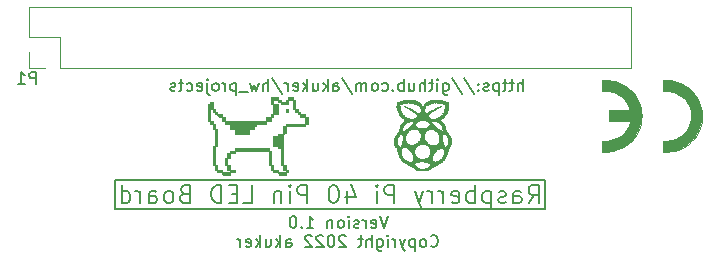
<source format=gbo>
G04 #@! TF.GenerationSoftware,KiCad,Pcbnew,(6.0.0-0)*
G04 #@! TF.CreationDate,2022-04-16T20:11:23-05:00*
G04 #@! TF.ProjectId,rpi_led_board,7270695f-6c65-4645-9f62-6f6172642e6b,rev?*
G04 #@! TF.SameCoordinates,Original*
G04 #@! TF.FileFunction,Legend,Bot*
G04 #@! TF.FilePolarity,Positive*
%FSLAX46Y46*%
G04 Gerber Fmt 4.6, Leading zero omitted, Abs format (unit mm)*
G04 Created by KiCad (PCBNEW (6.0.0-0)) date 2022-04-16 20:11:23*
%MOMM*%
%LPD*%
G01*
G04 APERTURE LIST*
%ADD10C,0.150000*%
%ADD11C,0.120000*%
%ADD12C,0.010000*%
%ADD13C,2.700000*%
%ADD14R,1.700000X1.700000*%
%ADD15O,1.700000X1.700000*%
G04 APERTURE END LIST*
D10*
X237360476Y-112637380D02*
X237027142Y-113637380D01*
X236693809Y-112637380D01*
X235979523Y-113589761D02*
X236074761Y-113637380D01*
X236265238Y-113637380D01*
X236360476Y-113589761D01*
X236408095Y-113494523D01*
X236408095Y-113113571D01*
X236360476Y-113018333D01*
X236265238Y-112970714D01*
X236074761Y-112970714D01*
X235979523Y-113018333D01*
X235931904Y-113113571D01*
X235931904Y-113208809D01*
X236408095Y-113304047D01*
X235503333Y-113637380D02*
X235503333Y-112970714D01*
X235503333Y-113161190D02*
X235455714Y-113065952D01*
X235408095Y-113018333D01*
X235312857Y-112970714D01*
X235217619Y-112970714D01*
X234931904Y-113589761D02*
X234836666Y-113637380D01*
X234646190Y-113637380D01*
X234550952Y-113589761D01*
X234503333Y-113494523D01*
X234503333Y-113446904D01*
X234550952Y-113351666D01*
X234646190Y-113304047D01*
X234789047Y-113304047D01*
X234884285Y-113256428D01*
X234931904Y-113161190D01*
X234931904Y-113113571D01*
X234884285Y-113018333D01*
X234789047Y-112970714D01*
X234646190Y-112970714D01*
X234550952Y-113018333D01*
X234074761Y-113637380D02*
X234074761Y-112970714D01*
X234074761Y-112637380D02*
X234122380Y-112685000D01*
X234074761Y-112732619D01*
X234027142Y-112685000D01*
X234074761Y-112637380D01*
X234074761Y-112732619D01*
X233455714Y-113637380D02*
X233550952Y-113589761D01*
X233598571Y-113542142D01*
X233646190Y-113446904D01*
X233646190Y-113161190D01*
X233598571Y-113065952D01*
X233550952Y-113018333D01*
X233455714Y-112970714D01*
X233312857Y-112970714D01*
X233217619Y-113018333D01*
X233170000Y-113065952D01*
X233122380Y-113161190D01*
X233122380Y-113446904D01*
X233170000Y-113542142D01*
X233217619Y-113589761D01*
X233312857Y-113637380D01*
X233455714Y-113637380D01*
X232693809Y-112970714D02*
X232693809Y-113637380D01*
X232693809Y-113065952D02*
X232646190Y-113018333D01*
X232550952Y-112970714D01*
X232408095Y-112970714D01*
X232312857Y-113018333D01*
X232265238Y-113113571D01*
X232265238Y-113637380D01*
X230503333Y-113637380D02*
X231074761Y-113637380D01*
X230789047Y-113637380D02*
X230789047Y-112637380D01*
X230884285Y-112780238D01*
X230979523Y-112875476D01*
X231074761Y-112923095D01*
X230074761Y-113542142D02*
X230027142Y-113589761D01*
X230074761Y-113637380D01*
X230122380Y-113589761D01*
X230074761Y-113542142D01*
X230074761Y-113637380D01*
X229408095Y-112637380D02*
X229312857Y-112637380D01*
X229217619Y-112685000D01*
X229170000Y-112732619D01*
X229122380Y-112827857D01*
X229074761Y-113018333D01*
X229074761Y-113256428D01*
X229122380Y-113446904D01*
X229170000Y-113542142D01*
X229217619Y-113589761D01*
X229312857Y-113637380D01*
X229408095Y-113637380D01*
X229503333Y-113589761D01*
X229550952Y-113542142D01*
X229598571Y-113446904D01*
X229646190Y-113256428D01*
X229646190Y-113018333D01*
X229598571Y-112827857D01*
X229550952Y-112732619D01*
X229503333Y-112685000D01*
X229408095Y-112637380D01*
X241003333Y-115152142D02*
X241050952Y-115199761D01*
X241193809Y-115247380D01*
X241289047Y-115247380D01*
X241431904Y-115199761D01*
X241527142Y-115104523D01*
X241574761Y-115009285D01*
X241622380Y-114818809D01*
X241622380Y-114675952D01*
X241574761Y-114485476D01*
X241527142Y-114390238D01*
X241431904Y-114295000D01*
X241289047Y-114247380D01*
X241193809Y-114247380D01*
X241050952Y-114295000D01*
X241003333Y-114342619D01*
X240431904Y-115247380D02*
X240527142Y-115199761D01*
X240574761Y-115152142D01*
X240622380Y-115056904D01*
X240622380Y-114771190D01*
X240574761Y-114675952D01*
X240527142Y-114628333D01*
X240431904Y-114580714D01*
X240289047Y-114580714D01*
X240193809Y-114628333D01*
X240146190Y-114675952D01*
X240098571Y-114771190D01*
X240098571Y-115056904D01*
X240146190Y-115152142D01*
X240193809Y-115199761D01*
X240289047Y-115247380D01*
X240431904Y-115247380D01*
X239670000Y-114580714D02*
X239670000Y-115580714D01*
X239670000Y-114628333D02*
X239574761Y-114580714D01*
X239384285Y-114580714D01*
X239289047Y-114628333D01*
X239241428Y-114675952D01*
X239193809Y-114771190D01*
X239193809Y-115056904D01*
X239241428Y-115152142D01*
X239289047Y-115199761D01*
X239384285Y-115247380D01*
X239574761Y-115247380D01*
X239670000Y-115199761D01*
X238860476Y-114580714D02*
X238622380Y-115247380D01*
X238384285Y-114580714D02*
X238622380Y-115247380D01*
X238717619Y-115485476D01*
X238765238Y-115533095D01*
X238860476Y-115580714D01*
X238003333Y-115247380D02*
X238003333Y-114580714D01*
X238003333Y-114771190D02*
X237955714Y-114675952D01*
X237908095Y-114628333D01*
X237812857Y-114580714D01*
X237717619Y-114580714D01*
X237384285Y-115247380D02*
X237384285Y-114580714D01*
X237384285Y-114247380D02*
X237431904Y-114295000D01*
X237384285Y-114342619D01*
X237336666Y-114295000D01*
X237384285Y-114247380D01*
X237384285Y-114342619D01*
X236479523Y-114580714D02*
X236479523Y-115390238D01*
X236527142Y-115485476D01*
X236574761Y-115533095D01*
X236670000Y-115580714D01*
X236812857Y-115580714D01*
X236908095Y-115533095D01*
X236479523Y-115199761D02*
X236574761Y-115247380D01*
X236765238Y-115247380D01*
X236860476Y-115199761D01*
X236908095Y-115152142D01*
X236955714Y-115056904D01*
X236955714Y-114771190D01*
X236908095Y-114675952D01*
X236860476Y-114628333D01*
X236765238Y-114580714D01*
X236574761Y-114580714D01*
X236479523Y-114628333D01*
X236003333Y-115247380D02*
X236003333Y-114247380D01*
X235574761Y-115247380D02*
X235574761Y-114723571D01*
X235622380Y-114628333D01*
X235717619Y-114580714D01*
X235860476Y-114580714D01*
X235955714Y-114628333D01*
X236003333Y-114675952D01*
X235241428Y-114580714D02*
X234860476Y-114580714D01*
X235098571Y-114247380D02*
X235098571Y-115104523D01*
X235050952Y-115199761D01*
X234955714Y-115247380D01*
X234860476Y-115247380D01*
X233812857Y-114342619D02*
X233765238Y-114295000D01*
X233670000Y-114247380D01*
X233431904Y-114247380D01*
X233336666Y-114295000D01*
X233289047Y-114342619D01*
X233241428Y-114437857D01*
X233241428Y-114533095D01*
X233289047Y-114675952D01*
X233860476Y-115247380D01*
X233241428Y-115247380D01*
X232622380Y-114247380D02*
X232527142Y-114247380D01*
X232431904Y-114295000D01*
X232384285Y-114342619D01*
X232336666Y-114437857D01*
X232289047Y-114628333D01*
X232289047Y-114866428D01*
X232336666Y-115056904D01*
X232384285Y-115152142D01*
X232431904Y-115199761D01*
X232527142Y-115247380D01*
X232622380Y-115247380D01*
X232717619Y-115199761D01*
X232765238Y-115152142D01*
X232812857Y-115056904D01*
X232860476Y-114866428D01*
X232860476Y-114628333D01*
X232812857Y-114437857D01*
X232765238Y-114342619D01*
X232717619Y-114295000D01*
X232622380Y-114247380D01*
X231908095Y-114342619D02*
X231860476Y-114295000D01*
X231765238Y-114247380D01*
X231527142Y-114247380D01*
X231431904Y-114295000D01*
X231384285Y-114342619D01*
X231336666Y-114437857D01*
X231336666Y-114533095D01*
X231384285Y-114675952D01*
X231955714Y-115247380D01*
X231336666Y-115247380D01*
X230955714Y-114342619D02*
X230908095Y-114295000D01*
X230812857Y-114247380D01*
X230574761Y-114247380D01*
X230479523Y-114295000D01*
X230431904Y-114342619D01*
X230384285Y-114437857D01*
X230384285Y-114533095D01*
X230431904Y-114675952D01*
X231003333Y-115247380D01*
X230384285Y-115247380D01*
X228765238Y-115247380D02*
X228765238Y-114723571D01*
X228812857Y-114628333D01*
X228908095Y-114580714D01*
X229098571Y-114580714D01*
X229193809Y-114628333D01*
X228765238Y-115199761D02*
X228860476Y-115247380D01*
X229098571Y-115247380D01*
X229193809Y-115199761D01*
X229241428Y-115104523D01*
X229241428Y-115009285D01*
X229193809Y-114914047D01*
X229098571Y-114866428D01*
X228860476Y-114866428D01*
X228765238Y-114818809D01*
X228289047Y-115247380D02*
X228289047Y-114247380D01*
X228193809Y-114866428D02*
X227908095Y-115247380D01*
X227908095Y-114580714D02*
X228289047Y-114961666D01*
X227050952Y-114580714D02*
X227050952Y-115247380D01*
X227479523Y-114580714D02*
X227479523Y-115104523D01*
X227431904Y-115199761D01*
X227336666Y-115247380D01*
X227193809Y-115247380D01*
X227098571Y-115199761D01*
X227050952Y-115152142D01*
X226574761Y-115247380D02*
X226574761Y-114247380D01*
X226479523Y-114866428D02*
X226193809Y-115247380D01*
X226193809Y-114580714D02*
X226574761Y-114961666D01*
X225384285Y-115199761D02*
X225479523Y-115247380D01*
X225670000Y-115247380D01*
X225765238Y-115199761D01*
X225812857Y-115104523D01*
X225812857Y-114723571D01*
X225765238Y-114628333D01*
X225670000Y-114580714D01*
X225479523Y-114580714D01*
X225384285Y-114628333D01*
X225336666Y-114723571D01*
X225336666Y-114818809D01*
X225812857Y-114914047D01*
X224908095Y-115247380D02*
X224908095Y-114580714D01*
X224908095Y-114771190D02*
X224860476Y-114675952D01*
X224812857Y-114628333D01*
X224717619Y-114580714D01*
X224622380Y-114580714D01*
X250700000Y-109550000D02*
X214310000Y-109550000D01*
X214310000Y-109550000D02*
X214310000Y-111990000D01*
X214310000Y-111990000D02*
X250700000Y-111990000D01*
X250700000Y-111990000D02*
X250700000Y-109550000D01*
X248814761Y-102022380D02*
X248814761Y-101022380D01*
X248386190Y-102022380D02*
X248386190Y-101498571D01*
X248433809Y-101403333D01*
X248529047Y-101355714D01*
X248671904Y-101355714D01*
X248767142Y-101403333D01*
X248814761Y-101450952D01*
X248052857Y-101355714D02*
X247671904Y-101355714D01*
X247910000Y-101022380D02*
X247910000Y-101879523D01*
X247862380Y-101974761D01*
X247767142Y-102022380D01*
X247671904Y-102022380D01*
X247481428Y-101355714D02*
X247100476Y-101355714D01*
X247338571Y-101022380D02*
X247338571Y-101879523D01*
X247290952Y-101974761D01*
X247195714Y-102022380D01*
X247100476Y-102022380D01*
X246767142Y-101355714D02*
X246767142Y-102355714D01*
X246767142Y-101403333D02*
X246671904Y-101355714D01*
X246481428Y-101355714D01*
X246386190Y-101403333D01*
X246338571Y-101450952D01*
X246290952Y-101546190D01*
X246290952Y-101831904D01*
X246338571Y-101927142D01*
X246386190Y-101974761D01*
X246481428Y-102022380D01*
X246671904Y-102022380D01*
X246767142Y-101974761D01*
X245910000Y-101974761D02*
X245814761Y-102022380D01*
X245624285Y-102022380D01*
X245529047Y-101974761D01*
X245481428Y-101879523D01*
X245481428Y-101831904D01*
X245529047Y-101736666D01*
X245624285Y-101689047D01*
X245767142Y-101689047D01*
X245862380Y-101641428D01*
X245910000Y-101546190D01*
X245910000Y-101498571D01*
X245862380Y-101403333D01*
X245767142Y-101355714D01*
X245624285Y-101355714D01*
X245529047Y-101403333D01*
X245052857Y-101927142D02*
X245005238Y-101974761D01*
X245052857Y-102022380D01*
X245100476Y-101974761D01*
X245052857Y-101927142D01*
X245052857Y-102022380D01*
X245052857Y-101403333D02*
X245005238Y-101450952D01*
X245052857Y-101498571D01*
X245100476Y-101450952D01*
X245052857Y-101403333D01*
X245052857Y-101498571D01*
X243862380Y-100974761D02*
X244719523Y-102260476D01*
X242814761Y-100974761D02*
X243671904Y-102260476D01*
X242052857Y-101355714D02*
X242052857Y-102165238D01*
X242100476Y-102260476D01*
X242148095Y-102308095D01*
X242243333Y-102355714D01*
X242386190Y-102355714D01*
X242481428Y-102308095D01*
X242052857Y-101974761D02*
X242148095Y-102022380D01*
X242338571Y-102022380D01*
X242433809Y-101974761D01*
X242481428Y-101927142D01*
X242529047Y-101831904D01*
X242529047Y-101546190D01*
X242481428Y-101450952D01*
X242433809Y-101403333D01*
X242338571Y-101355714D01*
X242148095Y-101355714D01*
X242052857Y-101403333D01*
X241576666Y-102022380D02*
X241576666Y-101355714D01*
X241576666Y-101022380D02*
X241624285Y-101070000D01*
X241576666Y-101117619D01*
X241529047Y-101070000D01*
X241576666Y-101022380D01*
X241576666Y-101117619D01*
X241243333Y-101355714D02*
X240862380Y-101355714D01*
X241100476Y-101022380D02*
X241100476Y-101879523D01*
X241052857Y-101974761D01*
X240957619Y-102022380D01*
X240862380Y-102022380D01*
X240529047Y-102022380D02*
X240529047Y-101022380D01*
X240100476Y-102022380D02*
X240100476Y-101498571D01*
X240148095Y-101403333D01*
X240243333Y-101355714D01*
X240386190Y-101355714D01*
X240481428Y-101403333D01*
X240529047Y-101450952D01*
X239195714Y-101355714D02*
X239195714Y-102022380D01*
X239624285Y-101355714D02*
X239624285Y-101879523D01*
X239576666Y-101974761D01*
X239481428Y-102022380D01*
X239338571Y-102022380D01*
X239243333Y-101974761D01*
X239195714Y-101927142D01*
X238719523Y-102022380D02*
X238719523Y-101022380D01*
X238719523Y-101403333D02*
X238624285Y-101355714D01*
X238433809Y-101355714D01*
X238338571Y-101403333D01*
X238290952Y-101450952D01*
X238243333Y-101546190D01*
X238243333Y-101831904D01*
X238290952Y-101927142D01*
X238338571Y-101974761D01*
X238433809Y-102022380D01*
X238624285Y-102022380D01*
X238719523Y-101974761D01*
X237814761Y-101927142D02*
X237767142Y-101974761D01*
X237814761Y-102022380D01*
X237862380Y-101974761D01*
X237814761Y-101927142D01*
X237814761Y-102022380D01*
X236910000Y-101974761D02*
X237005238Y-102022380D01*
X237195714Y-102022380D01*
X237290952Y-101974761D01*
X237338571Y-101927142D01*
X237386190Y-101831904D01*
X237386190Y-101546190D01*
X237338571Y-101450952D01*
X237290952Y-101403333D01*
X237195714Y-101355714D01*
X237005238Y-101355714D01*
X236910000Y-101403333D01*
X236338571Y-102022380D02*
X236433809Y-101974761D01*
X236481428Y-101927142D01*
X236529047Y-101831904D01*
X236529047Y-101546190D01*
X236481428Y-101450952D01*
X236433809Y-101403333D01*
X236338571Y-101355714D01*
X236195714Y-101355714D01*
X236100476Y-101403333D01*
X236052857Y-101450952D01*
X236005238Y-101546190D01*
X236005238Y-101831904D01*
X236052857Y-101927142D01*
X236100476Y-101974761D01*
X236195714Y-102022380D01*
X236338571Y-102022380D01*
X235576666Y-102022380D02*
X235576666Y-101355714D01*
X235576666Y-101450952D02*
X235529047Y-101403333D01*
X235433809Y-101355714D01*
X235290952Y-101355714D01*
X235195714Y-101403333D01*
X235148095Y-101498571D01*
X235148095Y-102022380D01*
X235148095Y-101498571D02*
X235100476Y-101403333D01*
X235005238Y-101355714D01*
X234862380Y-101355714D01*
X234767142Y-101403333D01*
X234719523Y-101498571D01*
X234719523Y-102022380D01*
X233529047Y-100974761D02*
X234386190Y-102260476D01*
X232767142Y-102022380D02*
X232767142Y-101498571D01*
X232814761Y-101403333D01*
X232910000Y-101355714D01*
X233100476Y-101355714D01*
X233195714Y-101403333D01*
X232767142Y-101974761D02*
X232862380Y-102022380D01*
X233100476Y-102022380D01*
X233195714Y-101974761D01*
X233243333Y-101879523D01*
X233243333Y-101784285D01*
X233195714Y-101689047D01*
X233100476Y-101641428D01*
X232862380Y-101641428D01*
X232767142Y-101593809D01*
X232290952Y-102022380D02*
X232290952Y-101022380D01*
X232195714Y-101641428D02*
X231910000Y-102022380D01*
X231910000Y-101355714D02*
X232290952Y-101736666D01*
X231052857Y-101355714D02*
X231052857Y-102022380D01*
X231481428Y-101355714D02*
X231481428Y-101879523D01*
X231433809Y-101974761D01*
X231338571Y-102022380D01*
X231195714Y-102022380D01*
X231100476Y-101974761D01*
X231052857Y-101927142D01*
X230576666Y-102022380D02*
X230576666Y-101022380D01*
X230481428Y-101641428D02*
X230195714Y-102022380D01*
X230195714Y-101355714D02*
X230576666Y-101736666D01*
X229386190Y-101974761D02*
X229481428Y-102022380D01*
X229671904Y-102022380D01*
X229767142Y-101974761D01*
X229814761Y-101879523D01*
X229814761Y-101498571D01*
X229767142Y-101403333D01*
X229671904Y-101355714D01*
X229481428Y-101355714D01*
X229386190Y-101403333D01*
X229338571Y-101498571D01*
X229338571Y-101593809D01*
X229814761Y-101689047D01*
X228910000Y-102022380D02*
X228910000Y-101355714D01*
X228910000Y-101546190D02*
X228862380Y-101450952D01*
X228814761Y-101403333D01*
X228719523Y-101355714D01*
X228624285Y-101355714D01*
X227576666Y-100974761D02*
X228433809Y-102260476D01*
X227243333Y-102022380D02*
X227243333Y-101022380D01*
X226814761Y-102022380D02*
X226814761Y-101498571D01*
X226862380Y-101403333D01*
X226957619Y-101355714D01*
X227100476Y-101355714D01*
X227195714Y-101403333D01*
X227243333Y-101450952D01*
X226433809Y-101355714D02*
X226243333Y-102022380D01*
X226052857Y-101546190D01*
X225862380Y-102022380D01*
X225671904Y-101355714D01*
X225529047Y-102117619D02*
X224767142Y-102117619D01*
X224529047Y-101355714D02*
X224529047Y-102355714D01*
X224529047Y-101403333D02*
X224433809Y-101355714D01*
X224243333Y-101355714D01*
X224148095Y-101403333D01*
X224100476Y-101450952D01*
X224052857Y-101546190D01*
X224052857Y-101831904D01*
X224100476Y-101927142D01*
X224148095Y-101974761D01*
X224243333Y-102022380D01*
X224433809Y-102022380D01*
X224529047Y-101974761D01*
X223624285Y-102022380D02*
X223624285Y-101355714D01*
X223624285Y-101546190D02*
X223576666Y-101450952D01*
X223529047Y-101403333D01*
X223433809Y-101355714D01*
X223338571Y-101355714D01*
X222862380Y-102022380D02*
X222957619Y-101974761D01*
X223005238Y-101927142D01*
X223052857Y-101831904D01*
X223052857Y-101546190D01*
X223005238Y-101450952D01*
X222957619Y-101403333D01*
X222862380Y-101355714D01*
X222719523Y-101355714D01*
X222624285Y-101403333D01*
X222576666Y-101450952D01*
X222529047Y-101546190D01*
X222529047Y-101831904D01*
X222576666Y-101927142D01*
X222624285Y-101974761D01*
X222719523Y-102022380D01*
X222862380Y-102022380D01*
X222100476Y-101355714D02*
X222100476Y-102212857D01*
X222148095Y-102308095D01*
X222243333Y-102355714D01*
X222290952Y-102355714D01*
X222100476Y-101022380D02*
X222148095Y-101070000D01*
X222100476Y-101117619D01*
X222052857Y-101070000D01*
X222100476Y-101022380D01*
X222100476Y-101117619D01*
X221243333Y-101974761D02*
X221338571Y-102022380D01*
X221529047Y-102022380D01*
X221624285Y-101974761D01*
X221671904Y-101879523D01*
X221671904Y-101498571D01*
X221624285Y-101403333D01*
X221529047Y-101355714D01*
X221338571Y-101355714D01*
X221243333Y-101403333D01*
X221195714Y-101498571D01*
X221195714Y-101593809D01*
X221671904Y-101689047D01*
X220338571Y-101974761D02*
X220433809Y-102022380D01*
X220624285Y-102022380D01*
X220719523Y-101974761D01*
X220767142Y-101927142D01*
X220814761Y-101831904D01*
X220814761Y-101546190D01*
X220767142Y-101450952D01*
X220719523Y-101403333D01*
X220624285Y-101355714D01*
X220433809Y-101355714D01*
X220338571Y-101403333D01*
X220052857Y-101355714D02*
X219671904Y-101355714D01*
X219910000Y-101022380D02*
X219910000Y-101879523D01*
X219862380Y-101974761D01*
X219767142Y-102022380D01*
X219671904Y-102022380D01*
X219386190Y-101974761D02*
X219290952Y-102022380D01*
X219100476Y-102022380D01*
X219005238Y-101974761D01*
X218957619Y-101879523D01*
X218957619Y-101831904D01*
X219005238Y-101736666D01*
X219100476Y-101689047D01*
X219243333Y-101689047D01*
X219338571Y-101641428D01*
X219386190Y-101546190D01*
X219386190Y-101498571D01*
X219338571Y-101403333D01*
X219243333Y-101355714D01*
X219100476Y-101355714D01*
X219005238Y-101403333D01*
X249295714Y-111518571D02*
X249795714Y-110804285D01*
X250152857Y-111518571D02*
X250152857Y-110018571D01*
X249581428Y-110018571D01*
X249438571Y-110090000D01*
X249367142Y-110161428D01*
X249295714Y-110304285D01*
X249295714Y-110518571D01*
X249367142Y-110661428D01*
X249438571Y-110732857D01*
X249581428Y-110804285D01*
X250152857Y-110804285D01*
X248010000Y-111518571D02*
X248010000Y-110732857D01*
X248081428Y-110590000D01*
X248224285Y-110518571D01*
X248510000Y-110518571D01*
X248652857Y-110590000D01*
X248010000Y-111447142D02*
X248152857Y-111518571D01*
X248510000Y-111518571D01*
X248652857Y-111447142D01*
X248724285Y-111304285D01*
X248724285Y-111161428D01*
X248652857Y-111018571D01*
X248510000Y-110947142D01*
X248152857Y-110947142D01*
X248010000Y-110875714D01*
X247367142Y-111447142D02*
X247224285Y-111518571D01*
X246938571Y-111518571D01*
X246795714Y-111447142D01*
X246724285Y-111304285D01*
X246724285Y-111232857D01*
X246795714Y-111090000D01*
X246938571Y-111018571D01*
X247152857Y-111018571D01*
X247295714Y-110947142D01*
X247367142Y-110804285D01*
X247367142Y-110732857D01*
X247295714Y-110590000D01*
X247152857Y-110518571D01*
X246938571Y-110518571D01*
X246795714Y-110590000D01*
X246081428Y-110518571D02*
X246081428Y-112018571D01*
X246081428Y-110590000D02*
X245938571Y-110518571D01*
X245652857Y-110518571D01*
X245510000Y-110590000D01*
X245438571Y-110661428D01*
X245367142Y-110804285D01*
X245367142Y-111232857D01*
X245438571Y-111375714D01*
X245510000Y-111447142D01*
X245652857Y-111518571D01*
X245938571Y-111518571D01*
X246081428Y-111447142D01*
X244724285Y-111518571D02*
X244724285Y-110018571D01*
X244724285Y-110590000D02*
X244581428Y-110518571D01*
X244295714Y-110518571D01*
X244152857Y-110590000D01*
X244081428Y-110661428D01*
X244010000Y-110804285D01*
X244010000Y-111232857D01*
X244081428Y-111375714D01*
X244152857Y-111447142D01*
X244295714Y-111518571D01*
X244581428Y-111518571D01*
X244724285Y-111447142D01*
X242795714Y-111447142D02*
X242938571Y-111518571D01*
X243224285Y-111518571D01*
X243367142Y-111447142D01*
X243438571Y-111304285D01*
X243438571Y-110732857D01*
X243367142Y-110590000D01*
X243224285Y-110518571D01*
X242938571Y-110518571D01*
X242795714Y-110590000D01*
X242724285Y-110732857D01*
X242724285Y-110875714D01*
X243438571Y-111018571D01*
X242081428Y-111518571D02*
X242081428Y-110518571D01*
X242081428Y-110804285D02*
X242010000Y-110661428D01*
X241938571Y-110590000D01*
X241795714Y-110518571D01*
X241652857Y-110518571D01*
X241152857Y-111518571D02*
X241152857Y-110518571D01*
X241152857Y-110804285D02*
X241081428Y-110661428D01*
X241010000Y-110590000D01*
X240867142Y-110518571D01*
X240724285Y-110518571D01*
X240367142Y-110518571D02*
X240010000Y-111518571D01*
X239652857Y-110518571D02*
X240010000Y-111518571D01*
X240152857Y-111875714D01*
X240224285Y-111947142D01*
X240367142Y-112018571D01*
X237938571Y-111518571D02*
X237938571Y-110018571D01*
X237367142Y-110018571D01*
X237224285Y-110090000D01*
X237152857Y-110161428D01*
X237081428Y-110304285D01*
X237081428Y-110518571D01*
X237152857Y-110661428D01*
X237224285Y-110732857D01*
X237367142Y-110804285D01*
X237938571Y-110804285D01*
X236438571Y-111518571D02*
X236438571Y-110518571D01*
X236438571Y-110018571D02*
X236510000Y-110090000D01*
X236438571Y-110161428D01*
X236367142Y-110090000D01*
X236438571Y-110018571D01*
X236438571Y-110161428D01*
X233938571Y-110518571D02*
X233938571Y-111518571D01*
X234295714Y-109947142D02*
X234652857Y-111018571D01*
X233724285Y-111018571D01*
X232867142Y-110018571D02*
X232724285Y-110018571D01*
X232581428Y-110090000D01*
X232510000Y-110161428D01*
X232438571Y-110304285D01*
X232367142Y-110590000D01*
X232367142Y-110947142D01*
X232438571Y-111232857D01*
X232510000Y-111375714D01*
X232581428Y-111447142D01*
X232724285Y-111518571D01*
X232867142Y-111518571D01*
X233010000Y-111447142D01*
X233081428Y-111375714D01*
X233152857Y-111232857D01*
X233224285Y-110947142D01*
X233224285Y-110590000D01*
X233152857Y-110304285D01*
X233081428Y-110161428D01*
X233010000Y-110090000D01*
X232867142Y-110018571D01*
X230581428Y-111518571D02*
X230581428Y-110018571D01*
X230010000Y-110018571D01*
X229867142Y-110090000D01*
X229795714Y-110161428D01*
X229724285Y-110304285D01*
X229724285Y-110518571D01*
X229795714Y-110661428D01*
X229867142Y-110732857D01*
X230010000Y-110804285D01*
X230581428Y-110804285D01*
X229081428Y-111518571D02*
X229081428Y-110518571D01*
X229081428Y-110018571D02*
X229152857Y-110090000D01*
X229081428Y-110161428D01*
X229010000Y-110090000D01*
X229081428Y-110018571D01*
X229081428Y-110161428D01*
X228367142Y-110518571D02*
X228367142Y-111518571D01*
X228367142Y-110661428D02*
X228295714Y-110590000D01*
X228152857Y-110518571D01*
X227938571Y-110518571D01*
X227795714Y-110590000D01*
X227724285Y-110732857D01*
X227724285Y-111518571D01*
X225152857Y-111518571D02*
X225867142Y-111518571D01*
X225867142Y-110018571D01*
X224652857Y-110732857D02*
X224152857Y-110732857D01*
X223938571Y-111518571D02*
X224652857Y-111518571D01*
X224652857Y-110018571D01*
X223938571Y-110018571D01*
X223295714Y-111518571D02*
X223295714Y-110018571D01*
X222938571Y-110018571D01*
X222724285Y-110090000D01*
X222581428Y-110232857D01*
X222510000Y-110375714D01*
X222438571Y-110661428D01*
X222438571Y-110875714D01*
X222510000Y-111161428D01*
X222581428Y-111304285D01*
X222724285Y-111447142D01*
X222938571Y-111518571D01*
X223295714Y-111518571D01*
X220152857Y-110732857D02*
X219938571Y-110804285D01*
X219867142Y-110875714D01*
X219795714Y-111018571D01*
X219795714Y-111232857D01*
X219867142Y-111375714D01*
X219938571Y-111447142D01*
X220081428Y-111518571D01*
X220652857Y-111518571D01*
X220652857Y-110018571D01*
X220152857Y-110018571D01*
X220010000Y-110090000D01*
X219938571Y-110161428D01*
X219867142Y-110304285D01*
X219867142Y-110447142D01*
X219938571Y-110590000D01*
X220010000Y-110661428D01*
X220152857Y-110732857D01*
X220652857Y-110732857D01*
X218938571Y-111518571D02*
X219081428Y-111447142D01*
X219152857Y-111375714D01*
X219224285Y-111232857D01*
X219224285Y-110804285D01*
X219152857Y-110661428D01*
X219081428Y-110590000D01*
X218938571Y-110518571D01*
X218724285Y-110518571D01*
X218581428Y-110590000D01*
X218510000Y-110661428D01*
X218438571Y-110804285D01*
X218438571Y-111232857D01*
X218510000Y-111375714D01*
X218581428Y-111447142D01*
X218724285Y-111518571D01*
X218938571Y-111518571D01*
X217152857Y-111518571D02*
X217152857Y-110732857D01*
X217224285Y-110590000D01*
X217367142Y-110518571D01*
X217652857Y-110518571D01*
X217795714Y-110590000D01*
X217152857Y-111447142D02*
X217295714Y-111518571D01*
X217652857Y-111518571D01*
X217795714Y-111447142D01*
X217867142Y-111304285D01*
X217867142Y-111161428D01*
X217795714Y-111018571D01*
X217652857Y-110947142D01*
X217295714Y-110947142D01*
X217152857Y-110875714D01*
X216438571Y-111518571D02*
X216438571Y-110518571D01*
X216438571Y-110804285D02*
X216367142Y-110661428D01*
X216295714Y-110590000D01*
X216152857Y-110518571D01*
X216010000Y-110518571D01*
X214867142Y-111518571D02*
X214867142Y-110018571D01*
X214867142Y-111447142D02*
X215010000Y-111518571D01*
X215295714Y-111518571D01*
X215438571Y-111447142D01*
X215510000Y-111375714D01*
X215581428Y-111232857D01*
X215581428Y-110804285D01*
X215510000Y-110661428D01*
X215438571Y-110590000D01*
X215295714Y-110518571D01*
X215010000Y-110518571D01*
X214867142Y-110590000D01*
X207596095Y-101430380D02*
X207596095Y-100430380D01*
X207215142Y-100430380D01*
X207119904Y-100478000D01*
X207072285Y-100525619D01*
X207024666Y-100620857D01*
X207024666Y-100763714D01*
X207072285Y-100858952D01*
X207119904Y-100906571D01*
X207215142Y-100954190D01*
X207596095Y-100954190D01*
X206072285Y-101430380D02*
X206643714Y-101430380D01*
X206358000Y-101430380D02*
X206358000Y-100430380D01*
X206453238Y-100573238D01*
X206548476Y-100668476D01*
X206643714Y-100716095D01*
D11*
X257960000Y-94900000D02*
X257960000Y-100100000D01*
X209640000Y-100100000D02*
X257960000Y-100100000D01*
X207040000Y-98770000D02*
X207040000Y-100100000D01*
X207040000Y-94900000D02*
X207040000Y-97500000D01*
X207040000Y-100100000D02*
X208370000Y-100100000D01*
X207040000Y-97500000D02*
X209640000Y-97500000D01*
X209640000Y-97500000D02*
X209640000Y-100100000D01*
X207040000Y-94900000D02*
X257960000Y-94900000D01*
D12*
X241387524Y-102757910D02*
X241369334Y-102758851D01*
X241369334Y-102758851D02*
X241357572Y-102760531D01*
X241357572Y-102760531D02*
X241351229Y-102763045D01*
X241351229Y-102763045D02*
X241350882Y-102763322D01*
X241350882Y-102763322D02*
X241342595Y-102768443D01*
X241342595Y-102768443D02*
X241328749Y-102775111D01*
X241328749Y-102775111D02*
X241311648Y-102782416D01*
X241311648Y-102782416D02*
X241293599Y-102789448D01*
X241293599Y-102789448D02*
X241276907Y-102795298D01*
X241276907Y-102795298D02*
X241263879Y-102799055D01*
X241263879Y-102799055D02*
X241258050Y-102799953D01*
X241258050Y-102799953D02*
X241248744Y-102799141D01*
X241248744Y-102799141D02*
X241233925Y-102796979D01*
X241233925Y-102796979D02*
X241216358Y-102793885D01*
X241216358Y-102793885D02*
X241211148Y-102792874D01*
X241211148Y-102792874D02*
X241184967Y-102788934D01*
X241184967Y-102788934D02*
X241161433Y-102788585D01*
X241161433Y-102788585D02*
X241138417Y-102792226D01*
X241138417Y-102792226D02*
X241113790Y-102800256D01*
X241113790Y-102800256D02*
X241085423Y-102813077D01*
X241085423Y-102813077D02*
X241074696Y-102818522D01*
X241074696Y-102818522D02*
X241029560Y-102841903D01*
X241029560Y-102841903D02*
X240979159Y-102839369D01*
X240979159Y-102839369D02*
X240948524Y-102838620D01*
X240948524Y-102838620D02*
X240922610Y-102840191D01*
X240922610Y-102840191D02*
X240899802Y-102844747D01*
X240899802Y-102844747D02*
X240878484Y-102852957D01*
X240878484Y-102852957D02*
X240857039Y-102865486D01*
X240857039Y-102865486D02*
X240833852Y-102883002D01*
X240833852Y-102883002D02*
X240807307Y-102906172D01*
X240807307Y-102906172D02*
X240799188Y-102913638D01*
X240799188Y-102913638D02*
X240783649Y-102927427D01*
X240783649Y-102927427D02*
X240769281Y-102939076D01*
X240769281Y-102939076D02*
X240757759Y-102947295D01*
X240757759Y-102947295D02*
X240751097Y-102950721D01*
X240751097Y-102950721D02*
X240741393Y-102951791D01*
X240741393Y-102951791D02*
X240726442Y-102951957D01*
X240726442Y-102951957D02*
X240709416Y-102951187D01*
X240709416Y-102951187D02*
X240708807Y-102951141D01*
X240708807Y-102951141D02*
X240677598Y-102948781D01*
X240677598Y-102948781D02*
X240640738Y-102974907D01*
X240640738Y-102974907D02*
X240586169Y-103018306D01*
X240586169Y-103018306D02*
X240534019Y-103069235D01*
X240534019Y-103069235D02*
X240484931Y-103126949D01*
X240484931Y-103126949D02*
X240439548Y-103190700D01*
X240439548Y-103190700D02*
X240403324Y-103250950D01*
X240403324Y-103250950D02*
X240391448Y-103273485D01*
X240391448Y-103273485D02*
X240378303Y-103300236D01*
X240378303Y-103300236D02*
X240364832Y-103329110D01*
X240364832Y-103329110D02*
X240351974Y-103358014D01*
X240351974Y-103358014D02*
X240340670Y-103384855D01*
X240340670Y-103384855D02*
X240331861Y-103407540D01*
X240331861Y-103407540D02*
X240328250Y-103418017D01*
X240328250Y-103418017D02*
X240323737Y-103431209D01*
X240323737Y-103431209D02*
X240319848Y-103440981D01*
X240319848Y-103440981D02*
X240317981Y-103444435D01*
X240317981Y-103444435D02*
X240315555Y-103441840D01*
X240315555Y-103441840D02*
X240310757Y-103432604D01*
X240310757Y-103432604D02*
X240304184Y-103418014D01*
X240304184Y-103418014D02*
X240296433Y-103399359D01*
X240296433Y-103399359D02*
X240292493Y-103389402D01*
X240292493Y-103389402D02*
X240254726Y-103302571D01*
X240254726Y-103302571D02*
X240211501Y-103221875D01*
X240211501Y-103221875D02*
X240162960Y-103147569D01*
X240162960Y-103147569D02*
X240141916Y-103119472D01*
X240141916Y-103119472D02*
X240121497Y-103095200D01*
X240121497Y-103095200D02*
X240096481Y-103068483D01*
X240096481Y-103068483D02*
X240068765Y-103041119D01*
X240068765Y-103041119D02*
X240040244Y-103014909D01*
X240040244Y-103014909D02*
X240012815Y-102991651D01*
X240012815Y-102991651D02*
X239988374Y-102973144D01*
X239988374Y-102973144D02*
X239985847Y-102971405D01*
X239985847Y-102971405D02*
X239949660Y-102946825D01*
X239949660Y-102946825D02*
X239872698Y-102952287D01*
X239872698Y-102952287D02*
X239828435Y-102910191D01*
X239828435Y-102910191D02*
X239803706Y-102887658D01*
X239803706Y-102887658D02*
X239782738Y-102870831D01*
X239782738Y-102870831D02*
X239764177Y-102858670D01*
X239764177Y-102858670D02*
X239755618Y-102854131D01*
X239755618Y-102854131D02*
X239744408Y-102848769D01*
X239744408Y-102848769D02*
X239735092Y-102844984D01*
X239735092Y-102844984D02*
X239725836Y-102842489D01*
X239725836Y-102842489D02*
X239714805Y-102841000D01*
X239714805Y-102841000D02*
X239700166Y-102840231D01*
X239700166Y-102840231D02*
X239680083Y-102839897D01*
X239680083Y-102839897D02*
X239663291Y-102839779D01*
X239663291Y-102839779D02*
X239599518Y-102839392D01*
X239599518Y-102839392D02*
X239556282Y-102817830D01*
X239556282Y-102817830D02*
X239528735Y-102804741D01*
X239528735Y-102804741D02*
X239505959Y-102795838D01*
X239505959Y-102795838D02*
X239485612Y-102790714D01*
X239485612Y-102790714D02*
X239465352Y-102788962D01*
X239465352Y-102788962D02*
X239442837Y-102790176D01*
X239442837Y-102790176D02*
X239417266Y-102793700D01*
X239417266Y-102793700D02*
X239397578Y-102796752D01*
X239397578Y-102796752D02*
X239382223Y-102798413D01*
X239382223Y-102798413D02*
X239369239Y-102798322D01*
X239369239Y-102798322D02*
X239356659Y-102796115D01*
X239356659Y-102796115D02*
X239342521Y-102791430D01*
X239342521Y-102791430D02*
X239324859Y-102783903D01*
X239324859Y-102783903D02*
X239301710Y-102773172D01*
X239301710Y-102773172D02*
X239298846Y-102771829D01*
X239298846Y-102771829D02*
X239286092Y-102766005D01*
X239286092Y-102766005D02*
X239275681Y-102762039D01*
X239275681Y-102762039D02*
X239265474Y-102759573D01*
X239265474Y-102759573D02*
X239253328Y-102758251D01*
X239253328Y-102758251D02*
X239237102Y-102757718D01*
X239237102Y-102757718D02*
X239214655Y-102757617D01*
X239214655Y-102757617D02*
X239213371Y-102757617D01*
X239213371Y-102757617D02*
X239192595Y-102757906D01*
X239192595Y-102757906D02*
X239175002Y-102758695D01*
X239175002Y-102758695D02*
X239162257Y-102759871D01*
X239162257Y-102759871D02*
X239156023Y-102761318D01*
X239156023Y-102761318D02*
X239155725Y-102761591D01*
X239155725Y-102761591D02*
X239150950Y-102765690D01*
X239150950Y-102765690D02*
X239141091Y-102772243D01*
X239141091Y-102772243D02*
X239131134Y-102778180D01*
X239131134Y-102778180D02*
X239108998Y-102790796D01*
X239108998Y-102790796D02*
X239064548Y-102780651D01*
X239064548Y-102780651D02*
X239029990Y-102773385D01*
X239029990Y-102773385D02*
X239001714Y-102768946D01*
X239001714Y-102768946D02*
X238978077Y-102767188D01*
X238978077Y-102767188D02*
X238957433Y-102767961D01*
X238957433Y-102767961D02*
X238944346Y-102769842D01*
X238944346Y-102769842D02*
X238915922Y-102777597D01*
X238915922Y-102777597D02*
X238886190Y-102789844D01*
X238886190Y-102789844D02*
X238859484Y-102804763D01*
X238859484Y-102804763D02*
X238856649Y-102806674D01*
X238856649Y-102806674D02*
X238849979Y-102810906D01*
X238849979Y-102810906D02*
X238843221Y-102813862D01*
X238843221Y-102813862D02*
X238834686Y-102815801D01*
X238834686Y-102815801D02*
X238822688Y-102816983D01*
X238822688Y-102816983D02*
X238805537Y-102817670D01*
X238805537Y-102817670D02*
X238782566Y-102818107D01*
X238782566Y-102818107D02*
X238758387Y-102818605D01*
X238758387Y-102818605D02*
X238740744Y-102819431D01*
X238740744Y-102819431D02*
X238727704Y-102820866D01*
X238727704Y-102820866D02*
X238717336Y-102823189D01*
X238717336Y-102823189D02*
X238707710Y-102826680D01*
X238707710Y-102826680D02*
X238700241Y-102830033D01*
X238700241Y-102830033D02*
X238683210Y-102839687D01*
X238683210Y-102839687D02*
X238665900Y-102852055D01*
X238665900Y-102852055D02*
X238657998Y-102858874D01*
X238657998Y-102858874D02*
X238639278Y-102876682D01*
X238639278Y-102876682D02*
X238613788Y-102872247D01*
X238613788Y-102872247D02*
X238598007Y-102870357D01*
X238598007Y-102870357D02*
X238580393Y-102870172D01*
X238580393Y-102870172D02*
X238558560Y-102871745D01*
X238558560Y-102871745D02*
X238539615Y-102873906D01*
X238539615Y-102873906D02*
X238498864Y-102880434D01*
X238498864Y-102880434D02*
X238464621Y-102889365D01*
X238464621Y-102889365D02*
X238435087Y-102901467D01*
X238435087Y-102901467D02*
X238408462Y-102917511D01*
X238408462Y-102917511D02*
X238382948Y-102938265D01*
X238382948Y-102938265D02*
X238377753Y-102943113D01*
X238377753Y-102943113D02*
X238365368Y-102954640D01*
X238365368Y-102954640D02*
X238356773Y-102961326D01*
X238356773Y-102961326D02*
X238349708Y-102964253D01*
X238349708Y-102964253D02*
X238341910Y-102964501D01*
X238341910Y-102964501D02*
X238334779Y-102963656D01*
X238334779Y-102963656D02*
X238317759Y-102963136D01*
X238317759Y-102963136D02*
X238295538Y-102964963D01*
X238295538Y-102964963D02*
X238270898Y-102968666D01*
X238270898Y-102968666D02*
X238246622Y-102973773D01*
X238246622Y-102973773D02*
X238225495Y-102979815D01*
X238225495Y-102979815D02*
X238215023Y-102983903D01*
X238215023Y-102983903D02*
X238185353Y-103001905D01*
X238185353Y-103001905D02*
X238161295Y-103025736D01*
X238161295Y-103025736D02*
X238143590Y-103054363D01*
X238143590Y-103054363D02*
X238132984Y-103086752D01*
X238132984Y-103086752D02*
X238130854Y-103100934D01*
X238130854Y-103100934D02*
X238130498Y-103130980D01*
X238130498Y-103130980D02*
X238134670Y-103162378D01*
X238134670Y-103162378D02*
X238142753Y-103191259D01*
X238142753Y-103191259D02*
X238146829Y-103201000D01*
X238146829Y-103201000D02*
X238155576Y-103219608D01*
X238155576Y-103219608D02*
X238135093Y-103262315D01*
X238135093Y-103262315D02*
X238122569Y-103290917D01*
X238122569Y-103290917D02*
X238115066Y-103315103D01*
X238115066Y-103315103D02*
X238112307Y-103337059D01*
X238112307Y-103337059D02*
X238114016Y-103358975D01*
X238114016Y-103358975D02*
X238119855Y-103382835D01*
X238119855Y-103382835D02*
X238126856Y-103401225D01*
X238126856Y-103401225D02*
X238136834Y-103421939D01*
X238136834Y-103421939D02*
X238147653Y-103440551D01*
X238147653Y-103440551D02*
X238147862Y-103440870D01*
X238147862Y-103440870D02*
X238156773Y-103455006D01*
X238156773Y-103455006D02*
X238163489Y-103466798D01*
X238163489Y-103466798D02*
X238166881Y-103474223D01*
X238166881Y-103474223D02*
X238167082Y-103475278D01*
X238167082Y-103475278D02*
X238165537Y-103482243D01*
X238165537Y-103482243D02*
X238161686Y-103493241D01*
X238161686Y-103493241D02*
X238160215Y-103496875D01*
X238160215Y-103496875D02*
X238156400Y-103509143D01*
X238156400Y-103509143D02*
X238155028Y-103523470D01*
X238155028Y-103523470D02*
X238155837Y-103542822D01*
X238155837Y-103542822D02*
X238156004Y-103544858D01*
X238156004Y-103544858D02*
X238159265Y-103567332D01*
X238159265Y-103567332D02*
X238165611Y-103589047D01*
X238165611Y-103589047D02*
X238175788Y-103611647D01*
X238175788Y-103611647D02*
X238190539Y-103636775D01*
X238190539Y-103636775D02*
X238210611Y-103666077D01*
X238210611Y-103666077D02*
X238211476Y-103667277D01*
X238211476Y-103667277D02*
X238240136Y-103706986D01*
X238240136Y-103706986D02*
X238234916Y-103728743D01*
X238234916Y-103728743D02*
X238232347Y-103742178D01*
X238232347Y-103742178D02*
X238232092Y-103754208D01*
X238232092Y-103754208D02*
X238234298Y-103768421D01*
X238234298Y-103768421D02*
X238237001Y-103780050D01*
X238237001Y-103780050D02*
X238245421Y-103808842D01*
X238245421Y-103808842D02*
X238255892Y-103833211D01*
X238255892Y-103833211D02*
X238269731Y-103855213D01*
X238269731Y-103855213D02*
X238288255Y-103876905D01*
X238288255Y-103876905D02*
X238312782Y-103900344D01*
X238312782Y-103900344D02*
X238315690Y-103902929D01*
X238315690Y-103902929D02*
X238325622Y-103912059D01*
X238325622Y-103912059D02*
X238331582Y-103919496D01*
X238331582Y-103919496D02*
X238334824Y-103928031D01*
X238334824Y-103928031D02*
X238336598Y-103940453D01*
X238336598Y-103940453D02*
X238337532Y-103951612D01*
X238337532Y-103951612D02*
X238339764Y-103969914D01*
X238339764Y-103969914D02*
X238343223Y-103987332D01*
X238343223Y-103987332D02*
X238347075Y-103999863D01*
X238347075Y-103999863D02*
X238362938Y-104029217D01*
X238362938Y-104029217D02*
X238385530Y-104059427D01*
X238385530Y-104059427D02*
X238413462Y-104088943D01*
X238413462Y-104088943D02*
X238445343Y-104116216D01*
X238445343Y-104116216D02*
X238462623Y-104128725D01*
X238462623Y-104128725D02*
X238479535Y-104140794D01*
X238479535Y-104140794D02*
X238490892Y-104150882D01*
X238490892Y-104150882D02*
X238498464Y-104161249D01*
X238498464Y-104161249D02*
X238504023Y-104174156D01*
X238504023Y-104174156D02*
X238507782Y-104186313D01*
X238507782Y-104186313D02*
X238513681Y-104203668D01*
X238513681Y-104203668D02*
X238520986Y-104220839D01*
X238520986Y-104220839D02*
X238525504Y-104229522D01*
X238525504Y-104229522D02*
X238542911Y-104252747D01*
X238542911Y-104252747D02*
X238566897Y-104275479D01*
X238566897Y-104275479D02*
X238595615Y-104296414D01*
X238595615Y-104296414D02*
X238627216Y-104314252D01*
X238627216Y-104314252D02*
X238659852Y-104327690D01*
X238659852Y-104327690D02*
X238668732Y-104330432D01*
X238668732Y-104330432D02*
X238685793Y-104335701D01*
X238685793Y-104335701D02*
X238696437Y-104340529D01*
X238696437Y-104340529D02*
X238702512Y-104346302D01*
X238702512Y-104346302D02*
X238705866Y-104354411D01*
X238705866Y-104354411D02*
X238706974Y-104359168D01*
X238706974Y-104359168D02*
X238716515Y-104385006D01*
X238716515Y-104385006D02*
X238733683Y-104409702D01*
X238733683Y-104409702D02*
X238757651Y-104432567D01*
X238757651Y-104432567D02*
X238787592Y-104452914D01*
X238787592Y-104452914D02*
X238822679Y-104470053D01*
X238822679Y-104470053D02*
X238853031Y-104480735D01*
X238853031Y-104480735D02*
X238868464Y-104485571D01*
X238868464Y-104485571D02*
X238880673Y-104489840D01*
X238880673Y-104489840D02*
X238887420Y-104492748D01*
X238887420Y-104492748D02*
X238887915Y-104493095D01*
X238887915Y-104493095D02*
X238885638Y-104496268D01*
X238885638Y-104496268D02*
X238877326Y-104503318D01*
X238877326Y-104503318D02*
X238864011Y-104513460D01*
X238864011Y-104513460D02*
X238846727Y-104525906D01*
X238846727Y-104525906D02*
X238826532Y-104539852D01*
X238826532Y-104539852D02*
X238785741Y-104567787D01*
X238785741Y-104567787D02*
X238751104Y-104592216D01*
X238751104Y-104592216D02*
X238721513Y-104613990D01*
X238721513Y-104613990D02*
X238695860Y-104633956D01*
X238695860Y-104633956D02*
X238673038Y-104652964D01*
X238673038Y-104652964D02*
X238651939Y-104671864D01*
X238651939Y-104671864D02*
X238641638Y-104681588D01*
X238641638Y-104681588D02*
X238583203Y-104742520D01*
X238583203Y-104742520D02*
X238532225Y-104806243D01*
X238532225Y-104806243D02*
X238488346Y-104873418D01*
X238488346Y-104873418D02*
X238451203Y-104944705D01*
X238451203Y-104944705D02*
X238420436Y-105020763D01*
X238420436Y-105020763D02*
X238395685Y-105102254D01*
X238395685Y-105102254D02*
X238383552Y-105154122D01*
X238383552Y-105154122D02*
X238377180Y-105186699D01*
X238377180Y-105186699D02*
X238371933Y-105218951D01*
X238371933Y-105218951D02*
X238367610Y-105252663D01*
X238367610Y-105252663D02*
X238364009Y-105289618D01*
X238364009Y-105289618D02*
X238360927Y-105331602D01*
X238360927Y-105331602D02*
X238358360Y-105376506D01*
X238358360Y-105376506D02*
X238355065Y-105440579D01*
X238355065Y-105440579D02*
X238335790Y-105473873D01*
X238335790Y-105473873D02*
X238326129Y-105489785D01*
X238326129Y-105489785D02*
X238317275Y-105501797D01*
X238317275Y-105501797D02*
X238307123Y-105512109D01*
X238307123Y-105512109D02*
X238293569Y-105522922D01*
X238293569Y-105522922D02*
X238278840Y-105533427D01*
X238278840Y-105533427D02*
X238253040Y-105552905D01*
X238253040Y-105552905D02*
X238224103Y-105577237D01*
X238224103Y-105577237D02*
X238194031Y-105604547D01*
X238194031Y-105604547D02*
X238164823Y-105632959D01*
X238164823Y-105632959D02*
X238138481Y-105660596D01*
X238138481Y-105660596D02*
X238118168Y-105684131D01*
X238118168Y-105684131D02*
X238079728Y-105735528D01*
X238079728Y-105735528D02*
X238043667Y-105791055D01*
X238043667Y-105791055D02*
X238010647Y-105849302D01*
X238010647Y-105849302D02*
X237981334Y-105908863D01*
X237981334Y-105908863D02*
X237956389Y-105968330D01*
X237956389Y-105968330D02*
X237936476Y-106026295D01*
X237936476Y-106026295D02*
X237922259Y-106081351D01*
X237922259Y-106081351D02*
X237916929Y-106111093D01*
X237916929Y-106111093D02*
X237914150Y-106127767D01*
X237914150Y-106127767D02*
X237911279Y-106141264D01*
X237911279Y-106141264D02*
X237908816Y-106149338D01*
X237908816Y-106149338D02*
X237908185Y-106150422D01*
X237908185Y-106150422D02*
X237907230Y-106155577D01*
X237907230Y-106155577D02*
X237906428Y-106167908D01*
X237906428Y-106167908D02*
X237905779Y-106186203D01*
X237905779Y-106186203D02*
X237905281Y-106209247D01*
X237905281Y-106209247D02*
X237904934Y-106235828D01*
X237904934Y-106235828D02*
X237904737Y-106264732D01*
X237904737Y-106264732D02*
X237904689Y-106294746D01*
X237904689Y-106294746D02*
X237904790Y-106324655D01*
X237904790Y-106324655D02*
X237905039Y-106353248D01*
X237905039Y-106353248D02*
X237905435Y-106379310D01*
X237905435Y-106379310D02*
X237905977Y-106401628D01*
X237905977Y-106401628D02*
X237906664Y-106418989D01*
X237906664Y-106418989D02*
X237907497Y-106430178D01*
X237907497Y-106430178D02*
X237908360Y-106433965D01*
X237908360Y-106433965D02*
X237911103Y-106439201D01*
X237911103Y-106439201D02*
X237913826Y-106449873D01*
X237913826Y-106449873D02*
X237914925Y-106456440D01*
X237914925Y-106456440D02*
X237917976Y-106472495D01*
X237917976Y-106472495D02*
X237923239Y-106494368D01*
X237923239Y-106494368D02*
X237930091Y-106519897D01*
X237930091Y-106519897D02*
X237937912Y-106546920D01*
X237937912Y-106546920D02*
X237946080Y-106573275D01*
X237946080Y-106573275D02*
X237953974Y-106596802D01*
X237953974Y-106596802D02*
X237959685Y-106612159D01*
X237959685Y-106612159D02*
X237991031Y-106681791D01*
X237991031Y-106681791D02*
X238029455Y-106751368D01*
X238029455Y-106751368D02*
X238073780Y-106818956D01*
X238073780Y-106818956D02*
X238122828Y-106882618D01*
X238122828Y-106882618D02*
X238127475Y-106888138D01*
X238127475Y-106888138D02*
X238138751Y-106902608D01*
X238138751Y-106902608D02*
X238146698Y-106915167D01*
X238146698Y-106915167D02*
X238150103Y-106923861D01*
X238150103Y-106923861D02*
X238150148Y-106924577D01*
X238150148Y-106924577D02*
X238151256Y-106931881D01*
X238151256Y-106931881D02*
X238154326Y-106945878D01*
X238154326Y-106945878D02*
X238158976Y-106965128D01*
X238158976Y-106965128D02*
X238164824Y-106988188D01*
X238164824Y-106988188D02*
X238171488Y-107013618D01*
X238171488Y-107013618D02*
X238178587Y-107039975D01*
X238178587Y-107039975D02*
X238185739Y-107065817D01*
X238185739Y-107065817D02*
X238192562Y-107089703D01*
X238192562Y-107089703D02*
X238198674Y-107110191D01*
X238198674Y-107110191D02*
X238202471Y-107122184D01*
X238202471Y-107122184D02*
X238207116Y-107135877D01*
X238207116Y-107135877D02*
X238214055Y-107155770D01*
X238214055Y-107155770D02*
X238222667Y-107180112D01*
X238222667Y-107180112D02*
X238232334Y-107207153D01*
X238232334Y-107207153D02*
X238242435Y-107235144D01*
X238242435Y-107235144D02*
X238244788Y-107241625D01*
X238244788Y-107241625D02*
X238258936Y-107281765D01*
X238258936Y-107281765D02*
X238269900Y-107315777D01*
X238269900Y-107315777D02*
X238278129Y-107345181D01*
X238278129Y-107345181D02*
X238284073Y-107371498D01*
X238284073Y-107371498D02*
X238285513Y-107379209D01*
X238285513Y-107379209D02*
X238305348Y-107466953D01*
X238305348Y-107466953D02*
X238333289Y-107552480D01*
X238333289Y-107552480D02*
X238369189Y-107635478D01*
X238369189Y-107635478D02*
X238412903Y-107715632D01*
X238412903Y-107715632D02*
X238464287Y-107792627D01*
X238464287Y-107792627D02*
X238495622Y-107833339D01*
X238495622Y-107833339D02*
X238515334Y-107856393D01*
X238515334Y-107856393D02*
X238539814Y-107882950D01*
X238539814Y-107882950D02*
X238567241Y-107911195D01*
X238567241Y-107911195D02*
X238595795Y-107939314D01*
X238595795Y-107939314D02*
X238623653Y-107965493D01*
X238623653Y-107965493D02*
X238648995Y-107987918D01*
X238648995Y-107987918D02*
X238659629Y-107996734D01*
X238659629Y-107996734D02*
X238698984Y-108026528D01*
X238698984Y-108026528D02*
X238742022Y-108055740D01*
X238742022Y-108055740D02*
X238786752Y-108083193D01*
X238786752Y-108083193D02*
X238831180Y-108107710D01*
X238831180Y-108107710D02*
X238873313Y-108128114D01*
X238873313Y-108128114D02*
X238902372Y-108140071D01*
X238902372Y-108140071D02*
X238919919Y-108147484D01*
X238919919Y-108147484D02*
X238936652Y-108155995D01*
X238936652Y-108155995D02*
X238948938Y-108163755D01*
X238948938Y-108163755D02*
X238979048Y-108186019D01*
X238979048Y-108186019D02*
X239014825Y-108211248D01*
X239014825Y-108211248D02*
X239054532Y-108238306D01*
X239054532Y-108238306D02*
X239096430Y-108266054D01*
X239096430Y-108266054D02*
X239138782Y-108293354D01*
X239138782Y-108293354D02*
X239179849Y-108319067D01*
X239179849Y-108319067D02*
X239217895Y-108342057D01*
X239217895Y-108342057D02*
X239246056Y-108358323D01*
X239246056Y-108358323D02*
X239274626Y-108373803D01*
X239274626Y-108373803D02*
X239307703Y-108390780D01*
X239307703Y-108390780D02*
X239343466Y-108408399D01*
X239343466Y-108408399D02*
X239380097Y-108425804D01*
X239380097Y-108425804D02*
X239415778Y-108442139D01*
X239415778Y-108442139D02*
X239448687Y-108456548D01*
X239448687Y-108456548D02*
X239477008Y-108468175D01*
X239477008Y-108468175D02*
X239489912Y-108473054D01*
X239489912Y-108473054D02*
X239509972Y-108480431D01*
X239509972Y-108480431D02*
X239525110Y-108486612D01*
X239525110Y-108486612D02*
X239537372Y-108492867D01*
X239537372Y-108492867D02*
X239548807Y-108500465D01*
X239548807Y-108500465D02*
X239561462Y-108510675D01*
X239561462Y-108510675D02*
X239577385Y-108524767D01*
X239577385Y-108524767D02*
X239586187Y-108532735D01*
X239586187Y-108532735D02*
X239641307Y-108580833D01*
X239641307Y-108580833D02*
X239693937Y-108622703D01*
X239693937Y-108622703D02*
X239745667Y-108659533D01*
X239745667Y-108659533D02*
X239798090Y-108692514D01*
X239798090Y-108692514D02*
X239806989Y-108697710D01*
X239806989Y-108697710D02*
X239849696Y-108722384D01*
X239849696Y-108722384D02*
X240315430Y-108722374D01*
X240315430Y-108722374D02*
X240781165Y-108722364D01*
X240781165Y-108722364D02*
X240818308Y-108701530D01*
X240818308Y-108701530D02*
X240864534Y-108674207D01*
X240864534Y-108674207D02*
X240908291Y-108645265D01*
X240908291Y-108645265D02*
X240951438Y-108613333D01*
X240951438Y-108613333D02*
X240995840Y-108577039D01*
X240995840Y-108577039D02*
X241038694Y-108539256D01*
X241038694Y-108539256D02*
X241056589Y-108523572D01*
X241056589Y-108523572D02*
X241073878Y-108509411D01*
X241073878Y-108509411D02*
X241088887Y-108498077D01*
X241088887Y-108498077D02*
X241099944Y-108490875D01*
X241099944Y-108490875D02*
X241102274Y-108489699D01*
X241102274Y-108489699D02*
X241113539Y-108484846D01*
X241113539Y-108484846D02*
X241130152Y-108477863D01*
X241130152Y-108477863D02*
X241149616Y-108469795D01*
X241149616Y-108469795D02*
X241164282Y-108463781D01*
X241164282Y-108463781D02*
X241256572Y-108423596D01*
X241256572Y-108423596D02*
X241346359Y-108379210D01*
X241346359Y-108379210D02*
X241435127Y-108329789D01*
X241435127Y-108329789D02*
X241524364Y-108274498D01*
X241524364Y-108274498D02*
X241548716Y-108257943D01*
X241548716Y-108257943D02*
X240977179Y-108257943D01*
X240977179Y-108257943D02*
X240971933Y-108278431D01*
X240971933Y-108278431D02*
X240965083Y-108293140D01*
X240965083Y-108293140D02*
X240944179Y-108326233D01*
X240944179Y-108326233D02*
X240915999Y-108360586D01*
X240915999Y-108360586D02*
X240881499Y-108395472D01*
X240881499Y-108395472D02*
X240841634Y-108430162D01*
X240841634Y-108430162D02*
X240797359Y-108463929D01*
X240797359Y-108463929D02*
X240749629Y-108496045D01*
X240749629Y-108496045D02*
X240699398Y-108525783D01*
X240699398Y-108525783D02*
X240647621Y-108552415D01*
X240647621Y-108552415D02*
X240595254Y-108575212D01*
X240595254Y-108575212D02*
X240594642Y-108575453D01*
X240594642Y-108575453D02*
X240541693Y-108594673D01*
X240541693Y-108594673D02*
X240491850Y-108609120D01*
X240491850Y-108609120D02*
X240442597Y-108619265D01*
X240442597Y-108619265D02*
X240391416Y-108625582D01*
X240391416Y-108625582D02*
X240335789Y-108628545D01*
X240335789Y-108628545D02*
X240310234Y-108628904D01*
X240310234Y-108628904D02*
X240279423Y-108628891D01*
X240279423Y-108628891D02*
X240254914Y-108628447D01*
X240254914Y-108628447D02*
X240234544Y-108627410D01*
X240234544Y-108627410D02*
X240216154Y-108625613D01*
X240216154Y-108625613D02*
X240197581Y-108622894D01*
X240197581Y-108622894D02*
X240176665Y-108619088D01*
X240176665Y-108619088D02*
X240173886Y-108618549D01*
X240173886Y-108618549D02*
X240096052Y-108599331D01*
X240096052Y-108599331D02*
X240019337Y-108572505D01*
X240019337Y-108572505D02*
X239944840Y-108538672D01*
X239944840Y-108538672D02*
X239873664Y-108498432D01*
X239873664Y-108498432D02*
X239806908Y-108452386D01*
X239806908Y-108452386D02*
X239745674Y-108401134D01*
X239745674Y-108401134D02*
X239709038Y-108364980D01*
X239709038Y-108364980D02*
X239680376Y-108332592D01*
X239680376Y-108332592D02*
X239658385Y-108302776D01*
X239658385Y-108302776D02*
X239642210Y-108274231D01*
X239642210Y-108274231D02*
X239631609Y-108247611D01*
X239631609Y-108247611D02*
X239626693Y-108231072D01*
X239626693Y-108231072D02*
X239624606Y-108219480D01*
X239624606Y-108219480D02*
X239625062Y-108209909D01*
X239625062Y-108209909D02*
X239627096Y-108201634D01*
X239627096Y-108201634D02*
X239638889Y-108176561D01*
X239638889Y-108176561D02*
X239658878Y-108152251D01*
X239658878Y-108152251D02*
X239686817Y-108128852D01*
X239686817Y-108128852D02*
X239722456Y-108106508D01*
X239722456Y-108106508D02*
X239765550Y-108085366D01*
X239765550Y-108085366D02*
X239815849Y-108065572D01*
X239815849Y-108065572D02*
X239873108Y-108047270D01*
X239873108Y-108047270D02*
X239903235Y-108038995D01*
X239903235Y-108038995D02*
X239949783Y-108027502D01*
X239949783Y-108027502D02*
X239993758Y-108018198D01*
X239993758Y-108018198D02*
X240036713Y-108010926D01*
X240036713Y-108010926D02*
X240080203Y-108005530D01*
X240080203Y-108005530D02*
X240125783Y-108001852D01*
X240125783Y-108001852D02*
X240175007Y-107999738D01*
X240175007Y-107999738D02*
X240229431Y-107999030D01*
X240229431Y-107999030D02*
X240290609Y-107999571D01*
X240290609Y-107999571D02*
X240294331Y-107999637D01*
X240294331Y-107999637D02*
X240333303Y-108000434D01*
X240333303Y-108000434D02*
X240365487Y-108001363D01*
X240365487Y-108001363D02*
X240392562Y-108002538D01*
X240392562Y-108002538D02*
X240416205Y-108004077D01*
X240416205Y-108004077D02*
X240438096Y-108006094D01*
X240438096Y-108006094D02*
X240459914Y-108008705D01*
X240459914Y-108008705D02*
X240483336Y-108012026D01*
X240483336Y-108012026D02*
X240491077Y-108013202D01*
X240491077Y-108013202D02*
X240515111Y-108016948D01*
X240515111Y-108016948D02*
X240536137Y-108020329D01*
X240536137Y-108020329D02*
X240552769Y-108023116D01*
X240552769Y-108023116D02*
X240563621Y-108025074D01*
X240563621Y-108025074D02*
X240567277Y-108025924D01*
X240567277Y-108025924D02*
X240571948Y-108027291D01*
X240571948Y-108027291D02*
X240583447Y-108030201D01*
X240583447Y-108030201D02*
X240600352Y-108034307D01*
X240600352Y-108034307D02*
X240621237Y-108039262D01*
X240621237Y-108039262D02*
X240637231Y-108042995D01*
X240637231Y-108042995D02*
X240697830Y-108058667D01*
X240697830Y-108058667D02*
X240753910Y-108076417D01*
X240753910Y-108076417D02*
X240804927Y-108095960D01*
X240804927Y-108095960D02*
X240850334Y-108117010D01*
X240850334Y-108117010D02*
X240889588Y-108139281D01*
X240889588Y-108139281D02*
X240922143Y-108162487D01*
X240922143Y-108162487D02*
X240947455Y-108186343D01*
X240947455Y-108186343D02*
X240964978Y-108210562D01*
X240964978Y-108210562D02*
X240968013Y-108216500D01*
X240968013Y-108216500D02*
X240975838Y-108238188D01*
X240975838Y-108238188D02*
X240977179Y-108257943D01*
X240977179Y-108257943D02*
X241548716Y-108257943D01*
X241548716Y-108257943D02*
X241615554Y-108212506D01*
X241615554Y-108212506D02*
X241627790Y-108203797D01*
X241627790Y-108203797D02*
X241652693Y-108186002D01*
X241652693Y-108186002D02*
X241671968Y-108172363D01*
X241671968Y-108172363D02*
X241686873Y-108162112D01*
X241686873Y-108162112D02*
X241698668Y-108154483D01*
X241698668Y-108154483D02*
X241708612Y-108148708D01*
X241708612Y-108148708D02*
X241717965Y-108144020D01*
X241717965Y-108144020D02*
X241727987Y-108139651D01*
X241727987Y-108139651D02*
X241739936Y-108134835D01*
X241739936Y-108134835D02*
X241742981Y-108133627D01*
X241742981Y-108133627D02*
X241809483Y-108103205D01*
X241809483Y-108103205D02*
X241875897Y-108064944D01*
X241875897Y-108064944D02*
X241941439Y-108019442D01*
X241941439Y-108019442D02*
X242005326Y-107967299D01*
X242005326Y-107967299D02*
X242066772Y-107909113D01*
X242066772Y-107909113D02*
X242124995Y-107845483D01*
X242124995Y-107845483D02*
X242133407Y-107835500D01*
X242133407Y-107835500D02*
X242180468Y-107773886D01*
X242180468Y-107773886D02*
X242223221Y-107707539D01*
X242223221Y-107707539D02*
X242261033Y-107637823D01*
X242261033Y-107637823D02*
X242293274Y-107566101D01*
X242293274Y-107566101D02*
X242319310Y-107493738D01*
X242319310Y-107493738D02*
X242338510Y-107422097D01*
X242338510Y-107422097D02*
X242347457Y-107373688D01*
X242347457Y-107373688D02*
X242352755Y-107345411D01*
X242352755Y-107345411D02*
X242360671Y-107315818D01*
X242360671Y-107315818D02*
X242371918Y-107282367D01*
X242371918Y-107282367D02*
X242376819Y-107269158D01*
X242376819Y-107269158D02*
X242393115Y-107225007D01*
X242393115Y-107225007D02*
X242406615Y-107186721D01*
X242406615Y-107186721D02*
X242137447Y-107186721D01*
X242137447Y-107186721D02*
X242137377Y-107211584D01*
X242137377Y-107211584D02*
X242136439Y-107233275D01*
X242136439Y-107233275D02*
X242134491Y-107254434D01*
X242134491Y-107254434D02*
X242131391Y-107277698D01*
X242131391Y-107277698D02*
X242129607Y-107289400D01*
X242129607Y-107289400D02*
X242119368Y-107342994D01*
X242119368Y-107342994D02*
X242105387Y-107398226D01*
X242105387Y-107398226D02*
X242088229Y-107453674D01*
X242088229Y-107453674D02*
X242068458Y-107507913D01*
X242068458Y-107507913D02*
X242046635Y-107559521D01*
X242046635Y-107559521D02*
X242023325Y-107607075D01*
X242023325Y-107607075D02*
X241999091Y-107649151D01*
X241999091Y-107649151D02*
X241974497Y-107684327D01*
X241974497Y-107684327D02*
X241972100Y-107687334D01*
X241972100Y-107687334D02*
X241952984Y-107709878D01*
X241952984Y-107709878D02*
X241930081Y-107735075D01*
X241930081Y-107735075D02*
X241904840Y-107761484D01*
X241904840Y-107761484D02*
X241878711Y-107787662D01*
X241878711Y-107787662D02*
X241853144Y-107812169D01*
X241853144Y-107812169D02*
X241829588Y-107833562D01*
X241829588Y-107833562D02*
X241809494Y-107850400D01*
X241809494Y-107850400D02*
X241803515Y-107854974D01*
X241803515Y-107854974D02*
X241734662Y-107901455D01*
X241734662Y-107901455D02*
X241664341Y-107940215D01*
X241664341Y-107940215D02*
X241593021Y-107971034D01*
X241593021Y-107971034D02*
X241521175Y-107993691D01*
X241521175Y-107993691D02*
X241494136Y-108000050D01*
X241494136Y-108000050D02*
X241475940Y-108003847D01*
X241475940Y-108003847D02*
X241461149Y-108006568D01*
X241461149Y-108006568D02*
X241447774Y-108008357D01*
X241447774Y-108008357D02*
X241433828Y-108009360D01*
X241433828Y-108009360D02*
X241417323Y-108009721D01*
X241417323Y-108009721D02*
X241396271Y-108009584D01*
X241396271Y-108009584D02*
X241369598Y-108009111D01*
X241369598Y-108009111D02*
X241340464Y-108008298D01*
X241340464Y-108008298D02*
X241317802Y-108007009D01*
X241317802Y-108007009D02*
X241299622Y-108005036D01*
X241299622Y-108005036D02*
X241283936Y-108002168D01*
X241283936Y-108002168D02*
X241270145Y-107998601D01*
X241270145Y-107998601D02*
X241235744Y-107986446D01*
X241235744Y-107986446D02*
X241206151Y-107971545D01*
X241206151Y-107971545D02*
X241182819Y-107954694D01*
X241182819Y-107954694D02*
X241174021Y-107945864D01*
X241174021Y-107945864D02*
X241156445Y-107920858D01*
X241156445Y-107920858D02*
X241140994Y-107889177D01*
X241140994Y-107889177D02*
X241128393Y-107852495D01*
X241128393Y-107852495D02*
X241121692Y-107824917D01*
X241121692Y-107824917D02*
X241117777Y-107804169D01*
X241117777Y-107804169D02*
X241115382Y-107786401D01*
X241115382Y-107786401D02*
X241114328Y-107768711D01*
X241114328Y-107768711D02*
X241114434Y-107748199D01*
X241114434Y-107748199D02*
X241115419Y-107723988D01*
X241115419Y-107723988D02*
X241116764Y-107702044D01*
X241116764Y-107702044D02*
X241118441Y-107682369D01*
X241118441Y-107682369D02*
X241120251Y-107666924D01*
X241120251Y-107666924D02*
X241121994Y-107657672D01*
X241121994Y-107657672D02*
X241122247Y-107656915D01*
X241122247Y-107656915D02*
X241124731Y-107648011D01*
X241124731Y-107648011D02*
X241127903Y-107633346D01*
X241127903Y-107633346D02*
X241131212Y-107615540D01*
X241131212Y-107615540D02*
X241132429Y-107608267D01*
X241132429Y-107608267D02*
X241139239Y-107573699D01*
X241139239Y-107573699D02*
X241148983Y-107536989D01*
X241148983Y-107536989D02*
X241162145Y-107496525D01*
X241162145Y-107496525D02*
X241179211Y-107450695D01*
X241179211Y-107450695D02*
X241181877Y-107443917D01*
X241181877Y-107443917D02*
X241212988Y-107373027D01*
X241212988Y-107373027D02*
X241248299Y-107307779D01*
X241248299Y-107307779D02*
X241288889Y-107246532D01*
X241288889Y-107246532D02*
X241335835Y-107187645D01*
X241335835Y-107187645D02*
X241367174Y-107153934D01*
X241367174Y-107153934D02*
X240994911Y-107153934D01*
X240994911Y-107153934D02*
X240994574Y-107183124D01*
X240994574Y-107183124D02*
X240993346Y-107207917D01*
X240993346Y-107207917D02*
X240990878Y-107230849D01*
X240990878Y-107230849D02*
X240986821Y-107254459D01*
X240986821Y-107254459D02*
X240980828Y-107281283D01*
X240980828Y-107281283D02*
X240973413Y-107310567D01*
X240973413Y-107310567D02*
X240952067Y-107375744D01*
X240952067Y-107375744D02*
X240923196Y-107437751D01*
X240923196Y-107437751D02*
X240887286Y-107496158D01*
X240887286Y-107496158D02*
X240844824Y-107550531D01*
X240844824Y-107550531D02*
X240796297Y-107600440D01*
X240796297Y-107600440D02*
X240742191Y-107645452D01*
X240742191Y-107645452D02*
X240682993Y-107685135D01*
X240682993Y-107685135D02*
X240619189Y-107719059D01*
X240619189Y-107719059D02*
X240551266Y-107746791D01*
X240551266Y-107746791D02*
X240479711Y-107767899D01*
X240479711Y-107767899D02*
X240450836Y-107774260D01*
X240450836Y-107774260D02*
X240423385Y-107778932D01*
X240423385Y-107778932D02*
X240392068Y-107782951D01*
X240392068Y-107782951D02*
X240359403Y-107786103D01*
X240359403Y-107786103D02*
X240327908Y-107788179D01*
X240327908Y-107788179D02*
X240300103Y-107788965D01*
X240300103Y-107788965D02*
X240281631Y-107788487D01*
X240281631Y-107788487D02*
X240266997Y-107787509D01*
X240266997Y-107787509D02*
X240247713Y-107786191D01*
X240247713Y-107786191D02*
X240245279Y-107786022D01*
X240245279Y-107786022D02*
X239546895Y-107786022D01*
X239546895Y-107786022D02*
X239546471Y-107803564D01*
X239546471Y-107803564D02*
X239545385Y-107817896D01*
X239545385Y-107817896D02*
X239543527Y-107830767D01*
X239543527Y-107830767D02*
X239540782Y-107843928D01*
X239540782Y-107843928D02*
X239538627Y-107852840D01*
X239538627Y-107852840D02*
X239526170Y-107894342D01*
X239526170Y-107894342D02*
X239511490Y-107927755D01*
X239511490Y-107927755D02*
X239494545Y-107953169D01*
X239494545Y-107953169D02*
X239488474Y-107959791D01*
X239488474Y-107959791D02*
X239466758Y-107977252D01*
X239466758Y-107977252D02*
X239438710Y-107993340D01*
X239438710Y-107993340D02*
X239406451Y-108007140D01*
X239406451Y-108007140D02*
X239372104Y-108017736D01*
X239372104Y-108017736D02*
X239339715Y-108023969D01*
X239339715Y-108023969D02*
X239316876Y-108026019D01*
X239316876Y-108026019D02*
X239288676Y-108027165D01*
X239288676Y-108027165D02*
X239258019Y-108027416D01*
X239258019Y-108027416D02*
X239227807Y-108026779D01*
X239227807Y-108026779D02*
X239200941Y-108025262D01*
X239200941Y-108025262D02*
X239184759Y-108023554D01*
X239184759Y-108023554D02*
X239166803Y-108020389D01*
X239166803Y-108020389D02*
X239144063Y-108015420D01*
X239144063Y-108015420D02*
X239119824Y-108009405D01*
X239119824Y-108009405D02*
X239102834Y-108004717D01*
X239102834Y-108004717D02*
X239040503Y-107984495D01*
X239040503Y-107984495D02*
X238983483Y-107961296D01*
X238983483Y-107961296D02*
X238930352Y-107934250D01*
X238930352Y-107934250D02*
X238879685Y-107902488D01*
X238879685Y-107902488D02*
X238830061Y-107865141D01*
X238830061Y-107865141D02*
X238780055Y-107821338D01*
X238780055Y-107821338D02*
X238741905Y-107784193D01*
X238741905Y-107784193D02*
X238695437Y-107735465D01*
X238695437Y-107735465D02*
X238655625Y-107689687D01*
X238655625Y-107689687D02*
X238621735Y-107645669D01*
X238621735Y-107645669D02*
X238593038Y-107602220D01*
X238593038Y-107602220D02*
X238568804Y-107558150D01*
X238568804Y-107558150D02*
X238548300Y-107512269D01*
X238548300Y-107512269D02*
X238530796Y-107463386D01*
X238530796Y-107463386D02*
X238517949Y-107419401D01*
X238517949Y-107419401D02*
X238505869Y-107363268D01*
X238505869Y-107363268D02*
X238497911Y-107302079D01*
X238497911Y-107302079D02*
X238494197Y-107238238D01*
X238494197Y-107238238D02*
X238494848Y-107174152D01*
X238494848Y-107174152D02*
X238499988Y-107112226D01*
X238499988Y-107112226D02*
X238501736Y-107099106D01*
X238501736Y-107099106D02*
X238512267Y-107036346D01*
X238512267Y-107036346D02*
X238524919Y-106981049D01*
X238524919Y-106981049D02*
X238539945Y-106932416D01*
X238539945Y-106932416D02*
X238557603Y-106889652D01*
X238557603Y-106889652D02*
X238578148Y-106851959D01*
X238578148Y-106851959D02*
X238583722Y-106843299D01*
X238583722Y-106843299D02*
X238604817Y-106816751D01*
X238604817Y-106816751D02*
X238629523Y-106795840D01*
X238629523Y-106795840D02*
X238658968Y-106779917D01*
X238658968Y-106779917D02*
X238694278Y-106768335D01*
X238694278Y-106768335D02*
X238725087Y-106762140D01*
X238725087Y-106762140D02*
X238750745Y-106760812D01*
X238750745Y-106760812D02*
X238781711Y-106763697D01*
X238781711Y-106763697D02*
X238816223Y-106770350D01*
X238816223Y-106770350D02*
X238852517Y-106780327D01*
X238852517Y-106780327D02*
X238888830Y-106793184D01*
X238888830Y-106793184D02*
X238923399Y-106808477D01*
X238923399Y-106808477D02*
X238936992Y-106815529D01*
X238936992Y-106815529D02*
X238998023Y-106852434D01*
X238998023Y-106852434D02*
X239060806Y-106897552D01*
X239060806Y-106897552D02*
X239125276Y-106950825D01*
X239125276Y-106950825D02*
X239191367Y-107012198D01*
X239191367Y-107012198D02*
X239259010Y-107081613D01*
X239259010Y-107081613D02*
X239288376Y-107113717D01*
X239288376Y-107113717D02*
X239337168Y-107173471D01*
X239337168Y-107173471D02*
X239382628Y-107240070D01*
X239382628Y-107240070D02*
X239424175Y-107312353D01*
X239424175Y-107312353D02*
X239461229Y-107389158D01*
X239461229Y-107389158D02*
X239493211Y-107469324D01*
X239493211Y-107469324D02*
X239519541Y-107551689D01*
X239519541Y-107551689D02*
X239532727Y-107603152D01*
X239532727Y-107603152D02*
X239537110Y-107623167D01*
X239537110Y-107623167D02*
X239540353Y-107641246D01*
X239540353Y-107641246D02*
X239542672Y-107659495D01*
X239542672Y-107659495D02*
X239544284Y-107680016D01*
X239544284Y-107680016D02*
X239545404Y-107704915D01*
X239545404Y-107704915D02*
X239546205Y-107734307D01*
X239546205Y-107734307D02*
X239546769Y-107763520D01*
X239546769Y-107763520D02*
X239546895Y-107786022D01*
X239546895Y-107786022D02*
X240245279Y-107786022D01*
X240245279Y-107786022D02*
X240227573Y-107784793D01*
X240227573Y-107784793D02*
X240224481Y-107784576D01*
X240224481Y-107784576D02*
X240164382Y-107776871D01*
X240164382Y-107776871D02*
X240102003Y-107762383D01*
X240102003Y-107762383D02*
X240039141Y-107741750D01*
X240039141Y-107741750D02*
X239977591Y-107715612D01*
X239977591Y-107715612D02*
X239919149Y-107684606D01*
X239919149Y-107684606D02*
X239887551Y-107664756D01*
X239887551Y-107664756D02*
X239827614Y-107619859D01*
X239827614Y-107619859D02*
X239774424Y-107569899D01*
X239774424Y-107569899D02*
X239728065Y-107514986D01*
X239728065Y-107514986D02*
X239688618Y-107455227D01*
X239688618Y-107455227D02*
X239656168Y-107390732D01*
X239656168Y-107390732D02*
X239634326Y-107332816D01*
X239634326Y-107332816D02*
X239621583Y-107289312D01*
X239621583Y-107289312D02*
X239613081Y-107249207D01*
X239613081Y-107249207D02*
X239608363Y-107209245D01*
X239608363Y-107209245D02*
X239606969Y-107166168D01*
X239606969Y-107166168D02*
X239607398Y-107141695D01*
X239607398Y-107141695D02*
X239613408Y-107069921D01*
X239613408Y-107069921D02*
X239626954Y-107001777D01*
X239626954Y-107001777D02*
X239648154Y-106936996D01*
X239648154Y-106936996D02*
X239677126Y-106875308D01*
X239677126Y-106875308D02*
X239713989Y-106816444D01*
X239713989Y-106816444D02*
X239758860Y-106760135D01*
X239758860Y-106760135D02*
X239788461Y-106728680D01*
X239788461Y-106728680D02*
X239844324Y-106678493D01*
X239844324Y-106678493D02*
X239905066Y-106634926D01*
X239905066Y-106634926D02*
X239970061Y-106598164D01*
X239970061Y-106598164D02*
X240038687Y-106568392D01*
X240038687Y-106568392D02*
X240110317Y-106545795D01*
X240110317Y-106545795D02*
X240184329Y-106530559D01*
X240184329Y-106530559D02*
X240260097Y-106522868D01*
X240260097Y-106522868D02*
X240336998Y-106522908D01*
X240336998Y-106522908D02*
X240414407Y-106530864D01*
X240414407Y-106530864D02*
X240440381Y-106535339D01*
X240440381Y-106535339D02*
X240514364Y-106553183D01*
X240514364Y-106553183D02*
X240584504Y-106577637D01*
X240584504Y-106577637D02*
X240650424Y-106608280D01*
X240650424Y-106608280D02*
X240711750Y-106644693D01*
X240711750Y-106644693D02*
X240768105Y-106686457D01*
X240768105Y-106686457D02*
X240819112Y-106733152D01*
X240819112Y-106733152D02*
X240864396Y-106784359D01*
X240864396Y-106784359D02*
X240903580Y-106839657D01*
X240903580Y-106839657D02*
X240936289Y-106898627D01*
X240936289Y-106898627D02*
X240962145Y-106960850D01*
X240962145Y-106960850D02*
X240980774Y-107025906D01*
X240980774Y-107025906D02*
X240991798Y-107093375D01*
X240991798Y-107093375D02*
X240994911Y-107153934D01*
X240994911Y-107153934D02*
X241367174Y-107153934D01*
X241367174Y-107153934D02*
X241385646Y-107134065D01*
X241385646Y-107134065D02*
X241443923Y-107078572D01*
X241443923Y-107078572D02*
X241502810Y-107028863D01*
X241502810Y-107028863D02*
X241561871Y-106985136D01*
X241561871Y-106985136D02*
X241620667Y-106947593D01*
X241620667Y-106947593D02*
X241678761Y-106916434D01*
X241678761Y-106916434D02*
X241735717Y-106891858D01*
X241735717Y-106891858D02*
X241791095Y-106874066D01*
X241791095Y-106874066D02*
X241844460Y-106863258D01*
X241844460Y-106863258D02*
X241895373Y-106859634D01*
X241895373Y-106859634D02*
X241943398Y-106863394D01*
X241943398Y-106863394D02*
X241966716Y-106868239D01*
X241966716Y-106868239D02*
X242001220Y-106878728D01*
X242001220Y-106878728D02*
X242028928Y-106891395D01*
X242028928Y-106891395D02*
X242051466Y-106907542D01*
X242051466Y-106907542D02*
X242070460Y-106928466D01*
X242070460Y-106928466D02*
X242087535Y-106955467D01*
X242087535Y-106955467D02*
X242095717Y-106971357D01*
X242095717Y-106971357D02*
X242108912Y-106999911D01*
X242108912Y-106999911D02*
X242118915Y-107025695D01*
X242118915Y-107025695D02*
X242126195Y-107050817D01*
X242126195Y-107050817D02*
X242131220Y-107077386D01*
X242131220Y-107077386D02*
X242134460Y-107107513D01*
X242134460Y-107107513D02*
X242136384Y-107143305D01*
X242136384Y-107143305D02*
X242136792Y-107156050D01*
X242136792Y-107156050D02*
X242137447Y-107186721D01*
X242137447Y-107186721D02*
X242406615Y-107186721D01*
X242406615Y-107186721D02*
X242409217Y-107179342D01*
X242409217Y-107179342D02*
X242424649Y-107133644D01*
X242424649Y-107133644D02*
X242438937Y-107089396D01*
X242438937Y-107089396D02*
X242451606Y-107048079D01*
X242451606Y-107048079D02*
X242462182Y-107011176D01*
X242462182Y-107011176D02*
X242470188Y-106980169D01*
X242470188Y-106980169D02*
X242472093Y-106971900D01*
X242472093Y-106971900D02*
X242478594Y-106944747D01*
X242478594Y-106944747D02*
X242484748Y-106923205D01*
X242484748Y-106923205D02*
X242490242Y-106908282D01*
X242490242Y-106908282D02*
X242493734Y-106902050D01*
X242493734Y-106902050D02*
X242511300Y-106879660D01*
X242511300Y-106879660D02*
X242530596Y-106854226D01*
X242530596Y-106854226D02*
X242550235Y-106827649D01*
X242550235Y-106827649D02*
X242568836Y-106801826D01*
X242568836Y-106801826D02*
X242585012Y-106778656D01*
X242585012Y-106778656D02*
X242597380Y-106760038D01*
X242597380Y-106760038D02*
X242598156Y-106758814D01*
X242598156Y-106758814D02*
X242625179Y-106712435D01*
X242625179Y-106712435D02*
X242650293Y-106662429D01*
X242650293Y-106662429D02*
X242672766Y-106610661D01*
X242672766Y-106610661D02*
X242691867Y-106558992D01*
X242691867Y-106558992D02*
X242706861Y-106509287D01*
X242706861Y-106509287D02*
X242717017Y-106463409D01*
X242717017Y-106463409D02*
X242718845Y-106451850D01*
X242718845Y-106451850D02*
X242722042Y-106434092D01*
X242722042Y-106434092D02*
X242725637Y-106421807D01*
X242725637Y-106421807D02*
X242729195Y-106416480D01*
X242729195Y-106416480D02*
X242729215Y-106416473D01*
X242729215Y-106416473D02*
X242730836Y-106411797D01*
X242730836Y-106411797D02*
X242732215Y-106399970D01*
X242732215Y-106399970D02*
X242733345Y-106382289D01*
X242733345Y-106382289D02*
X242734225Y-106360051D01*
X242734225Y-106360051D02*
X242734848Y-106334552D01*
X242734848Y-106334552D02*
X242735212Y-106307090D01*
X242735212Y-106307090D02*
X242735311Y-106278961D01*
X242735311Y-106278961D02*
X242735153Y-106253537D01*
X242735153Y-106253537D02*
X242493115Y-106253537D01*
X242493115Y-106253537D02*
X242492676Y-106281745D01*
X242492676Y-106281745D02*
X242492387Y-106294567D01*
X242492387Y-106294567D02*
X242491523Y-106325590D01*
X242491523Y-106325590D02*
X242490444Y-106350232D01*
X242490444Y-106350232D02*
X242488929Y-106370576D01*
X242488929Y-106370576D02*
X242486758Y-106388707D01*
X242486758Y-106388707D02*
X242483711Y-106406709D01*
X242483711Y-106406709D02*
X242479566Y-106426667D01*
X242479566Y-106426667D02*
X242477388Y-106436383D01*
X242477388Y-106436383D02*
X242458295Y-106508911D01*
X242458295Y-106508911D02*
X242435453Y-106574394D01*
X242435453Y-106574394D02*
X242408513Y-106633538D01*
X242408513Y-106633538D02*
X242377128Y-106687054D01*
X242377128Y-106687054D02*
X242340949Y-106735649D01*
X242340949Y-106735649D02*
X242316847Y-106762684D01*
X242316847Y-106762684D02*
X242293482Y-106785811D01*
X242293482Y-106785811D02*
X242274146Y-106801786D01*
X242274146Y-106801786D02*
X242258613Y-106810778D01*
X242258613Y-106810778D02*
X242248831Y-106813054D01*
X242248831Y-106813054D02*
X242241562Y-106812130D01*
X242241562Y-106812130D02*
X242229778Y-106809691D01*
X242229778Y-106809691D02*
X242224525Y-106808423D01*
X242224525Y-106808423D02*
X242203480Y-106799119D01*
X242203480Y-106799119D02*
X242181887Y-106781996D01*
X242181887Y-106781996D02*
X242160148Y-106757650D01*
X242160148Y-106757650D02*
X242138660Y-106726674D01*
X242138660Y-106726674D02*
X242117826Y-106689664D01*
X242117826Y-106689664D02*
X242098044Y-106647216D01*
X242098044Y-106647216D02*
X242079714Y-106599922D01*
X242079714Y-106599922D02*
X242074938Y-106586015D01*
X242074938Y-106586015D02*
X242051608Y-106510821D01*
X242051608Y-106510821D02*
X242031074Y-106432855D01*
X242031074Y-106432855D02*
X242013008Y-106350659D01*
X242013008Y-106350659D02*
X241997085Y-106262776D01*
X241997085Y-106262776D02*
X241985562Y-106186617D01*
X241985562Y-106186617D02*
X241979471Y-106132688D01*
X241979471Y-106132688D02*
X241975461Y-106074612D01*
X241975461Y-106074612D02*
X241974655Y-106049033D01*
X241974655Y-106049033D02*
X241758686Y-106049033D01*
X241758686Y-106049033D02*
X241758626Y-106078912D01*
X241758626Y-106078912D02*
X241758189Y-106102422D01*
X241758189Y-106102422D02*
X241757199Y-106121658D01*
X241757199Y-106121658D02*
X241755479Y-106138715D01*
X241755479Y-106138715D02*
X241752852Y-106155688D01*
X241752852Y-106155688D02*
X241749142Y-106174672D01*
X241749142Y-106174672D02*
X241747420Y-106182813D01*
X241747420Y-106182813D02*
X241730246Y-106249437D01*
X241730246Y-106249437D02*
X241708456Y-106309639D01*
X241708456Y-106309639D02*
X241681531Y-106364403D01*
X241681531Y-106364403D02*
X241648956Y-106414717D01*
X241648956Y-106414717D02*
X241610215Y-106461563D01*
X241610215Y-106461563D02*
X241590840Y-106481571D01*
X241590840Y-106481571D02*
X241549812Y-106518780D01*
X241549812Y-106518780D02*
X241507625Y-106550121D01*
X241507625Y-106550121D02*
X241462804Y-106576376D01*
X241462804Y-106576376D02*
X241413878Y-106598323D01*
X241413878Y-106598323D02*
X241359374Y-106616744D01*
X241359374Y-106616744D02*
X241312448Y-106629071D01*
X241312448Y-106629071D02*
X241294687Y-106633067D01*
X241294687Y-106633067D02*
X241279523Y-106635830D01*
X241279523Y-106635830D02*
X241264794Y-106637524D01*
X241264794Y-106637524D02*
X241248337Y-106638313D01*
X241248337Y-106638313D02*
X241227990Y-106638361D01*
X241227990Y-106638361D02*
X241201591Y-106637832D01*
X241201591Y-106637832D02*
X241198148Y-106637743D01*
X241198148Y-106637743D02*
X241163434Y-106636410D01*
X241163434Y-106636410D02*
X241134294Y-106634209D01*
X241134294Y-106634209D02*
X241107853Y-106630844D01*
X241107853Y-106630844D02*
X241081237Y-106626016D01*
X241081237Y-106626016D02*
X241077204Y-106625179D01*
X241077204Y-106625179D02*
X240999188Y-106604523D01*
X240999188Y-106604523D02*
X240924552Y-106576141D01*
X240924552Y-106576141D02*
X240853476Y-106540143D01*
X240853476Y-106540143D02*
X240786137Y-106496640D01*
X240786137Y-106496640D02*
X240722714Y-106445742D01*
X240722714Y-106445742D02*
X240663386Y-106387561D01*
X240663386Y-106387561D02*
X240626675Y-106345367D01*
X240626675Y-106345367D02*
X240583557Y-106287196D01*
X240583557Y-106287196D02*
X240545458Y-106224686D01*
X240545458Y-106224686D02*
X240512738Y-106158918D01*
X240512738Y-106158918D02*
X240485756Y-106090973D01*
X240485756Y-106090973D02*
X240464872Y-106021930D01*
X240464872Y-106021930D02*
X240450446Y-105952872D01*
X240450446Y-105952872D02*
X240442838Y-105884877D01*
X240442838Y-105884877D02*
X240442547Y-105840290D01*
X240442547Y-105840290D02*
X240160192Y-105840290D01*
X240160192Y-105840290D02*
X240152669Y-105915201D01*
X240152669Y-105915201D02*
X240137000Y-105990577D01*
X240137000Y-105990577D02*
X240113221Y-106066108D01*
X240113221Y-106066108D02*
X240081369Y-106141483D01*
X240081369Y-106141483D02*
X240069512Y-106165450D01*
X240069512Y-106165450D02*
X240027195Y-106239128D01*
X240027195Y-106239128D02*
X239978758Y-106307013D01*
X239978758Y-106307013D02*
X239924348Y-106368958D01*
X239924348Y-106368958D02*
X239864114Y-106424815D01*
X239864114Y-106424815D02*
X239798203Y-106474437D01*
X239798203Y-106474437D02*
X239726766Y-106517677D01*
X239726766Y-106517677D02*
X239701665Y-106530689D01*
X239701665Y-106530689D02*
X239635929Y-106559426D01*
X239635929Y-106559426D02*
X239568272Y-106581379D01*
X239568272Y-106581379D02*
X239499810Y-106596351D01*
X239499810Y-106596351D02*
X239431659Y-106604146D01*
X239431659Y-106604146D02*
X239364938Y-106604565D01*
X239364938Y-106604565D02*
X239312750Y-106599369D01*
X239312750Y-106599369D02*
X239281050Y-106593125D01*
X239281050Y-106593125D02*
X239245523Y-106583706D01*
X239245523Y-106583706D02*
X239209013Y-106572045D01*
X239209013Y-106572045D02*
X239174360Y-106559071D01*
X239174360Y-106559071D02*
X239144409Y-106545716D01*
X239144409Y-106545716D02*
X239136515Y-106541640D01*
X239136515Y-106541640D02*
X239082776Y-106508197D01*
X239082776Y-106508197D02*
X239032326Y-106467902D01*
X239032326Y-106467902D02*
X238986338Y-106421961D01*
X238986338Y-106421961D02*
X238945982Y-106371580D01*
X238945982Y-106371580D02*
X238912431Y-106317964D01*
X238912431Y-106317964D02*
X238904663Y-106303033D01*
X238904663Y-106303033D02*
X238896504Y-106284383D01*
X238896504Y-106284383D02*
X238887275Y-106259620D01*
X238887275Y-106259620D02*
X238877638Y-106230917D01*
X238877638Y-106230917D02*
X238868254Y-106200449D01*
X238868254Y-106200449D02*
X238859783Y-106170391D01*
X238859783Y-106170391D02*
X238852888Y-106142916D01*
X238852888Y-106142916D02*
X238848230Y-106120200D01*
X238848230Y-106120200D02*
X238847369Y-106114650D01*
X238847369Y-106114650D02*
X238845110Y-106091657D01*
X238845110Y-106091657D02*
X238843663Y-106062715D01*
X238843663Y-106062715D02*
X238843022Y-106030301D01*
X238843022Y-106030301D02*
X238843182Y-105996894D01*
X238843182Y-105996894D02*
X238844139Y-105964972D01*
X238844139Y-105964972D02*
X238845889Y-105937011D01*
X238845889Y-105937011D02*
X238846931Y-105927425D01*
X238846931Y-105927425D02*
X238655131Y-105927425D01*
X238655131Y-105927425D02*
X238655050Y-105965203D01*
X238655050Y-105965203D02*
X238650445Y-106085335D01*
X238650445Y-106085335D02*
X238639303Y-106201194D01*
X238639303Y-106201194D02*
X238621401Y-106314145D01*
X238621401Y-106314145D02*
X238596519Y-106425553D01*
X238596519Y-106425553D02*
X238564435Y-106536784D01*
X238564435Y-106536784D02*
X238560358Y-106549369D01*
X238560358Y-106549369D02*
X238547321Y-106586257D01*
X238547321Y-106586257D02*
X238532494Y-106623270D01*
X238532494Y-106623270D02*
X238516676Y-106658696D01*
X238516676Y-106658696D02*
X238500670Y-106690818D01*
X238500670Y-106690818D02*
X238485277Y-106717922D01*
X238485277Y-106717922D02*
X238473177Y-106735864D01*
X238473177Y-106735864D02*
X238453133Y-106758783D01*
X238453133Y-106758783D02*
X238431958Y-106776535D01*
X238431958Y-106776535D02*
X238410841Y-106788400D01*
X238410841Y-106788400D02*
X238390971Y-106793658D01*
X238390971Y-106793658D02*
X238378748Y-106793085D01*
X238378748Y-106793085D02*
X238367410Y-106789764D01*
X238367410Y-106789764D02*
X238354643Y-106784727D01*
X238354643Y-106784727D02*
X238354257Y-106784551D01*
X238354257Y-106784551D02*
X238341260Y-106775916D01*
X238341260Y-106775916D02*
X238325183Y-106761039D01*
X238325183Y-106761039D02*
X238306957Y-106741138D01*
X238306957Y-106741138D02*
X238287511Y-106717430D01*
X238287511Y-106717430D02*
X238267773Y-106691132D01*
X238267773Y-106691132D02*
X238248673Y-106663461D01*
X238248673Y-106663461D02*
X238231140Y-106635633D01*
X238231140Y-106635633D02*
X238216103Y-106608867D01*
X238216103Y-106608867D02*
X238208704Y-106593906D01*
X238208704Y-106593906D02*
X238177970Y-106518057D01*
X238177970Y-106518057D02*
X238155565Y-106440723D01*
X238155565Y-106440723D02*
X238141497Y-106361933D01*
X238141497Y-106361933D02*
X238137365Y-106318724D01*
X238137365Y-106318724D02*
X238135975Y-106238756D01*
X238135975Y-106238756D02*
X238142560Y-106160872D01*
X238142560Y-106160872D02*
X238156978Y-106085457D01*
X238156978Y-106085457D02*
X238179089Y-106012896D01*
X238179089Y-106012896D02*
X238208751Y-105943572D01*
X238208751Y-105943572D02*
X238245825Y-105877871D01*
X238245825Y-105877871D02*
X238290169Y-105816176D01*
X238290169Y-105816176D02*
X238341642Y-105758872D01*
X238341642Y-105758872D02*
X238343078Y-105757440D01*
X238343078Y-105757440D02*
X238370329Y-105731849D01*
X238370329Y-105731849D02*
X238399492Y-105707107D01*
X238399492Y-105707107D02*
X238429162Y-105684223D01*
X238429162Y-105684223D02*
X238457933Y-105664210D01*
X238457933Y-105664210D02*
X238484399Y-105648078D01*
X238484399Y-105648078D02*
X238507154Y-105636838D01*
X238507154Y-105636838D02*
X238514673Y-105634015D01*
X238514673Y-105634015D02*
X238526696Y-105630299D01*
X238526696Y-105630299D02*
X238535214Y-105629291D01*
X238535214Y-105629291D02*
X238543696Y-105631322D01*
X238543696Y-105631322D02*
X238555609Y-105636722D01*
X238555609Y-105636722D02*
X238558661Y-105638213D01*
X238558661Y-105638213D02*
X238576445Y-105648514D01*
X238576445Y-105648514D02*
X238591072Y-105661056D01*
X238591072Y-105661056D02*
X238603383Y-105677131D01*
X238603383Y-105677131D02*
X238614223Y-105698030D01*
X238614223Y-105698030D02*
X238624435Y-105725045D01*
X238624435Y-105725045D02*
X238632558Y-105751368D01*
X238632558Y-105751368D02*
X238640864Y-105783276D01*
X238640864Y-105783276D02*
X238647087Y-105815057D01*
X238647087Y-105815057D02*
X238651415Y-105848490D01*
X238651415Y-105848490D02*
X238654034Y-105885353D01*
X238654034Y-105885353D02*
X238655131Y-105927425D01*
X238655131Y-105927425D02*
X238846931Y-105927425D01*
X238846931Y-105927425D02*
X238847748Y-105919917D01*
X238847748Y-105919917D02*
X238861052Y-105850909D01*
X238861052Y-105850909D02*
X238881513Y-105780508D01*
X238881513Y-105780508D02*
X238908452Y-105710537D01*
X238908452Y-105710537D02*
X238941195Y-105642820D01*
X238941195Y-105642820D02*
X238967378Y-105597458D01*
X238967378Y-105597458D02*
X239009677Y-105536322D01*
X239009677Y-105536322D02*
X239058919Y-105477597D01*
X239058919Y-105477597D02*
X239113619Y-105422897D01*
X239113619Y-105422897D02*
X239172289Y-105373831D01*
X239172289Y-105373831D02*
X239176523Y-105370637D01*
X239176523Y-105370637D02*
X239209423Y-105347775D01*
X239209423Y-105347775D02*
X239246454Y-105325078D01*
X239246454Y-105325078D02*
X239285722Y-105303502D01*
X239285722Y-105303502D02*
X239325335Y-105284001D01*
X239325335Y-105284001D02*
X239363399Y-105267528D01*
X239363399Y-105267528D02*
X239398021Y-105255038D01*
X239398021Y-105255038D02*
X239415915Y-105249962D01*
X239415915Y-105249962D02*
X239447907Y-105242049D01*
X239447907Y-105242049D02*
X239473239Y-105235897D01*
X239473239Y-105235897D02*
X239493484Y-105231287D01*
X239493484Y-105231287D02*
X239510215Y-105228003D01*
X239510215Y-105228003D02*
X239525004Y-105225827D01*
X239525004Y-105225827D02*
X239539424Y-105224540D01*
X239539424Y-105224540D02*
X239555048Y-105223924D01*
X239555048Y-105223924D02*
X239573448Y-105223763D01*
X239573448Y-105223763D02*
X239596197Y-105223839D01*
X239596197Y-105223839D02*
X239604298Y-105223876D01*
X239604298Y-105223876D02*
X239632691Y-105224055D01*
X239632691Y-105224055D02*
X239654620Y-105224468D01*
X239654620Y-105224468D02*
X239672084Y-105225342D01*
X239672084Y-105225342D02*
X239687087Y-105226903D01*
X239687087Y-105226903D02*
X239701630Y-105229376D01*
X239701630Y-105229376D02*
X239717714Y-105232990D01*
X239717714Y-105232990D02*
X239737340Y-105237969D01*
X239737340Y-105237969D02*
X239743769Y-105239646D01*
X239743769Y-105239646D02*
X239806170Y-105259284D01*
X239806170Y-105259284D02*
X239862768Y-105284316D01*
X239862768Y-105284316D02*
X239914804Y-105315437D01*
X239914804Y-105315437D02*
X239963516Y-105353341D01*
X239963516Y-105353341D02*
X239989030Y-105377026D01*
X239989030Y-105377026D02*
X240029750Y-105421025D01*
X240029750Y-105421025D02*
X240063990Y-105467084D01*
X240063990Y-105467084D02*
X240092655Y-105516733D01*
X240092655Y-105516733D02*
X240116648Y-105571502D01*
X240116648Y-105571502D02*
X240133514Y-105621452D01*
X240133514Y-105621452D02*
X240150651Y-105693105D01*
X240150651Y-105693105D02*
X240159531Y-105766154D01*
X240159531Y-105766154D02*
X240160192Y-105840290D01*
X240160192Y-105840290D02*
X240442547Y-105840290D01*
X240442547Y-105840290D02*
X240442408Y-105819027D01*
X240442408Y-105819027D02*
X240444007Y-105796823D01*
X240444007Y-105796823D02*
X240450563Y-105741072D01*
X240450563Y-105741072D02*
X240459427Y-105691548D01*
X240459427Y-105691548D02*
X240471122Y-105646198D01*
X240471122Y-105646198D02*
X240486173Y-105602971D01*
X240486173Y-105602971D02*
X240503964Y-105562200D01*
X240503964Y-105562200D02*
X240535389Y-105505834D01*
X240535389Y-105505834D02*
X240573759Y-105453464D01*
X240573759Y-105453464D02*
X240618237Y-105405833D01*
X240618237Y-105405833D02*
X240667985Y-105363684D01*
X240667985Y-105363684D02*
X240722168Y-105327758D01*
X240722168Y-105327758D02*
X240779947Y-105298799D01*
X240779947Y-105298799D02*
X240816684Y-105284844D01*
X240816684Y-105284844D02*
X240830899Y-105280754D01*
X240830899Y-105280754D02*
X240850085Y-105276180D01*
X240850085Y-105276180D02*
X240872746Y-105271378D01*
X240872746Y-105271378D02*
X240897386Y-105266607D01*
X240897386Y-105266607D02*
X240922512Y-105262124D01*
X240922512Y-105262124D02*
X240946627Y-105258186D01*
X240946627Y-105258186D02*
X240968237Y-105255051D01*
X240968237Y-105255051D02*
X240985846Y-105252975D01*
X240985846Y-105252975D02*
X240997959Y-105252216D01*
X240997959Y-105252216D02*
X241002837Y-105252810D01*
X241002837Y-105252810D02*
X241007981Y-105253888D01*
X241007981Y-105253888D02*
X241019801Y-105255474D01*
X241019801Y-105255474D02*
X241036541Y-105257355D01*
X241036541Y-105257355D02*
X241056442Y-105259317D01*
X241056442Y-105259317D02*
X241056461Y-105259319D01*
X241056461Y-105259319D02*
X241132309Y-105270535D01*
X241132309Y-105270535D02*
X241206149Y-105289898D01*
X241206149Y-105289898D02*
X241277685Y-105317263D01*
X241277685Y-105317263D02*
X241346622Y-105352484D01*
X241346622Y-105352484D02*
X241412664Y-105395418D01*
X241412664Y-105395418D02*
X241475513Y-105445919D01*
X241475513Y-105445919D02*
X241516187Y-105484417D01*
X241516187Y-105484417D02*
X241573591Y-105547986D01*
X241573591Y-105547986D02*
X241623414Y-105615280D01*
X241623414Y-105615280D02*
X241665757Y-105686486D01*
X241665757Y-105686486D02*
X241700721Y-105761790D01*
X241700721Y-105761790D02*
X241728408Y-105841379D01*
X241728408Y-105841379D02*
X241744893Y-105905979D01*
X241744893Y-105905979D02*
X241749786Y-105929064D01*
X241749786Y-105929064D02*
X241753354Y-105948063D01*
X241753354Y-105948063D02*
X241755806Y-105965170D01*
X241755806Y-105965170D02*
X241757356Y-105982576D01*
X241757356Y-105982576D02*
X241758214Y-106002475D01*
X241758214Y-106002475D02*
X241758592Y-106027059D01*
X241758592Y-106027059D02*
X241758686Y-106049033D01*
X241758686Y-106049033D02*
X241974655Y-106049033D01*
X241974655Y-106049033D02*
X241973582Y-106015026D01*
X241973582Y-106015026D02*
X241973885Y-105956565D01*
X241973885Y-105956565D02*
X241976423Y-105901865D01*
X241976423Y-105901865D02*
X241979361Y-105868976D01*
X241979361Y-105868976D02*
X241986629Y-105816581D01*
X241986629Y-105816581D02*
X241996103Y-105771876D01*
X241996103Y-105771876D02*
X242007956Y-105734332D01*
X242007956Y-105734332D02*
X242022359Y-105703420D01*
X242022359Y-105703420D02*
X242039485Y-105678611D01*
X242039485Y-105678611D02*
X242042504Y-105675156D01*
X242042504Y-105675156D02*
X242060998Y-105659102D01*
X242060998Y-105659102D02*
X242080949Y-105650685D01*
X242080949Y-105650685D02*
X242102935Y-105649887D01*
X242102935Y-105649887D02*
X242127531Y-105656692D01*
X242127531Y-105656692D02*
X242155314Y-105671085D01*
X242155314Y-105671085D02*
X242156724Y-105671959D01*
X242156724Y-105671959D02*
X242213876Y-105711464D01*
X242213876Y-105711464D02*
X242267171Y-105756042D01*
X242267171Y-105756042D02*
X242315598Y-105804626D01*
X242315598Y-105804626D02*
X242358149Y-105856149D01*
X242358149Y-105856149D02*
X242393811Y-105909544D01*
X242393811Y-105909544D02*
X242410384Y-105939841D01*
X242410384Y-105939841D02*
X242444437Y-106016295D01*
X242444437Y-106016295D02*
X242470093Y-106093615D01*
X242470093Y-106093615D02*
X242485241Y-106159744D01*
X242485241Y-106159744D02*
X242488503Y-106178710D01*
X242488503Y-106178710D02*
X242490818Y-106195620D01*
X242490818Y-106195620D02*
X242492289Y-106212427D01*
X242492289Y-106212427D02*
X242493020Y-106231081D01*
X242493020Y-106231081D02*
X242493115Y-106253537D01*
X242493115Y-106253537D02*
X242735153Y-106253537D01*
X242735153Y-106253537D02*
X242735140Y-106251463D01*
X242735140Y-106251463D02*
X242734697Y-106225891D01*
X242734697Y-106225891D02*
X242733977Y-106203544D01*
X242733977Y-106203544D02*
X242732974Y-106185718D01*
X242732974Y-106185718D02*
X242731686Y-106173709D01*
X242731686Y-106173709D02*
X242730107Y-106168815D01*
X242730107Y-106168815D02*
X242730040Y-106168786D01*
X242730040Y-106168786D02*
X242727539Y-106164276D01*
X242727539Y-106164276D02*
X242723918Y-106152958D01*
X242723918Y-106152958D02*
X242719591Y-106136353D01*
X242719591Y-106136353D02*
X242714976Y-106115977D01*
X242714976Y-106115977D02*
X242713127Y-106107038D01*
X242713127Y-106107038D02*
X242697606Y-106041275D01*
X242697606Y-106041275D02*
X242677918Y-105978992D01*
X242677918Y-105978992D02*
X242652995Y-105917082D01*
X242652995Y-105917082D02*
X242633431Y-105875467D01*
X242633431Y-105875467D02*
X242591899Y-105799174D01*
X242591899Y-105799174D02*
X242545671Y-105728603D01*
X242545671Y-105728603D02*
X242495162Y-105664258D01*
X242495162Y-105664258D02*
X242440785Y-105606646D01*
X242440785Y-105606646D02*
X242382953Y-105556272D01*
X242382953Y-105556272D02*
X242355965Y-105536138D01*
X242355965Y-105536138D02*
X242337182Y-105522509D01*
X242337182Y-105522509D02*
X242323780Y-105511719D01*
X242323780Y-105511719D02*
X242314026Y-105502019D01*
X242314026Y-105502019D02*
X242306185Y-105491659D01*
X242306185Y-105491659D02*
X242298522Y-105478890D01*
X242298522Y-105478890D02*
X242297648Y-105477321D01*
X242297648Y-105477321D02*
X242289718Y-105462317D01*
X242289718Y-105462317D02*
X242283482Y-105449198D01*
X242283482Y-105449198D02*
X242280130Y-105440495D01*
X242280130Y-105440495D02*
X242279952Y-105439739D01*
X242279952Y-105439739D02*
X242277300Y-105423213D01*
X242277300Y-105423213D02*
X242274396Y-105400107D01*
X242274396Y-105400107D02*
X242271430Y-105372297D01*
X242271430Y-105372297D02*
X242268774Y-105343585D01*
X242268774Y-105343585D02*
X242015181Y-105343585D01*
X242015181Y-105343585D02*
X242015086Y-105368299D01*
X242015086Y-105368299D02*
X242014678Y-105386058D01*
X242014678Y-105386058D02*
X242013781Y-105398373D01*
X242013781Y-105398373D02*
X242012215Y-105406753D01*
X242012215Y-105406753D02*
X242009802Y-105412710D01*
X242009802Y-105412710D02*
X242006408Y-105417696D01*
X242006408Y-105417696D02*
X241995755Y-105426018D01*
X241995755Y-105426018D02*
X241980783Y-105428791D01*
X241980783Y-105428791D02*
X241960778Y-105426024D01*
X241960778Y-105426024D02*
X241936893Y-105418431D01*
X241936893Y-105418431D02*
X241911905Y-105408239D01*
X241911905Y-105408239D02*
X241885773Y-105395926D01*
X241885773Y-105395926D02*
X241857721Y-105381020D01*
X241857721Y-105381020D02*
X241826974Y-105363052D01*
X241826974Y-105363052D02*
X241792756Y-105341551D01*
X241792756Y-105341551D02*
X241754292Y-105316048D01*
X241754292Y-105316048D02*
X241710806Y-105286071D01*
X241710806Y-105286071D02*
X241664334Y-105253163D01*
X241664334Y-105253163D02*
X241615933Y-105217430D01*
X241615933Y-105217430D02*
X241564076Y-105177128D01*
X241564076Y-105177128D02*
X241509904Y-105133263D01*
X241509904Y-105133263D02*
X241454555Y-105086840D01*
X241454555Y-105086840D02*
X241399168Y-105038865D01*
X241399168Y-105038865D02*
X241344884Y-104990344D01*
X241344884Y-104990344D02*
X241292840Y-104942283D01*
X241292840Y-104942283D02*
X241244176Y-104895687D01*
X241244176Y-104895687D02*
X241200032Y-104851563D01*
X241200032Y-104851563D02*
X241184625Y-104835290D01*
X241184625Y-104835290D02*
X240930121Y-104835290D01*
X240930121Y-104835290D02*
X240928707Y-104868519D01*
X240928707Y-104868519D02*
X240919655Y-104902919D01*
X240919655Y-104902919D02*
X240903193Y-104937847D01*
X240903193Y-104937847D02*
X240879555Y-104972657D01*
X240879555Y-104972657D02*
X240851856Y-105003837D01*
X240851856Y-105003837D02*
X240808642Y-105041645D01*
X240808642Y-105041645D02*
X240758259Y-105075595D01*
X240758259Y-105075595D02*
X240701167Y-105105514D01*
X240701167Y-105105514D02*
X240637820Y-105131226D01*
X240637820Y-105131226D02*
X240568677Y-105152555D01*
X240568677Y-105152555D02*
X240494193Y-105169327D01*
X240494193Y-105169327D02*
X240414826Y-105181367D01*
X240414826Y-105181367D02*
X240378998Y-105185073D01*
X240378998Y-105185073D02*
X240355490Y-105187053D01*
X240355490Y-105187053D02*
X240334880Y-105188420D01*
X240334880Y-105188420D02*
X240315508Y-105189162D01*
X240315508Y-105189162D02*
X240295712Y-105189264D01*
X240295712Y-105189264D02*
X240273831Y-105188714D01*
X240273831Y-105188714D02*
X240248203Y-105187498D01*
X240248203Y-105187498D02*
X240217166Y-105185603D01*
X240217166Y-105185603D02*
X240186381Y-105183524D01*
X240186381Y-105183524D02*
X240118715Y-105176636D01*
X240118715Y-105176636D02*
X240051596Y-105165571D01*
X240051596Y-105165571D02*
X239986862Y-105150757D01*
X239986862Y-105150757D02*
X239926350Y-105132622D01*
X239926350Y-105132622D02*
X239871897Y-105111593D01*
X239871897Y-105111593D02*
X239865893Y-105108912D01*
X239865893Y-105108912D02*
X239824923Y-105087638D01*
X239824923Y-105087638D02*
X239786941Y-105062687D01*
X239786941Y-105062687D02*
X239752998Y-105035025D01*
X239752998Y-105035025D02*
X239724145Y-105005620D01*
X239724145Y-105005620D02*
X239701432Y-104975440D01*
X239701432Y-104975440D02*
X239685910Y-104945452D01*
X239685910Y-104945452D02*
X239684553Y-104941836D01*
X239684553Y-104941836D02*
X239674478Y-104902674D01*
X239674478Y-104902674D02*
X239672529Y-104863770D01*
X239672529Y-104863770D02*
X239678760Y-104824972D01*
X239678760Y-104824972D02*
X239693225Y-104786130D01*
X239693225Y-104786130D02*
X239715979Y-104747094D01*
X239715979Y-104747094D02*
X239747075Y-104707713D01*
X239747075Y-104707713D02*
X239781001Y-104673011D01*
X239781001Y-104673011D02*
X239816444Y-104642766D01*
X239816444Y-104642766D02*
X239570706Y-104642766D01*
X239570706Y-104642766D02*
X239568342Y-104654047D01*
X239568342Y-104654047D02*
X239568207Y-104654550D01*
X239568207Y-104654550D02*
X239559680Y-104676222D01*
X239559680Y-104676222D02*
X239544716Y-104702479D01*
X239544716Y-104702479D02*
X239523706Y-104732893D01*
X239523706Y-104732893D02*
X239497038Y-104767039D01*
X239497038Y-104767039D02*
X239465101Y-104804489D01*
X239465101Y-104804489D02*
X239428284Y-104844816D01*
X239428284Y-104844816D02*
X239386976Y-104887595D01*
X239386976Y-104887595D02*
X239341565Y-104932399D01*
X239341565Y-104932399D02*
X239292441Y-104978800D01*
X239292441Y-104978800D02*
X239239993Y-105026373D01*
X239239993Y-105026373D02*
X239187315Y-105072374D01*
X239187315Y-105072374D02*
X239117372Y-105131362D01*
X239117372Y-105131362D02*
X239050271Y-105185980D01*
X239050271Y-105185980D02*
X238986338Y-105235999D01*
X238986338Y-105235999D02*
X238925902Y-105281190D01*
X238925902Y-105281190D02*
X238869291Y-105321324D01*
X238869291Y-105321324D02*
X238816832Y-105356172D01*
X238816832Y-105356172D02*
X238768853Y-105385505D01*
X238768853Y-105385505D02*
X238725682Y-105409095D01*
X238725682Y-105409095D02*
X238687648Y-105426713D01*
X238687648Y-105426713D02*
X238670029Y-105433431D01*
X238670029Y-105433431D02*
X238645658Y-105441107D01*
X238645658Y-105441107D02*
X238627259Y-105444810D01*
X238627259Y-105444810D02*
X238613370Y-105444628D01*
X238613370Y-105444628D02*
X238602533Y-105440644D01*
X238602533Y-105440644D02*
X238598292Y-105437659D01*
X238598292Y-105437659D02*
X238594489Y-105434261D01*
X238594489Y-105434261D02*
X238591817Y-105430328D01*
X238591817Y-105430328D02*
X238590098Y-105424451D01*
X238590098Y-105424451D02*
X238589154Y-105415219D01*
X238589154Y-105415219D02*
X238588805Y-105401224D01*
X238588805Y-105401224D02*
X238588874Y-105381056D01*
X238588874Y-105381056D02*
X238589050Y-105364634D01*
X238589050Y-105364634D02*
X238590354Y-105319881D01*
X238590354Y-105319881D02*
X238593421Y-105279144D01*
X238593421Y-105279144D02*
X238598633Y-105240175D01*
X238598633Y-105240175D02*
X238606373Y-105200726D01*
X238606373Y-105200726D02*
X238617024Y-105158552D01*
X238617024Y-105158552D02*
X238630968Y-105111405D01*
X238630968Y-105111405D02*
X238633647Y-105102884D01*
X238633647Y-105102884D02*
X238660261Y-105032261D01*
X238660261Y-105032261D02*
X238694113Y-104965850D01*
X238694113Y-104965850D02*
X238735347Y-104903420D01*
X238735347Y-104903420D02*
X238784108Y-104844743D01*
X238784108Y-104844743D02*
X238819005Y-104809365D01*
X238819005Y-104809365D02*
X238867704Y-104767979D01*
X238867704Y-104767979D02*
X238922935Y-104729825D01*
X238922935Y-104729825D02*
X238983120Y-104695704D01*
X238983120Y-104695704D02*
X239046683Y-104666419D01*
X239046683Y-104666419D02*
X239112043Y-104642770D01*
X239112043Y-104642770D02*
X239177625Y-104625560D01*
X239177625Y-104625560D02*
X239182874Y-104624478D01*
X239182874Y-104624478D02*
X239243693Y-104614661D01*
X239243693Y-104614661D02*
X239309228Y-104608501D01*
X239309228Y-104608501D02*
X239376501Y-104606119D01*
X239376501Y-104606119D02*
X239442536Y-104607633D01*
X239442536Y-104607633D02*
X239494232Y-104611932D01*
X239494232Y-104611932D02*
X239522531Y-104615427D01*
X239522531Y-104615427D02*
X239543340Y-104618848D01*
X239543340Y-104618848D02*
X239557609Y-104622744D01*
X239557609Y-104622744D02*
X239566292Y-104627663D01*
X239566292Y-104627663D02*
X239570340Y-104634154D01*
X239570340Y-104634154D02*
X239570706Y-104642766D01*
X239570706Y-104642766D02*
X239816444Y-104642766D01*
X239816444Y-104642766D02*
X239827610Y-104633238D01*
X239827610Y-104633238D02*
X239878719Y-104597597D01*
X239878719Y-104597597D02*
X239935137Y-104565657D01*
X239935137Y-104565657D02*
X239997671Y-104536986D01*
X239997671Y-104536986D02*
X240067132Y-104511153D01*
X240067132Y-104511153D02*
X240109242Y-104497799D01*
X240109242Y-104497799D02*
X240141421Y-104488608D01*
X240141421Y-104488608D02*
X240169906Y-104481685D01*
X240169906Y-104481685D02*
X240196934Y-104476724D01*
X240196934Y-104476724D02*
X240224744Y-104473417D01*
X240224744Y-104473417D02*
X240255572Y-104471459D01*
X240255572Y-104471459D02*
X240291655Y-104470541D01*
X240291655Y-104470541D02*
X240309148Y-104470392D01*
X240309148Y-104470392D02*
X240338598Y-104470370D01*
X240338598Y-104470370D02*
X240361844Y-104470765D01*
X240361844Y-104470765D02*
X240381149Y-104471773D01*
X240381149Y-104471773D02*
X240398774Y-104473585D01*
X240398774Y-104473585D02*
X240416978Y-104476396D01*
X240416978Y-104476396D02*
X240438024Y-104480399D01*
X240438024Y-104480399D02*
X240446731Y-104482169D01*
X240446731Y-104482169D02*
X240509785Y-104497026D01*
X240509785Y-104497026D02*
X240566947Y-104514816D01*
X240566947Y-104514816D02*
X240620560Y-104536504D01*
X240620560Y-104536504D02*
X240672968Y-104563054D01*
X240672968Y-104563054D02*
X240726513Y-104595429D01*
X240726513Y-104595429D02*
X240734150Y-104600426D01*
X240734150Y-104600426D02*
X240783217Y-104635355D01*
X240783217Y-104635355D02*
X240826106Y-104671180D01*
X240826106Y-104671180D02*
X240862358Y-104707408D01*
X240862358Y-104707408D02*
X240891513Y-104743545D01*
X240891513Y-104743545D02*
X240913111Y-104779097D01*
X240913111Y-104779097D02*
X240923663Y-104803875D01*
X240923663Y-104803875D02*
X240930121Y-104835290D01*
X240930121Y-104835290D02*
X241184625Y-104835290D01*
X241184625Y-104835290D02*
X241161547Y-104810915D01*
X241161547Y-104810915D02*
X241154115Y-104802720D01*
X241154115Y-104802720D02*
X241126397Y-104771404D01*
X241126397Y-104771404D02*
X241103856Y-104744744D01*
X241103856Y-104744744D02*
X241085577Y-104721516D01*
X241085577Y-104721516D02*
X241070645Y-104700497D01*
X241070645Y-104700497D02*
X241058145Y-104680461D01*
X241058145Y-104680461D02*
X241047163Y-104660185D01*
X241047163Y-104660185D02*
X241046248Y-104658366D01*
X241046248Y-104658366D02*
X241038262Y-104641603D01*
X241038262Y-104641603D02*
X241033624Y-104628560D01*
X241033624Y-104628560D02*
X241033043Y-104618633D01*
X241033043Y-104618633D02*
X241037231Y-104611218D01*
X241037231Y-104611218D02*
X241046898Y-104605709D01*
X241046898Y-104605709D02*
X241062755Y-104601502D01*
X241062755Y-104601502D02*
X241085512Y-104597992D01*
X241085512Y-104597992D02*
X241115880Y-104594575D01*
X241115880Y-104594575D02*
X241121948Y-104593949D01*
X241121948Y-104593949D02*
X241204465Y-104588971D01*
X241204465Y-104588971D02*
X241286247Y-104590821D01*
X241286247Y-104590821D02*
X241366432Y-104599313D01*
X241366432Y-104599313D02*
X241444161Y-104614265D01*
X241444161Y-104614265D02*
X241518573Y-104635490D01*
X241518573Y-104635490D02*
X241588808Y-104662804D01*
X241588808Y-104662804D02*
X241654004Y-104696023D01*
X241654004Y-104696023D02*
X241684187Y-104714620D01*
X241684187Y-104714620D02*
X241747253Y-104760389D01*
X241747253Y-104760389D02*
X241803354Y-104810543D01*
X241803354Y-104810543D02*
X241852722Y-104865413D01*
X241852722Y-104865413D02*
X241895594Y-104925333D01*
X241895594Y-104925333D02*
X241932204Y-104990632D01*
X241932204Y-104990632D02*
X241962785Y-105061643D01*
X241962785Y-105061643D02*
X241987574Y-105138697D01*
X241987574Y-105138697D02*
X241989585Y-105146150D01*
X241989585Y-105146150D02*
X242002819Y-105203718D01*
X242002819Y-105203718D02*
X242011060Y-105259322D01*
X242011060Y-105259322D02*
X242014818Y-105316884D01*
X242014818Y-105316884D02*
X242015181Y-105343585D01*
X242015181Y-105343585D02*
X242268774Y-105343585D01*
X242268774Y-105343585D02*
X242268595Y-105341658D01*
X242268595Y-105341658D02*
X242266082Y-105310064D01*
X242266082Y-105310064D02*
X242264797Y-105291267D01*
X242264797Y-105291267D02*
X242262494Y-105257761D01*
X242262494Y-105257761D02*
X242260110Y-105230324D01*
X242260110Y-105230324D02*
X242257308Y-105206562D01*
X242257308Y-105206562D02*
X242253751Y-105184081D01*
X242253751Y-105184081D02*
X242249101Y-105160486D01*
X242249101Y-105160486D02*
X242243022Y-105133385D01*
X242243022Y-105133385D02*
X242241828Y-105128284D01*
X242241828Y-105128284D02*
X242218880Y-105045209D01*
X242218880Y-105045209D02*
X242190211Y-104967583D01*
X242190211Y-104967583D02*
X242155480Y-104894924D01*
X242155480Y-104894924D02*
X242114348Y-104826750D01*
X242114348Y-104826750D02*
X242066473Y-104762579D01*
X242066473Y-104762579D02*
X242011515Y-104701928D01*
X242011515Y-104701928D02*
X241949134Y-104644316D01*
X241949134Y-104644316D02*
X241878989Y-104589260D01*
X241878989Y-104589260D02*
X241843732Y-104564462D01*
X241843732Y-104564462D02*
X241823283Y-104550749D01*
X241823283Y-104550749D02*
X241802383Y-104537075D01*
X241802383Y-104537075D02*
X241783530Y-104525056D01*
X241783530Y-104525056D02*
X241769648Y-104516556D01*
X241769648Y-104516556D02*
X241756177Y-104508558D01*
X241756177Y-104508558D02*
X241745776Y-104502275D01*
X241745776Y-104502275D02*
X241740403Y-104498892D01*
X241740403Y-104498892D02*
X241740137Y-104498696D01*
X241740137Y-104498696D02*
X241740834Y-104495687D01*
X241740834Y-104495687D02*
X241748759Y-104491156D01*
X241748759Y-104491156D02*
X241764258Y-104484942D01*
X241764258Y-104484942D02*
X241784465Y-104477943D01*
X241784465Y-104477943D02*
X241824409Y-104462844D01*
X241824409Y-104462844D02*
X241856922Y-104446580D01*
X241856922Y-104446580D02*
X241875183Y-104434475D01*
X241875183Y-104434475D02*
X241886493Y-104423590D01*
X241886493Y-104423590D02*
X241898860Y-104408194D01*
X241898860Y-104408194D02*
X241910479Y-104390948D01*
X241910479Y-104390948D02*
X241919548Y-104374512D01*
X241919548Y-104374512D02*
X241924114Y-104362283D01*
X241924114Y-104362283D02*
X241927256Y-104353054D01*
X241927256Y-104353054D02*
X241933057Y-104345666D01*
X241933057Y-104345666D02*
X241942990Y-104339073D01*
X241942990Y-104339073D02*
X241958533Y-104332228D01*
X241958533Y-104332228D02*
X241974965Y-104326228D01*
X241974965Y-104326228D02*
X242018573Y-104307842D01*
X242018573Y-104307842D02*
X242054838Y-104285577D01*
X242054838Y-104285577D02*
X242084101Y-104259114D01*
X242084101Y-104259114D02*
X242106700Y-104228136D01*
X242106700Y-104228136D02*
X242122974Y-104192324D01*
X242122974Y-104192324D02*
X242125297Y-104185213D01*
X242125297Y-104185213D02*
X242130322Y-104170275D01*
X242130322Y-104170275D02*
X242135131Y-104158190D01*
X242135131Y-104158190D02*
X242138576Y-104151744D01*
X242138576Y-104151744D02*
X242143985Y-104146907D01*
X242143985Y-104146907D02*
X242154530Y-104138703D01*
X242154530Y-104138703D02*
X242168359Y-104128547D01*
X242168359Y-104128547D02*
X242175530Y-104123459D01*
X242175530Y-104123459D02*
X242203584Y-104101551D01*
X242203584Y-104101551D02*
X242229894Y-104076834D01*
X242229894Y-104076834D02*
X242252771Y-104051122D01*
X242252771Y-104051122D02*
X242270529Y-104026228D01*
X242270529Y-104026228D02*
X242277145Y-104014281D01*
X242277145Y-104014281D02*
X242288511Y-103984102D01*
X242288511Y-103984102D02*
X242294870Y-103953920D01*
X242294870Y-103953920D02*
X242299452Y-103920439D01*
X242299452Y-103920439D02*
X242332242Y-103888303D01*
X242332242Y-103888303D02*
X242353555Y-103865724D01*
X242353555Y-103865724D02*
X242369209Y-103844933D01*
X242369209Y-103844933D02*
X242379293Y-103827141D01*
X242379293Y-103827141D02*
X242385572Y-103813741D01*
X242385572Y-103813741D02*
X242389794Y-103802343D01*
X242389794Y-103802343D02*
X242392465Y-103790499D01*
X242392465Y-103790499D02*
X242394088Y-103775759D01*
X242394088Y-103775759D02*
X242395169Y-103755675D01*
X242395169Y-103755675D02*
X242395439Y-103748881D01*
X242395439Y-103748881D02*
X242397324Y-103699648D01*
X242397324Y-103699648D02*
X242423960Y-103662552D01*
X242423960Y-103662552D02*
X242436535Y-103644249D01*
X242436535Y-103644249D02*
X242448476Y-103625494D01*
X242448476Y-103625494D02*
X242458040Y-103609088D01*
X242458040Y-103609088D02*
X242461762Y-103601855D01*
X242461762Y-103601855D02*
X242472246Y-103570647D01*
X242472246Y-103570647D02*
X242475925Y-103537282D01*
X242475925Y-103537282D02*
X242472565Y-103504588D01*
X242472565Y-103504588D02*
X242470527Y-103496608D01*
X242470527Y-103496608D02*
X242463351Y-103471925D01*
X242463351Y-103471925D02*
X242478676Y-103448146D01*
X242478676Y-103448146D02*
X242499654Y-103411313D01*
X242499654Y-103411313D02*
X242513024Y-103377173D01*
X242513024Y-103377173D02*
X242517404Y-103352795D01*
X242517404Y-103352795D02*
X242332687Y-103352795D01*
X242332687Y-103352795D02*
X242329905Y-103360414D01*
X242329905Y-103360414D02*
X242322379Y-103372532D01*
X242322379Y-103372532D02*
X242311320Y-103387627D01*
X242311320Y-103387627D02*
X242297940Y-103404179D01*
X242297940Y-103404179D02*
X242283451Y-103420669D01*
X242283451Y-103420669D02*
X242269064Y-103435577D01*
X242269064Y-103435577D02*
X242259976Y-103444018D01*
X242259976Y-103444018D02*
X242228441Y-103472055D01*
X242228441Y-103472055D02*
X242203653Y-103495154D01*
X242203653Y-103495154D02*
X242185536Y-103513391D01*
X242185536Y-103513391D02*
X242174016Y-103526843D01*
X242174016Y-103526843D02*
X242169018Y-103535589D01*
X242169018Y-103535589D02*
X242168965Y-103538283D01*
X242168965Y-103538283D02*
X242176951Y-103547695D01*
X242176951Y-103547695D02*
X242192477Y-103553805D01*
X242192477Y-103553805D02*
X242215636Y-103556636D01*
X242215636Y-103556636D02*
X242246523Y-103556208D01*
X242246523Y-103556208D02*
X242247140Y-103556171D01*
X242247140Y-103556171D02*
X242290715Y-103553542D01*
X242290715Y-103553542D02*
X242276991Y-103573621D01*
X242276991Y-103573621D02*
X242267439Y-103586098D01*
X242267439Y-103586098D02*
X242253474Y-103601901D01*
X242253474Y-103601901D02*
X242234665Y-103621470D01*
X242234665Y-103621470D02*
X242210577Y-103645245D01*
X242210577Y-103645245D02*
X242180779Y-103673666D01*
X242180779Y-103673666D02*
X242152604Y-103699981D01*
X242152604Y-103699981D02*
X242136761Y-103714907D01*
X242136761Y-103714907D02*
X242123425Y-103727918D01*
X242123425Y-103727918D02*
X242113711Y-103737892D01*
X242113711Y-103737892D02*
X242108733Y-103743706D01*
X242108733Y-103743706D02*
X242108315Y-103744577D01*
X242108315Y-103744577D02*
X242112275Y-103749904D01*
X242112275Y-103749904D02*
X242123066Y-103754792D01*
X242123066Y-103754792D02*
X242139052Y-103758813D01*
X242139052Y-103758813D02*
X242158595Y-103761539D01*
X242158595Y-103761539D02*
X242176900Y-103762519D01*
X242176900Y-103762519D02*
X242213736Y-103763034D01*
X242213736Y-103763034D02*
X242200184Y-103777200D01*
X242200184Y-103777200D02*
X242183778Y-103793016D01*
X242183778Y-103793016D02*
X242161720Y-103812302D01*
X242161720Y-103812302D02*
X242135445Y-103833896D01*
X242135445Y-103833896D02*
X242106389Y-103856635D01*
X242106389Y-103856635D02*
X242075986Y-103879360D01*
X242075986Y-103879360D02*
X242057681Y-103892514D01*
X242057681Y-103892514D02*
X242037003Y-103907185D01*
X242037003Y-103907185D02*
X242022399Y-103917831D01*
X242022399Y-103917831D02*
X242013021Y-103925302D01*
X242013021Y-103925302D02*
X242008020Y-103930449D01*
X242008020Y-103930449D02*
X242006551Y-103934124D01*
X242006551Y-103934124D02*
X242007764Y-103937178D01*
X242007764Y-103937178D02*
X242010368Y-103940018D01*
X242010368Y-103940018D02*
X242016805Y-103944380D01*
X242016805Y-103944380D02*
X242027194Y-103947728D01*
X242027194Y-103947728D02*
X242043166Y-103950468D01*
X242043166Y-103950468D02*
X242060282Y-103952416D01*
X242060282Y-103952416D02*
X242078338Y-103954484D01*
X242078338Y-103954484D02*
X242093179Y-103956673D01*
X242093179Y-103956673D02*
X242102811Y-103958664D01*
X242102811Y-103958664D02*
X242105294Y-103959658D01*
X242105294Y-103959658D02*
X242103973Y-103963652D01*
X242103973Y-103963652D02*
X242096031Y-103971065D01*
X242096031Y-103971065D02*
X242082324Y-103981351D01*
X242082324Y-103981351D02*
X242063711Y-103993961D01*
X242063711Y-103993961D02*
X242041050Y-104008349D01*
X242041050Y-104008349D02*
X242015198Y-104023967D01*
X242015198Y-104023967D02*
X241987014Y-104040268D01*
X241987014Y-104040268D02*
X241957355Y-104056706D01*
X241957355Y-104056706D02*
X241932027Y-104070168D01*
X241932027Y-104070168D02*
X241840286Y-104117927D01*
X241840286Y-104117927D02*
X241851603Y-104127662D01*
X241851603Y-104127662D02*
X241863224Y-104134899D01*
X241863224Y-104134899D02*
X241879707Y-104141974D01*
X241879707Y-104141974D02*
X241897517Y-104147613D01*
X241897517Y-104147613D02*
X241913123Y-104150541D01*
X241913123Y-104150541D02*
X241915408Y-104150681D01*
X241915408Y-104150681D02*
X241926969Y-104152539D01*
X241926969Y-104152539D02*
X241932632Y-104154307D01*
X241932632Y-104154307D02*
X241934394Y-104157719D01*
X241934394Y-104157719D02*
X241928800Y-104163267D01*
X241928800Y-104163267D02*
X241916599Y-104170635D01*
X241916599Y-104170635D02*
X241898537Y-104179503D01*
X241898537Y-104179503D02*
X241875361Y-104189554D01*
X241875361Y-104189554D02*
X241847820Y-104200469D01*
X241847820Y-104200469D02*
X241816660Y-104211931D01*
X241816660Y-104211931D02*
X241782629Y-104223620D01*
X241782629Y-104223620D02*
X241746475Y-104235220D01*
X241746475Y-104235220D02*
X241732606Y-104239457D01*
X241732606Y-104239457D02*
X241711512Y-104245968D01*
X241711512Y-104245968D02*
X241693638Y-104251784D01*
X241693638Y-104251784D02*
X241680394Y-104256424D01*
X241680394Y-104256424D02*
X241673193Y-104259402D01*
X241673193Y-104259402D02*
X241672297Y-104260098D01*
X241672297Y-104260098D02*
X241674312Y-104265001D01*
X241674312Y-104265001D02*
X241679260Y-104273932D01*
X241679260Y-104273932D02*
X241680470Y-104275944D01*
X241680470Y-104275944D02*
X241691777Y-104287951D01*
X241691777Y-104287951D02*
X241710631Y-104299798D01*
X241710631Y-104299798D02*
X241715314Y-104302130D01*
X241715314Y-104302130D02*
X241742000Y-104314938D01*
X241742000Y-104314938D02*
X241729366Y-104319867D01*
X241729366Y-104319867D02*
X241691172Y-104332176D01*
X241691172Y-104332176D02*
X241646934Y-104341943D01*
X241646934Y-104341943D02*
X241598800Y-104348751D01*
X241598800Y-104348751D02*
X241566260Y-104351404D01*
X241566260Y-104351404D02*
X241542954Y-104353175D01*
X241542954Y-104353175D02*
X241518417Y-104355753D01*
X241518417Y-104355753D02*
X241494402Y-104358876D01*
X241494402Y-104358876D02*
X241472663Y-104362281D01*
X241472663Y-104362281D02*
X241454955Y-104365707D01*
X241454955Y-104365707D02*
X241443032Y-104368889D01*
X241443032Y-104368889D02*
X241439725Y-104370346D01*
X241439725Y-104370346D02*
X241436209Y-104374235D01*
X241436209Y-104374235D02*
X241436948Y-104380851D01*
X241436948Y-104380851D02*
X241439346Y-104387204D01*
X241439346Y-104387204D02*
X241444704Y-104395828D01*
X241444704Y-104395828D02*
X241453782Y-104406677D01*
X241453782Y-104406677D02*
X241464609Y-104417801D01*
X241464609Y-104417801D02*
X241475216Y-104427249D01*
X241475216Y-104427249D02*
X241483633Y-104433069D01*
X241483633Y-104433069D02*
X241486611Y-104434017D01*
X241486611Y-104434017D02*
X241490176Y-104437223D01*
X241490176Y-104437223D02*
X241490248Y-104438018D01*
X241490248Y-104438018D02*
X241486407Y-104440696D01*
X241486407Y-104440696D02*
X241476441Y-104442867D01*
X241476441Y-104442867D02*
X241462692Y-104444277D01*
X241462692Y-104444277D02*
X241447498Y-104444671D01*
X241447498Y-104444671D02*
X241435215Y-104444019D01*
X241435215Y-104444019D02*
X241425739Y-104443236D01*
X241425739Y-104443236D02*
X241409759Y-104442104D01*
X241409759Y-104442104D02*
X241389227Y-104440752D01*
X241389227Y-104440752D02*
X241366093Y-104439313D01*
X241366093Y-104439313D02*
X241356898Y-104438762D01*
X241356898Y-104438762D02*
X241327850Y-104436857D01*
X241327850Y-104436857D02*
X241302780Y-104434689D01*
X241302780Y-104434689D02*
X241279416Y-104431933D01*
X241279416Y-104431933D02*
X241255484Y-104428268D01*
X241255484Y-104428268D02*
X241228710Y-104423369D01*
X241228710Y-104423369D02*
X241196820Y-104416913D01*
X241196820Y-104416913D02*
X241183332Y-104414078D01*
X241183332Y-104414078D02*
X241111127Y-104395755D01*
X241111127Y-104395755D02*
X241044656Y-104372636D01*
X241044656Y-104372636D02*
X240984212Y-104344913D01*
X240984212Y-104344913D02*
X240930088Y-104312776D01*
X240930088Y-104312776D02*
X240882574Y-104276415D01*
X240882574Y-104276415D02*
X240841964Y-104236021D01*
X240841964Y-104236021D02*
X240808551Y-104191784D01*
X240808551Y-104191784D02*
X240788652Y-104156734D01*
X240788652Y-104156734D02*
X240776089Y-104129967D01*
X240776089Y-104129967D02*
X240766165Y-104106038D01*
X240766165Y-104106038D02*
X240759266Y-104086066D01*
X240759266Y-104086066D02*
X240755776Y-104071172D01*
X240755776Y-104071172D02*
X240756082Y-104062476D01*
X240756082Y-104062476D02*
X240756165Y-104062300D01*
X240756165Y-104062300D02*
X240761279Y-104055521D01*
X240761279Y-104055521D02*
X240771853Y-104044083D01*
X240771853Y-104044083D02*
X240786944Y-104028864D01*
X240786944Y-104028864D02*
X240805608Y-104010743D01*
X240805608Y-104010743D02*
X240826900Y-103990599D01*
X240826900Y-103990599D02*
X240849877Y-103969311D01*
X240849877Y-103969311D02*
X240873594Y-103947756D01*
X240873594Y-103947756D02*
X240897108Y-103926815D01*
X240897108Y-103926815D02*
X240919475Y-103907366D01*
X240919475Y-103907366D02*
X240939750Y-103890286D01*
X240939750Y-103890286D02*
X240949374Y-103882457D01*
X240949374Y-103882457D02*
X241008451Y-103836642D01*
X241008451Y-103836642D02*
X241073894Y-103788612D01*
X241073894Y-103788612D02*
X241144241Y-103739372D01*
X241144241Y-103739372D02*
X241218029Y-103689931D01*
X241218029Y-103689931D02*
X241293796Y-103641295D01*
X241293796Y-103641295D02*
X241350548Y-103606250D01*
X241350548Y-103606250D02*
X241380657Y-103588252D01*
X241380657Y-103588252D02*
X241416347Y-103567373D01*
X241416347Y-103567373D02*
X241456337Y-103544328D01*
X241456337Y-103544328D02*
X241499350Y-103519831D01*
X241499350Y-103519831D02*
X241544106Y-103494597D01*
X241544106Y-103494597D02*
X241589326Y-103469339D01*
X241589326Y-103469339D02*
X241633731Y-103444771D01*
X241633731Y-103444771D02*
X241676043Y-103421608D01*
X241676043Y-103421608D02*
X241714982Y-103400564D01*
X241714982Y-103400564D02*
X241749269Y-103382354D01*
X241749269Y-103382354D02*
X241777625Y-103367690D01*
X241777625Y-103367690D02*
X241779173Y-103366907D01*
X241779173Y-103366907D02*
X241809510Y-103351387D01*
X241809510Y-103351387D02*
X241832582Y-103339110D01*
X241832582Y-103339110D02*
X241848824Y-103329794D01*
X241848824Y-103329794D02*
X241858668Y-103323157D01*
X241858668Y-103323157D02*
X241862549Y-103318918D01*
X241862549Y-103318918D02*
X241860901Y-103316795D01*
X241860901Y-103316795D02*
X241856955Y-103316417D01*
X241856955Y-103316417D02*
X241851647Y-103317814D01*
X241851647Y-103317814D02*
X241839531Y-103321737D01*
X241839531Y-103321737D02*
X241821741Y-103327777D01*
X241821741Y-103327777D02*
X241799413Y-103335530D01*
X241799413Y-103335530D02*
X241773680Y-103344588D01*
X241773680Y-103344588D02*
X241745679Y-103354547D01*
X241745679Y-103354547D02*
X241716543Y-103364999D01*
X241716543Y-103364999D02*
X241687408Y-103375538D01*
X241687408Y-103375538D02*
X241659408Y-103385759D01*
X241659408Y-103385759D02*
X241633679Y-103395256D01*
X241633679Y-103395256D02*
X241611355Y-103403621D01*
X241611355Y-103403621D02*
X241593571Y-103410449D01*
X241593571Y-103410449D02*
X241587461Y-103412868D01*
X241587461Y-103412868D02*
X241567479Y-103421104D01*
X241567479Y-103421104D02*
X241541301Y-103432215D01*
X241541301Y-103432215D02*
X241510424Y-103445538D01*
X241510424Y-103445538D02*
X241476345Y-103460410D01*
X241476345Y-103460410D02*
X241440560Y-103476172D01*
X241440560Y-103476172D02*
X241404567Y-103492159D01*
X241404567Y-103492159D02*
X241369861Y-103507711D01*
X241369861Y-103507711D02*
X241337941Y-103522166D01*
X241337941Y-103522166D02*
X241310302Y-103534861D01*
X241310302Y-103534861D02*
X241289165Y-103544788D01*
X241289165Y-103544788D02*
X241170443Y-103604923D01*
X241170443Y-103604923D02*
X241050762Y-103672172D01*
X241050762Y-103672172D02*
X240931678Y-103745566D01*
X240931678Y-103745566D02*
X240814749Y-103824134D01*
X240814749Y-103824134D02*
X240701530Y-103906906D01*
X240701530Y-103906906D02*
X240674058Y-103928088D01*
X240674058Y-103928088D02*
X240661639Y-103937519D01*
X240661639Y-103937519D02*
X240651872Y-103943348D01*
X240651872Y-103943348D02*
X240643001Y-103945387D01*
X240643001Y-103945387D02*
X240633269Y-103943448D01*
X240633269Y-103943448D02*
X240620920Y-103937341D01*
X240620920Y-103937341D02*
X240604199Y-103926877D01*
X240604199Y-103926877D02*
X240592732Y-103919349D01*
X240592732Y-103919349D02*
X240549819Y-103886797D01*
X240549819Y-103886797D02*
X240514465Y-103850545D01*
X240514465Y-103850545D02*
X240486490Y-103810329D01*
X240486490Y-103810329D02*
X240465716Y-103765886D01*
X240465716Y-103765886D02*
X240451964Y-103716951D01*
X240451964Y-103716951D02*
X240450659Y-103710117D01*
X240450659Y-103710117D02*
X240447511Y-103688129D01*
X240447511Y-103688129D02*
X240165156Y-103688129D01*
X240165156Y-103688129D02*
X240164917Y-103703522D01*
X240164917Y-103703522D02*
X240163967Y-103715568D01*
X240163967Y-103715568D02*
X240162147Y-103725972D01*
X240162147Y-103725972D02*
X240159296Y-103736440D01*
X240159296Y-103736440D02*
X240155253Y-103748678D01*
X240155253Y-103748678D02*
X240153501Y-103753770D01*
X240153501Y-103753770D02*
X240139571Y-103789060D01*
X240139571Y-103789060D02*
X240123396Y-103818965D01*
X240123396Y-103818965D02*
X240103063Y-103846561D01*
X240103063Y-103846561D02*
X240080548Y-103871038D01*
X240080548Y-103871038D02*
X240063135Y-103887274D01*
X240063135Y-103887274D02*
X240043691Y-103903244D01*
X240043691Y-103903244D02*
X240023745Y-103917908D01*
X240023745Y-103917908D02*
X240004826Y-103930227D01*
X240004826Y-103930227D02*
X239988465Y-103939160D01*
X239988465Y-103939160D02*
X239976192Y-103943668D01*
X239976192Y-103943668D02*
X239973180Y-103944009D01*
X239973180Y-103944009D02*
X239966649Y-103941433D01*
X239966649Y-103941433D02*
X239954139Y-103933989D01*
X239954139Y-103933989D02*
X239936278Y-103922100D01*
X239936278Y-103922100D02*
X239913695Y-103906190D01*
X239913695Y-103906190D02*
X239887021Y-103886683D01*
X239887021Y-103886683D02*
X239877018Y-103879222D01*
X239877018Y-103879222D02*
X239787669Y-103814288D01*
X239787669Y-103814288D02*
X239700354Y-103755126D01*
X239700354Y-103755126D02*
X239612713Y-103700271D01*
X239612713Y-103700271D02*
X239522386Y-103648258D01*
X239522386Y-103648258D02*
X239427013Y-103597622D01*
X239427013Y-103597622D02*
X239407448Y-103587694D01*
X239407448Y-103587694D02*
X239325588Y-103547011D01*
X239325588Y-103547011D02*
X239249143Y-103510275D01*
X239249143Y-103510275D02*
X239176452Y-103476779D01*
X239176452Y-103476779D02*
X239105855Y-103445819D01*
X239105855Y-103445819D02*
X239035693Y-103416688D01*
X239035693Y-103416688D02*
X238964305Y-103388681D01*
X238964305Y-103388681D02*
X238890032Y-103361093D01*
X238890032Y-103361093D02*
X238811214Y-103333218D01*
X238811214Y-103333218D02*
X238798112Y-103328699D01*
X238798112Y-103328699D02*
X238780295Y-103322560D01*
X238780295Y-103322560D02*
X238769031Y-103318836D01*
X238769031Y-103318836D02*
X238762832Y-103317295D01*
X238762832Y-103317295D02*
X238760209Y-103317705D01*
X238760209Y-103317705D02*
X238759673Y-103319834D01*
X238759673Y-103319834D02*
X238759748Y-103322720D01*
X238759748Y-103322720D02*
X238763396Y-103327499D01*
X238763396Y-103327499D02*
X238773389Y-103334665D01*
X238773389Y-103334665D02*
X238788299Y-103343246D01*
X238788299Y-103343246D02*
X238794673Y-103346533D01*
X238794673Y-103346533D02*
X238826198Y-103362640D01*
X238826198Y-103362640D02*
X238863774Y-103382343D01*
X238863774Y-103382343D02*
X238906153Y-103404953D01*
X238906153Y-103404953D02*
X238952083Y-103429779D01*
X238952083Y-103429779D02*
X239000314Y-103456132D01*
X239000314Y-103456132D02*
X239049598Y-103483321D01*
X239049598Y-103483321D02*
X239098683Y-103510658D01*
X239098683Y-103510658D02*
X239146320Y-103537451D01*
X239146320Y-103537451D02*
X239191259Y-103563012D01*
X239191259Y-103563012D02*
X239232249Y-103586651D01*
X239232249Y-103586651D02*
X239268041Y-103607677D01*
X239268041Y-103607677D02*
X239269865Y-103608762D01*
X239269865Y-103608762D02*
X239332257Y-103647048D01*
X239332257Y-103647048D02*
X239396837Y-103688775D01*
X239396837Y-103688775D02*
X239462164Y-103732910D01*
X239462164Y-103732910D02*
X239526794Y-103778420D01*
X239526794Y-103778420D02*
X239589287Y-103824274D01*
X239589287Y-103824274D02*
X239648200Y-103869438D01*
X239648200Y-103869438D02*
X239702090Y-103912878D01*
X239702090Y-103912878D02*
X239741874Y-103946800D01*
X239741874Y-103946800D02*
X239759390Y-103962479D01*
X239759390Y-103962479D02*
X239778354Y-103979929D01*
X239778354Y-103979929D02*
X239797660Y-103998079D01*
X239797660Y-103998079D02*
X239816201Y-104015859D01*
X239816201Y-104015859D02*
X239832872Y-104032196D01*
X239832872Y-104032196D02*
X239846568Y-104046020D01*
X239846568Y-104046020D02*
X239856181Y-104056260D01*
X239856181Y-104056260D02*
X239860564Y-104061762D01*
X239860564Y-104061762D02*
X239861132Y-104070205D01*
X239861132Y-104070205D02*
X239857705Y-104085176D01*
X239857705Y-104085176D02*
X239853549Y-104097634D01*
X239853549Y-104097634D02*
X239829102Y-104153412D01*
X239829102Y-104153412D02*
X239798059Y-104204122D01*
X239798059Y-104204122D02*
X239760333Y-104249841D01*
X239760333Y-104249841D02*
X239715841Y-104290646D01*
X239715841Y-104290646D02*
X239664500Y-104326613D01*
X239664500Y-104326613D02*
X239606224Y-104357820D01*
X239606224Y-104357820D02*
X239540931Y-104384342D01*
X239540931Y-104384342D02*
X239538517Y-104385187D01*
X239538517Y-104385187D02*
X239496195Y-104399078D01*
X239496195Y-104399078D02*
X239455945Y-104410359D01*
X239455945Y-104410359D02*
X239415884Y-104419369D01*
X239415884Y-104419369D02*
X239374131Y-104426448D01*
X239374131Y-104426448D02*
X239328804Y-104431937D01*
X239328804Y-104431937D02*
X239278021Y-104436176D01*
X239278021Y-104436176D02*
X239245098Y-104438207D01*
X239245098Y-104438207D02*
X239222090Y-104439639D01*
X239222090Y-104439639D02*
X239202130Y-104441181D01*
X239202130Y-104441181D02*
X239186716Y-104442692D01*
X239186716Y-104442692D02*
X239177349Y-104444034D01*
X239177349Y-104444034D02*
X239175248Y-104444707D01*
X239175248Y-104444707D02*
X239169926Y-104445675D01*
X239169926Y-104445675D02*
X239159453Y-104445373D01*
X239159453Y-104445373D02*
X239146990Y-104444136D01*
X239146990Y-104444136D02*
X239135699Y-104442296D01*
X239135699Y-104442296D02*
X239128741Y-104440186D01*
X239128741Y-104440186D02*
X239128132Y-104439745D01*
X239128132Y-104439745D02*
X239129397Y-104436000D01*
X239129397Y-104436000D02*
X239134405Y-104431471D01*
X239134405Y-104431471D02*
X239151302Y-104417638D01*
X239151302Y-104417638D02*
X239164635Y-104403464D01*
X239164635Y-104403464D02*
X239173616Y-104390178D01*
X239173616Y-104390178D02*
X239177458Y-104379009D01*
X239177458Y-104379009D02*
X239175377Y-104371187D01*
X239175377Y-104371187D02*
X239173802Y-104369875D01*
X239173802Y-104369875D02*
X239165843Y-104365972D01*
X239165843Y-104365972D02*
X239154366Y-104362563D01*
X239154366Y-104362563D02*
X239138341Y-104359478D01*
X239138341Y-104359478D02*
X239116741Y-104356549D01*
X239116741Y-104356549D02*
X239088537Y-104353604D01*
X239088537Y-104353604D02*
X239060315Y-104351104D01*
X239060315Y-104351104D02*
X239010475Y-104346161D01*
X239010475Y-104346161D02*
X238967554Y-104340297D01*
X238967554Y-104340297D02*
X238931984Y-104333587D01*
X238931984Y-104333587D02*
X238904194Y-104326107D01*
X238904194Y-104326107D02*
X238892696Y-104321826D01*
X238892696Y-104321826D02*
X238876165Y-104314806D01*
X238876165Y-104314806D02*
X238900085Y-104302590D01*
X238900085Y-104302590D02*
X238917764Y-104291863D01*
X238917764Y-104291863D02*
X238931542Y-104280187D01*
X238931542Y-104280187D02*
X238939924Y-104269007D01*
X238939924Y-104269007D02*
X238941782Y-104262252D01*
X238941782Y-104262252D02*
X238937877Y-104258432D01*
X238937877Y-104258432D02*
X238927054Y-104253327D01*
X238927054Y-104253327D02*
X238910650Y-104247534D01*
X238910650Y-104247534D02*
X238904740Y-104245721D01*
X238904740Y-104245721D02*
X238869883Y-104234977D01*
X238869883Y-104234977D02*
X238835195Y-104223575D01*
X238835195Y-104223575D02*
X238801615Y-104211888D01*
X238801615Y-104211888D02*
X238770080Y-104200285D01*
X238770080Y-104200285D02*
X238741528Y-104189139D01*
X238741528Y-104189139D02*
X238716896Y-104178821D01*
X238716896Y-104178821D02*
X238697121Y-104169702D01*
X238697121Y-104169702D02*
X238683142Y-104162154D01*
X238683142Y-104162154D02*
X238675896Y-104156548D01*
X238675896Y-104156548D02*
X238675082Y-104154749D01*
X238675082Y-104154749D02*
X238678917Y-104152652D01*
X238678917Y-104152652D02*
X238688850Y-104150664D01*
X238688850Y-104150664D02*
X238699423Y-104149506D01*
X238699423Y-104149506D02*
X238716791Y-104146876D01*
X238716791Y-104146876D02*
X238734268Y-104142116D01*
X238734268Y-104142116D02*
X238749893Y-104136031D01*
X238749893Y-104136031D02*
X238761705Y-104129426D01*
X238761705Y-104129426D02*
X238767744Y-104123108D01*
X238767744Y-104123108D02*
X238768136Y-104121287D01*
X238768136Y-104121287D02*
X238764396Y-104116638D01*
X238764396Y-104116638D02*
X238753182Y-104108889D01*
X238753182Y-104108889D02*
X238734401Y-104097984D01*
X238734401Y-104097984D02*
X238707958Y-104083865D01*
X238707958Y-104083865D02*
X238693244Y-104076300D01*
X238693244Y-104076300D02*
X238655138Y-104056215D01*
X238655138Y-104056215D02*
X238618530Y-104035627D01*
X238618530Y-104035627D02*
X238584759Y-104015361D01*
X238584759Y-104015361D02*
X238555163Y-103996238D01*
X238555163Y-103996238D02*
X238531083Y-103979082D01*
X238531083Y-103979082D02*
X238518448Y-103968878D01*
X238518448Y-103968878D02*
X238503631Y-103955994D01*
X238503631Y-103955994D02*
X238529881Y-103955822D01*
X238529881Y-103955822D02*
X238555336Y-103954367D01*
X238555336Y-103954367D02*
X238578403Y-103950640D01*
X238578403Y-103950640D02*
X238596990Y-103945091D01*
X238596990Y-103945091D02*
X238607965Y-103939069D01*
X238607965Y-103939069D02*
X238612414Y-103935097D01*
X238612414Y-103935097D02*
X238613367Y-103931754D01*
X238613367Y-103931754D02*
X238609829Y-103927649D01*
X238609829Y-103927649D02*
X238600806Y-103921389D01*
X238600806Y-103921389D02*
X238590835Y-103915068D01*
X238590835Y-103915068D02*
X238573734Y-103903694D01*
X238573734Y-103903694D02*
X238553455Y-103889236D01*
X238553455Y-103889236D02*
X238531076Y-103872563D01*
X238531076Y-103872563D02*
X238507674Y-103854544D01*
X238507674Y-103854544D02*
X238484326Y-103836048D01*
X238484326Y-103836048D02*
X238462109Y-103817943D01*
X238462109Y-103817943D02*
X238442100Y-103801098D01*
X238442100Y-103801098D02*
X238425376Y-103786382D01*
X238425376Y-103786382D02*
X238413013Y-103774664D01*
X238413013Y-103774664D02*
X238406089Y-103766812D01*
X238406089Y-103766812D02*
X238405237Y-103765348D01*
X238405237Y-103765348D02*
X238408647Y-103764248D01*
X238408647Y-103764248D02*
X238418627Y-103763332D01*
X238418627Y-103763332D02*
X238433279Y-103762750D01*
X238433279Y-103762750D02*
X238439104Y-103762654D01*
X238439104Y-103762654D02*
X238460550Y-103761380D01*
X238460550Y-103761380D02*
X238479273Y-103758333D01*
X238479273Y-103758333D02*
X238493830Y-103753945D01*
X238493830Y-103753945D02*
X238502778Y-103748649D01*
X238502778Y-103748649D02*
X238504714Y-103742985D01*
X238504714Y-103742985D02*
X238501193Y-103738633D01*
X238501193Y-103738633D02*
X238492356Y-103729497D01*
X238492356Y-103729497D02*
X238479146Y-103716500D01*
X238479146Y-103716500D02*
X238462505Y-103700564D01*
X238462505Y-103700564D02*
X238443373Y-103682609D01*
X238443373Y-103682609D02*
X238436514Y-103676250D01*
X238436514Y-103676250D02*
X238414780Y-103655647D01*
X238414780Y-103655647D02*
X238393497Y-103634531D01*
X238393497Y-103634531D02*
X238373544Y-103613866D01*
X238373544Y-103613866D02*
X238355796Y-103594617D01*
X238355796Y-103594617D02*
X238341131Y-103577748D01*
X238341131Y-103577748D02*
X238330428Y-103564225D01*
X238330428Y-103564225D02*
X238324562Y-103555012D01*
X238324562Y-103555012D02*
X238323715Y-103552205D01*
X238323715Y-103552205D02*
X238327347Y-103551739D01*
X238327347Y-103551739D02*
X238336385Y-103553127D01*
X238336385Y-103553127D02*
X238339590Y-103553828D01*
X238339590Y-103553828D02*
X238367370Y-103557735D01*
X238367370Y-103557735D02*
X238395396Y-103557182D01*
X238395396Y-103557182D02*
X238421204Y-103552457D01*
X238421204Y-103552457D02*
X238442333Y-103543845D01*
X238442333Y-103543845D02*
X238446184Y-103541407D01*
X238446184Y-103541407D02*
X238448392Y-103536060D01*
X238448392Y-103536060D02*
X238444342Y-103527145D01*
X238444342Y-103527145D02*
X238433830Y-103514431D01*
X238433830Y-103514431D02*
X238416657Y-103497685D01*
X238416657Y-103497685D02*
X238392622Y-103476676D01*
X238392622Y-103476676D02*
X238383441Y-103469008D01*
X238383441Y-103469008D02*
X238365248Y-103453516D01*
X238365248Y-103453516D02*
X238348065Y-103438104D01*
X238348065Y-103438104D02*
X238333676Y-103424425D01*
X238333676Y-103424425D02*
X238323868Y-103414131D01*
X238323868Y-103414131D02*
X238322938Y-103413025D01*
X238322938Y-103413025D02*
X238313769Y-103401168D01*
X238313769Y-103401168D02*
X238303820Y-103387270D01*
X238303820Y-103387270D02*
X238294374Y-103373266D01*
X238294374Y-103373266D02*
X238286716Y-103361094D01*
X238286716Y-103361094D02*
X238282130Y-103352689D01*
X238282130Y-103352689D02*
X238281381Y-103350357D01*
X238281381Y-103350357D02*
X238285349Y-103349550D01*
X238285349Y-103349550D02*
X238296206Y-103349114D01*
X238296206Y-103349114D02*
X238312381Y-103349073D01*
X238312381Y-103349073D02*
X238332303Y-103349449D01*
X238332303Y-103349449D02*
X238336356Y-103349568D01*
X238336356Y-103349568D02*
X238359074Y-103350165D01*
X238359074Y-103350165D02*
X238374733Y-103350204D01*
X238374733Y-103350204D02*
X238384730Y-103349551D01*
X238384730Y-103349551D02*
X238390462Y-103348073D01*
X238390462Y-103348073D02*
X238393325Y-103345637D01*
X238393325Y-103345637D02*
X238394099Y-103344068D01*
X238394099Y-103344068D02*
X238394805Y-103333142D01*
X238394805Y-103333142D02*
X238391464Y-103316366D01*
X238391464Y-103316366D02*
X238384613Y-103295009D01*
X238384613Y-103295009D02*
X238374789Y-103270339D01*
X238374789Y-103270339D02*
X238362530Y-103243624D01*
X238362530Y-103243624D02*
X238348372Y-103216134D01*
X238348372Y-103216134D02*
X238332851Y-103189137D01*
X238332851Y-103189137D02*
X238320021Y-103169052D01*
X238320021Y-103169052D02*
X238293863Y-103130150D01*
X238293863Y-103130150D02*
X238407214Y-103129732D01*
X238407214Y-103129732D02*
X238449929Y-103129451D01*
X238449929Y-103129451D02*
X238484852Y-103128925D01*
X238484852Y-103128925D02*
X238512653Y-103128106D01*
X238512653Y-103128106D02*
X238534006Y-103126947D01*
X238534006Y-103126947D02*
X238549580Y-103125400D01*
X238549580Y-103125400D02*
X238560049Y-103123419D01*
X238560049Y-103123419D02*
X238566083Y-103120956D01*
X238566083Y-103120956D02*
X238568238Y-103118416D01*
X238568238Y-103118416D02*
X238566171Y-103113374D01*
X238566171Y-103113374D02*
X238559203Y-103103861D01*
X238559203Y-103103861D02*
X238548482Y-103091331D01*
X238548482Y-103091331D02*
X238537656Y-103079780D01*
X238537656Y-103079780D02*
X238505296Y-103046528D01*
X238505296Y-103046528D02*
X238533733Y-103041162D01*
X238533733Y-103041162D02*
X238568761Y-103037233D01*
X238568761Y-103037233D02*
X238608355Y-103037932D01*
X238608355Y-103037932D02*
X238653194Y-103043325D01*
X238653194Y-103043325D02*
X238703956Y-103053477D01*
X238703956Y-103053477D02*
X238731122Y-103060189D01*
X238731122Y-103060189D02*
X238755271Y-103066258D01*
X238755271Y-103066258D02*
X238776863Y-103071265D01*
X238776863Y-103071265D02*
X238794459Y-103074909D01*
X238794459Y-103074909D02*
X238806621Y-103076891D01*
X238806621Y-103076891D02*
X238811737Y-103077004D01*
X238811737Y-103077004D02*
X238819229Y-103070170D01*
X238819229Y-103070170D02*
X238824411Y-103058159D01*
X238824411Y-103058159D02*
X238826187Y-103044174D01*
X238826187Y-103044174D02*
X238825382Y-103037096D01*
X238825382Y-103037096D02*
X238820699Y-103026886D01*
X238820699Y-103026886D02*
X238811195Y-103013533D01*
X238811195Y-103013533D02*
X238799712Y-103000589D01*
X238799712Y-103000589D02*
X238789999Y-102990037D01*
X238789999Y-102990037D02*
X238784258Y-102982554D01*
X238784258Y-102982554D02*
X238783398Y-102979380D01*
X238783398Y-102979380D02*
X238784218Y-102979450D01*
X238784218Y-102979450D02*
X238791487Y-102981060D01*
X238791487Y-102981060D02*
X238804794Y-102983519D01*
X238804794Y-102983519D02*
X238821802Y-102986405D01*
X238821802Y-102986405D02*
X238830197Y-102987756D01*
X238830197Y-102987756D02*
X238847594Y-102991117D01*
X238847594Y-102991117D02*
X238870713Y-102996463D01*
X238870713Y-102996463D02*
X238897211Y-103003205D01*
X238897211Y-103003205D02*
X238924743Y-103010755D01*
X238924743Y-103010755D02*
X238941891Y-103015761D01*
X238941891Y-103015761D02*
X238969471Y-103023723D01*
X238969471Y-103023723D02*
X238992683Y-103029805D01*
X238992683Y-103029805D02*
X239010483Y-103033760D01*
X239010483Y-103033760D02*
X239021827Y-103035346D01*
X239021827Y-103035346D02*
X239024714Y-103035182D01*
X239024714Y-103035182D02*
X239032859Y-103030021D01*
X239032859Y-103030021D02*
X239037193Y-103018593D01*
X239037193Y-103018593D02*
X239037221Y-103018447D01*
X239037221Y-103018447D02*
X239037122Y-103003038D01*
X239037122Y-103003038D02*
X239030647Y-102987070D01*
X239030647Y-102987070D02*
X239017244Y-102969470D01*
X239017244Y-102969470D02*
X239006379Y-102958378D01*
X239006379Y-102958378D02*
X238996729Y-102948431D01*
X238996729Y-102948431D02*
X238990630Y-102940759D01*
X238990630Y-102940759D02*
X238989389Y-102937198D01*
X238989389Y-102937198D02*
X238995332Y-102936446D01*
X238995332Y-102936446D02*
X239007690Y-102938391D01*
X239007690Y-102938391D02*
X239025025Y-102942569D01*
X239025025Y-102942569D02*
X239045899Y-102948515D01*
X239045899Y-102948515D02*
X239068871Y-102955766D01*
X239068871Y-102955766D02*
X239092505Y-102963856D01*
X239092505Y-102963856D02*
X239115360Y-102972324D01*
X239115360Y-102972324D02*
X239135998Y-102980703D01*
X239135998Y-102980703D02*
X239152981Y-102988530D01*
X239152981Y-102988530D02*
X239159798Y-102992175D01*
X239159798Y-102992175D02*
X239172377Y-102999397D01*
X239172377Y-102999397D02*
X239188632Y-103008734D01*
X239188632Y-103008734D02*
X239203909Y-103017514D01*
X239203909Y-103017514D02*
X239217845Y-103024841D01*
X239217845Y-103024841D02*
X239229393Y-103029677D01*
X239229393Y-103029677D02*
X239236287Y-103031090D01*
X239236287Y-103031090D02*
X239236693Y-103030986D01*
X239236693Y-103030986D02*
X239243961Y-103024841D01*
X239243961Y-103024841D02*
X239251309Y-103013661D01*
X239251309Y-103013661D02*
X239256993Y-103000680D01*
X239256993Y-103000680D02*
X239259266Y-102989182D01*
X239259266Y-102989182D02*
X239256535Y-102974633D01*
X239256535Y-102974633D02*
X239249446Y-102958112D01*
X239249446Y-102958112D02*
X239239704Y-102943552D01*
X239239704Y-102943552D02*
X239239287Y-102943070D01*
X239239287Y-102943070D02*
X239234036Y-102935563D01*
X239234036Y-102935563D02*
X239234973Y-102932413D01*
X239234973Y-102932413D02*
X239241307Y-102933184D01*
X239241307Y-102933184D02*
X239252245Y-102937441D01*
X239252245Y-102937441D02*
X239266995Y-102944750D01*
X239266995Y-102944750D02*
X239284765Y-102954676D01*
X239284765Y-102954676D02*
X239304763Y-102966784D01*
X239304763Y-102966784D02*
X239326196Y-102980639D01*
X239326196Y-102980639D02*
X239348273Y-102995806D01*
X239348273Y-102995806D02*
X239370202Y-103011850D01*
X239370202Y-103011850D02*
X239383899Y-103022462D01*
X239383899Y-103022462D02*
X239401689Y-103036290D01*
X239401689Y-103036290D02*
X239417310Y-103047867D01*
X239417310Y-103047867D02*
X239429513Y-103056312D01*
X239429513Y-103056312D02*
X239437050Y-103060743D01*
X239437050Y-103060743D02*
X239438706Y-103061170D01*
X239438706Y-103061170D02*
X239443271Y-103057135D01*
X239443271Y-103057135D02*
X239450635Y-103048183D01*
X239450635Y-103048183D02*
X239456963Y-103039452D01*
X239456963Y-103039452D02*
X239464988Y-103026637D01*
X239464988Y-103026637D02*
X239469207Y-103015502D01*
X239469207Y-103015502D02*
X239470784Y-103002102D01*
X239470784Y-103002102D02*
X239470948Y-102992105D01*
X239470948Y-102992105D02*
X239471475Y-102978224D01*
X239471475Y-102978224D02*
X239472853Y-102968465D01*
X239472853Y-102968465D02*
X239474645Y-102965050D01*
X239474645Y-102965050D02*
X239480689Y-102967789D01*
X239480689Y-102967789D02*
X239491687Y-102975336D01*
X239491687Y-102975336D02*
X239506437Y-102986687D01*
X239506437Y-102986687D02*
X239523738Y-103000836D01*
X239523738Y-103000836D02*
X239542387Y-103016779D01*
X239542387Y-103016779D02*
X239561184Y-103033512D01*
X239561184Y-103033512D02*
X239578926Y-103050028D01*
X239578926Y-103050028D02*
X239593700Y-103064594D01*
X239593700Y-103064594D02*
X239609871Y-103081041D01*
X239609871Y-103081041D02*
X239621336Y-103092211D01*
X239621336Y-103092211D02*
X239629266Y-103098918D01*
X239629266Y-103098918D02*
X239634835Y-103101977D01*
X239634835Y-103101977D02*
X239639215Y-103102204D01*
X239639215Y-103102204D02*
X239643579Y-103100413D01*
X239643579Y-103100413D02*
X239644500Y-103099913D01*
X239644500Y-103099913D02*
X239652737Y-103092704D01*
X239652737Y-103092704D02*
X239661441Y-103081129D01*
X239661441Y-103081129D02*
X239664930Y-103075077D01*
X239664930Y-103075077D02*
X239670855Y-103061532D01*
X239670855Y-103061532D02*
X239673123Y-103048901D01*
X239673123Y-103048901D02*
X239672500Y-103032740D01*
X239672500Y-103032740D02*
X239672404Y-103031725D01*
X239672404Y-103031725D02*
X239671554Y-103018685D01*
X239671554Y-103018685D02*
X239671769Y-103009851D01*
X239671769Y-103009851D02*
X239672685Y-103007384D01*
X239672685Y-103007384D02*
X239678256Y-103010360D01*
X239678256Y-103010360D02*
X239688454Y-103018619D01*
X239688454Y-103018619D02*
X239702237Y-103031151D01*
X239702237Y-103031151D02*
X239718564Y-103046951D01*
X239718564Y-103046951D02*
X239736392Y-103065010D01*
X239736392Y-103065010D02*
X239754681Y-103084322D01*
X239754681Y-103084322D02*
X239771941Y-103103373D01*
X239771941Y-103103373D02*
X239796434Y-103130992D01*
X239796434Y-103130992D02*
X239816025Y-103152828D01*
X239816025Y-103152828D02*
X239831336Y-103169513D01*
X239831336Y-103169513D02*
X239842990Y-103181680D01*
X239842990Y-103181680D02*
X239851608Y-103189963D01*
X239851608Y-103189963D02*
X239857811Y-103194995D01*
X239857811Y-103194995D02*
X239862222Y-103197410D01*
X239862222Y-103197410D02*
X239864741Y-103197884D01*
X239864741Y-103197884D02*
X239870468Y-103194133D01*
X239870468Y-103194133D02*
X239877269Y-103184263D01*
X239877269Y-103184263D02*
X239884087Y-103170349D01*
X239884087Y-103170349D02*
X239889860Y-103154465D01*
X239889860Y-103154465D02*
X239892771Y-103142997D01*
X239892771Y-103142997D02*
X239896150Y-103131183D01*
X239896150Y-103131183D02*
X239900887Y-103125903D01*
X239900887Y-103125903D02*
X239907908Y-103127255D01*
X239907908Y-103127255D02*
X239918136Y-103135339D01*
X239918136Y-103135339D02*
X239929471Y-103146960D01*
X239929471Y-103146960D02*
X239959870Y-103182233D01*
X239959870Y-103182233D02*
X239992024Y-103224039D01*
X239992024Y-103224039D02*
X240024911Y-103270913D01*
X240024911Y-103270913D02*
X240057506Y-103321389D01*
X240057506Y-103321389D02*
X240088787Y-103374002D01*
X240088787Y-103374002D02*
X240092137Y-103379917D01*
X240092137Y-103379917D02*
X240102070Y-103399453D01*
X240102070Y-103399453D02*
X240113405Y-103424857D01*
X240113405Y-103424857D02*
X240125232Y-103453854D01*
X240125232Y-103453854D02*
X240136643Y-103484166D01*
X240136643Y-103484166D02*
X240146726Y-103513517D01*
X240146726Y-103513517D02*
X240151103Y-103527508D01*
X240151103Y-103527508D02*
X240155232Y-103542222D01*
X240155232Y-103542222D02*
X240158291Y-103556042D01*
X240158291Y-103556042D02*
X240160494Y-103570830D01*
X240160494Y-103570830D02*
X240162056Y-103588450D01*
X240162056Y-103588450D02*
X240163193Y-103610763D01*
X240163193Y-103610763D02*
X240164120Y-103639633D01*
X240164120Y-103639633D02*
X240164143Y-103640481D01*
X240164143Y-103640481D02*
X240164844Y-103667684D01*
X240164844Y-103667684D02*
X240165156Y-103688129D01*
X240165156Y-103688129D02*
X240447511Y-103688129D01*
X240447511Y-103688129D02*
X240446466Y-103680833D01*
X240446466Y-103680833D02*
X240445149Y-103653063D01*
X240445149Y-103653063D02*
X240446766Y-103623958D01*
X240446766Y-103623958D02*
X240451376Y-103590667D01*
X240451376Y-103590667D02*
X240453355Y-103579415D01*
X240453355Y-103579415D02*
X240469338Y-103513334D01*
X240469338Y-103513334D02*
X240493258Y-103445903D01*
X240493258Y-103445903D02*
X240524807Y-103377700D01*
X240524807Y-103377700D02*
X240563680Y-103309301D01*
X240563680Y-103309301D02*
X240609567Y-103241286D01*
X240609567Y-103241286D02*
X240662164Y-103174231D01*
X240662164Y-103174231D02*
X240679753Y-103153763D01*
X240679753Y-103153763D02*
X240712900Y-103115992D01*
X240712900Y-103115992D02*
X240724082Y-103150770D01*
X240724082Y-103150770D02*
X240731920Y-103172911D01*
X240731920Y-103172911D02*
X240738967Y-103187456D01*
X240738967Y-103187456D02*
X240745786Y-103195167D01*
X240745786Y-103195167D02*
X240752942Y-103196806D01*
X240752942Y-103196806D02*
X240757142Y-103195436D01*
X240757142Y-103195436D02*
X240762393Y-103191149D01*
X240762393Y-103191149D02*
X240772193Y-103181539D01*
X240772193Y-103181539D02*
X240785525Y-103167665D01*
X240785525Y-103167665D02*
X240801374Y-103150585D01*
X240801374Y-103150585D02*
X240818723Y-103131359D01*
X240818723Y-103131359D02*
X240819764Y-103130189D01*
X240819764Y-103130189D02*
X240843331Y-103104072D01*
X240843331Y-103104072D02*
X240866200Y-103079464D01*
X240866200Y-103079464D02*
X240887509Y-103057236D01*
X240887509Y-103057236D02*
X240906398Y-103038261D01*
X240906398Y-103038261D02*
X240922005Y-103023411D01*
X240922005Y-103023411D02*
X240933469Y-103013557D01*
X240933469Y-103013557D02*
X240938101Y-103010348D01*
X240938101Y-103010348D02*
X240941275Y-103009933D01*
X240941275Y-103009933D02*
X240943129Y-103014034D01*
X240943129Y-103014034D02*
X240943980Y-103024055D01*
X240943980Y-103024055D02*
X240944148Y-103037365D01*
X240944148Y-103037365D02*
X240946268Y-103062981D01*
X240946268Y-103062981D02*
X240952997Y-103082470D01*
X240952997Y-103082470D02*
X240964895Y-103097140D01*
X240964895Y-103097140D02*
X240971863Y-103102374D01*
X240971863Y-103102374D02*
X240978873Y-103106356D01*
X240978873Y-103106356D02*
X240983886Y-103105916D01*
X240983886Y-103105916D02*
X240989811Y-103100122D01*
X240989811Y-103100122D02*
X240993643Y-103095404D01*
X240993643Y-103095404D02*
X241008840Y-103078059D01*
X241008840Y-103078059D02*
X241028744Y-103057681D01*
X241028744Y-103057681D02*
X241051234Y-103036241D01*
X241051234Y-103036241D02*
X241074188Y-103015710D01*
X241074188Y-103015710D02*
X241095485Y-102998061D01*
X241095485Y-102998061D02*
X241110000Y-102987275D01*
X241110000Y-102987275D02*
X241124288Y-102977586D01*
X241124288Y-102977586D02*
X241135746Y-102970036D01*
X241135746Y-102970036D02*
X241142741Y-102965690D01*
X241142741Y-102965690D02*
X241144077Y-102965050D01*
X241144077Y-102965050D02*
X241144703Y-102968879D01*
X241144703Y-102968879D02*
X241144600Y-102978810D01*
X241144600Y-102978810D02*
X241143984Y-102989771D01*
X241143984Y-102989771D02*
X241144419Y-103011821D01*
X241144419Y-103011821D02*
X241150147Y-103029493D01*
X241150147Y-103029493D02*
X241162327Y-103045798D01*
X241162327Y-103045798D02*
X241167512Y-103050969D01*
X241167512Y-103050969D02*
X241179965Y-103062804D01*
X241179965Y-103062804D02*
X241202247Y-103044619D01*
X241202247Y-103044619D02*
X241236723Y-103017081D01*
X241236723Y-103017081D02*
X241266476Y-102994689D01*
X241266476Y-102994689D02*
X241292741Y-102976571D01*
X241292741Y-102976571D02*
X241316749Y-102961856D01*
X241316749Y-102961856D02*
X241328945Y-102955159D01*
X241328945Y-102955159D02*
X241349851Y-102944426D01*
X241349851Y-102944426D02*
X241364139Y-102937993D01*
X241364139Y-102937993D02*
X241372480Y-102935857D01*
X241372480Y-102935857D02*
X241375547Y-102938012D01*
X241375547Y-102938012D02*
X241374011Y-102944452D01*
X241374011Y-102944452D02*
X241368723Y-102954852D01*
X241368723Y-102954852D02*
X241360243Y-102976011D01*
X241360243Y-102976011D02*
X241358219Y-102996431D01*
X241358219Y-102996431D02*
X241362768Y-103014147D01*
X241362768Y-103014147D02*
X241364885Y-103017829D01*
X241364885Y-103017829D02*
X241372408Y-103025546D01*
X241372408Y-103025546D02*
X241379929Y-103028550D01*
X241379929Y-103028550D02*
X241386590Y-103026651D01*
X241386590Y-103026651D02*
X241398974Y-103021468D01*
X241398974Y-103021468D02*
X241415369Y-103013771D01*
X241415369Y-103013771D02*
X241434064Y-103004328D01*
X241434064Y-103004328D02*
X241435923Y-103003356D01*
X241435923Y-103003356D02*
X241457560Y-102992362D01*
X241457560Y-102992362D02*
X241479809Y-102981679D01*
X241479809Y-102981679D02*
X241499881Y-102972613D01*
X241499881Y-102972613D02*
X241513531Y-102967009D01*
X241513531Y-102967009D02*
X241529408Y-102961438D01*
X241529408Y-102961438D02*
X241548652Y-102955287D01*
X241548652Y-102955287D02*
X241569278Y-102949118D01*
X241569278Y-102949118D02*
X241589299Y-102943493D01*
X241589299Y-102943493D02*
X241606729Y-102938976D01*
X241606729Y-102938976D02*
X241619581Y-102936128D01*
X241619581Y-102936128D02*
X241624993Y-102935428D01*
X241624993Y-102935428D02*
X241624858Y-102938269D01*
X241624858Y-102938269D02*
X241619849Y-102945904D01*
X241619849Y-102945904D02*
X241610920Y-102956986D01*
X241610920Y-102956986D02*
X241604749Y-102963992D01*
X241604749Y-102963992D02*
X241592871Y-102977865D01*
X241592871Y-102977865D02*
X241583239Y-102990520D01*
X241583239Y-102990520D02*
X241577349Y-102999930D01*
X241577349Y-102999930D02*
X241576358Y-103002404D01*
X241576358Y-103002404D02*
X241576315Y-103014623D01*
X241576315Y-103014623D02*
X241580821Y-103026665D01*
X241580821Y-103026665D02*
X241588337Y-103034789D01*
X241588337Y-103034789D02*
X241590012Y-103035593D01*
X241590012Y-103035593D02*
X241596651Y-103035465D01*
X241596651Y-103035465D02*
X241609329Y-103033100D01*
X241609329Y-103033100D02*
X241626050Y-103028924D01*
X241626050Y-103028924D02*
X241639939Y-103024894D01*
X241639939Y-103024894D02*
X241661309Y-103018655D01*
X241661309Y-103018655D02*
X241686105Y-103011934D01*
X241686105Y-103011934D02*
X241712760Y-103005101D01*
X241712760Y-103005101D02*
X241739705Y-102998524D01*
X241739705Y-102998524D02*
X241765375Y-102992574D01*
X241765375Y-102992574D02*
X241788202Y-102987619D01*
X241788202Y-102987619D02*
X241806619Y-102984029D01*
X241806619Y-102984029D02*
X241819058Y-102982174D01*
X241819058Y-102982174D02*
X241821975Y-102982000D01*
X241821975Y-102982000D02*
X241830250Y-102982297D01*
X241830250Y-102982297D02*
X241830860Y-102984390D01*
X241830860Y-102984390D02*
X241825363Y-102989392D01*
X241825363Y-102989392D02*
X241817840Y-102997464D01*
X241817840Y-102997464D02*
X241808787Y-103009500D01*
X241808787Y-103009500D02*
X241799697Y-103023180D01*
X241799697Y-103023180D02*
X241792063Y-103036183D01*
X241792063Y-103036183D02*
X241787380Y-103046189D01*
X241787380Y-103046189D02*
X241786603Y-103049620D01*
X241786603Y-103049620D02*
X241789118Y-103057081D01*
X241789118Y-103057081D02*
X241795243Y-103066806D01*
X241795243Y-103066806D02*
X241796191Y-103068022D01*
X241796191Y-103068022D02*
X241805758Y-103079978D01*
X241805758Y-103079978D02*
X241856495Y-103067215D01*
X241856495Y-103067215D02*
X241900777Y-103056471D01*
X241900777Y-103056471D02*
X241938210Y-103048303D01*
X241938210Y-103048303D02*
X241969942Y-103042511D01*
X241969942Y-103042511D02*
X241997125Y-103038896D01*
X241997125Y-103038896D02*
X242020906Y-103037261D01*
X242020906Y-103037261D02*
X242030663Y-103037118D01*
X242030663Y-103037118D02*
X242054714Y-103037862D01*
X242054714Y-103037862D02*
X242075695Y-103039803D01*
X242075695Y-103039803D02*
X242091953Y-103042707D01*
X242091953Y-103042707D02*
X242101832Y-103046340D01*
X242101832Y-103046340D02*
X242103130Y-103047354D01*
X242103130Y-103047354D02*
X242101440Y-103051233D01*
X242101440Y-103051233D02*
X242094814Y-103059639D01*
X242094814Y-103059639D02*
X242084393Y-103071207D01*
X242084393Y-103071207D02*
X242075278Y-103080632D01*
X242075278Y-103080632D02*
X242058399Y-103098718D01*
X242058399Y-103098718D02*
X242048378Y-103112145D01*
X242048378Y-103112145D02*
X242045125Y-103121093D01*
X242045125Y-103121093D02*
X242048550Y-103125742D01*
X242048550Y-103125742D02*
X242052223Y-103126478D01*
X242052223Y-103126478D02*
X242058182Y-103126700D01*
X242058182Y-103126700D02*
X242071505Y-103127061D01*
X242071505Y-103127061D02*
X242091090Y-103127536D01*
X242091090Y-103127536D02*
X242115837Y-103128098D01*
X242115837Y-103128098D02*
X242144643Y-103128722D01*
X242144643Y-103128722D02*
X242176408Y-103129384D01*
X242176408Y-103129384D02*
X242189695Y-103129653D01*
X242189695Y-103129653D02*
X242319759Y-103132267D01*
X242319759Y-103132267D02*
X242293858Y-103172483D01*
X242293858Y-103172483D02*
X242277290Y-103199649D01*
X242277290Y-103199649D02*
X242261836Y-103227693D01*
X242261836Y-103227693D02*
X242248015Y-103255406D01*
X242248015Y-103255406D02*
X242236341Y-103281582D01*
X242236341Y-103281582D02*
X242227333Y-103305010D01*
X242227333Y-103305010D02*
X242221508Y-103324484D01*
X242221508Y-103324484D02*
X242219381Y-103338794D01*
X242219381Y-103338794D02*
X242220196Y-103344672D01*
X242220196Y-103344672D02*
X242222521Y-103347274D01*
X242222521Y-103347274D02*
X242227994Y-103348956D01*
X242227994Y-103348956D02*
X242237925Y-103349828D01*
X242237925Y-103349828D02*
X242253626Y-103350003D01*
X242253626Y-103350003D02*
X242276409Y-103349593D01*
X242276409Y-103349593D02*
X242277650Y-103349562D01*
X242277650Y-103349562D02*
X242303105Y-103349216D01*
X242303105Y-103349216D02*
X242320501Y-103349696D01*
X242320501Y-103349696D02*
X242330207Y-103351022D01*
X242330207Y-103351022D02*
X242332687Y-103352795D01*
X242332687Y-103352795D02*
X242517404Y-103352795D01*
X242517404Y-103352795D02*
X242518838Y-103344818D01*
X242518838Y-103344818D02*
X242517152Y-103313340D01*
X242517152Y-103313340D02*
X242508019Y-103281832D01*
X242508019Y-103281832D02*
X242491494Y-103249385D01*
X242491494Y-103249385D02*
X242490603Y-103247931D01*
X242490603Y-103247931D02*
X242475789Y-103223895D01*
X242475789Y-103223895D02*
X242487501Y-103195014D01*
X242487501Y-103195014D02*
X242493090Y-103180041D01*
X242493090Y-103180041D02*
X242496622Y-103166610D01*
X242496622Y-103166610D02*
X242498570Y-103151838D01*
X242498570Y-103151838D02*
X242499410Y-103132843D01*
X242499410Y-103132843D02*
X242499556Y-103121683D01*
X242499556Y-103121683D02*
X242499508Y-103100872D01*
X242499508Y-103100872D02*
X242498709Y-103086023D01*
X242498709Y-103086023D02*
X242496742Y-103074639D01*
X242496742Y-103074639D02*
X242493190Y-103064221D01*
X242493190Y-103064221D02*
X242488170Y-103053351D01*
X242488170Y-103053351D02*
X242470845Y-103026817D01*
X242470845Y-103026817D02*
X242447140Y-103003364D01*
X242447140Y-103003364D02*
X242419070Y-102984975D01*
X242419070Y-102984975D02*
X242418335Y-102984600D01*
X242418335Y-102984600D02*
X242400181Y-102977443D01*
X242400181Y-102977443D02*
X242376889Y-102971128D01*
X242376889Y-102971128D02*
X242351379Y-102966175D01*
X242351379Y-102966175D02*
X242326570Y-102963108D01*
X242326570Y-102963108D02*
X242305381Y-102962446D01*
X242305381Y-102962446D02*
X242297803Y-102963073D01*
X242297803Y-102963073D02*
X242286734Y-102964296D01*
X242286734Y-102964296D02*
X242278946Y-102963458D01*
X242278946Y-102963458D02*
X242271776Y-102959403D01*
X242271776Y-102959403D02*
X242262563Y-102950977D01*
X242262563Y-102950977D02*
X242256949Y-102945360D01*
X242256949Y-102945360D02*
X242225327Y-102918679D01*
X242225327Y-102918679D02*
X242189555Y-102898418D01*
X242189555Y-102898418D02*
X242148834Y-102884221D01*
X242148834Y-102884221D02*
X242102368Y-102875732D01*
X242102368Y-102875732D02*
X242100627Y-102875533D01*
X242100627Y-102875533D02*
X242077440Y-102873026D01*
X242077440Y-102873026D02*
X242060509Y-102871510D01*
X242060509Y-102871510D02*
X242047689Y-102870941D01*
X242047689Y-102870941D02*
X242036833Y-102871272D01*
X242036833Y-102871272D02*
X242025795Y-102872458D01*
X242025795Y-102872458D02*
X242017009Y-102873742D01*
X242017009Y-102873742D02*
X242005143Y-102875247D01*
X242005143Y-102875247D02*
X241996813Y-102874578D01*
X241996813Y-102874578D02*
X241989042Y-102870694D01*
X241989042Y-102870694D02*
X241978854Y-102862556D01*
X241978854Y-102862556D02*
X241974676Y-102858952D01*
X241974676Y-102858952D02*
X241958987Y-102846959D01*
X241958987Y-102846959D02*
X241941110Y-102835576D01*
X241941110Y-102835576D02*
X241930515Y-102829972D01*
X241930515Y-102829972D02*
X241920208Y-102825514D01*
X241920208Y-102825514D02*
X241910300Y-102822381D01*
X241910300Y-102822381D02*
X241898868Y-102820282D01*
X241898868Y-102820282D02*
X241883987Y-102818932D01*
X241883987Y-102818932D02*
X241863734Y-102818040D01*
X241863734Y-102818040D02*
X241847965Y-102817599D01*
X241847965Y-102817599D02*
X241824169Y-102816911D01*
X241824169Y-102816911D02*
X241807198Y-102816052D01*
X241807198Y-102816052D02*
X241795411Y-102814755D01*
X241795411Y-102814755D02*
X241787165Y-102812751D01*
X241787165Y-102812751D02*
X241780821Y-102809771D01*
X241780821Y-102809771D02*
X241774878Y-102805656D01*
X241774878Y-102805656D02*
X241748411Y-102789680D01*
X241748411Y-102789680D02*
X241716739Y-102777195D01*
X241716739Y-102777195D02*
X241685971Y-102769881D01*
X241685971Y-102769881D02*
X241653280Y-102767509D01*
X241653280Y-102767509D02*
X241616879Y-102770006D01*
X241616879Y-102770006D02*
X241579755Y-102777062D01*
X241579755Y-102777062D02*
X241559344Y-102783029D01*
X241559344Y-102783029D02*
X241545182Y-102787446D01*
X241545182Y-102787446D02*
X241533674Y-102790464D01*
X241533674Y-102790464D02*
X241528348Y-102791339D01*
X241528348Y-102791339D02*
X241521848Y-102789211D01*
X241521848Y-102789211D02*
X241510614Y-102783541D01*
X241510614Y-102783541D02*
X241496946Y-102775503D01*
X241496946Y-102775503D02*
X241495370Y-102774510D01*
X241495370Y-102774510D02*
X241468741Y-102757617D01*
X241468741Y-102757617D02*
X241413153Y-102757617D01*
X241413153Y-102757617D02*
X241387524Y-102757910D01*
X241387524Y-102757910D02*
X241387524Y-102757910D01*
G36*
X242274396Y-105400107D02*
G01*
X242277300Y-105423213D01*
X242279952Y-105439739D01*
X242280130Y-105440495D01*
X242283482Y-105449198D01*
X242289718Y-105462317D01*
X242297648Y-105477321D01*
X242298522Y-105478890D01*
X242306185Y-105491659D01*
X242314026Y-105502019D01*
X242323780Y-105511719D01*
X242337182Y-105522509D01*
X242355965Y-105536138D01*
X242382953Y-105556272D01*
X242440785Y-105606646D01*
X242495162Y-105664258D01*
X242545671Y-105728603D01*
X242591899Y-105799174D01*
X242633431Y-105875467D01*
X242652995Y-105917082D01*
X242677918Y-105978992D01*
X242697606Y-106041275D01*
X242713127Y-106107038D01*
X242714976Y-106115977D01*
X242719591Y-106136353D01*
X242723918Y-106152958D01*
X242727539Y-106164276D01*
X242730040Y-106168786D01*
X242730107Y-106168815D01*
X242731686Y-106173709D01*
X242732974Y-106185718D01*
X242733977Y-106203544D01*
X242734697Y-106225891D01*
X242735140Y-106251463D01*
X242735153Y-106253537D01*
X242735311Y-106278961D01*
X242735212Y-106307090D01*
X242734848Y-106334552D01*
X242734225Y-106360051D01*
X242733345Y-106382289D01*
X242732215Y-106399970D01*
X242730836Y-106411797D01*
X242729215Y-106416473D01*
X242729195Y-106416480D01*
X242725637Y-106421807D01*
X242722042Y-106434092D01*
X242718845Y-106451850D01*
X242717017Y-106463409D01*
X242706861Y-106509287D01*
X242691867Y-106558992D01*
X242672766Y-106610661D01*
X242650293Y-106662429D01*
X242625179Y-106712435D01*
X242598156Y-106758814D01*
X242597380Y-106760038D01*
X242585012Y-106778656D01*
X242568836Y-106801826D01*
X242550235Y-106827649D01*
X242530596Y-106854226D01*
X242511300Y-106879660D01*
X242493734Y-106902050D01*
X242490242Y-106908282D01*
X242484748Y-106923205D01*
X242478594Y-106944747D01*
X242472093Y-106971900D01*
X242470188Y-106980169D01*
X242462182Y-107011176D01*
X242451606Y-107048079D01*
X242438937Y-107089396D01*
X242424649Y-107133644D01*
X242409217Y-107179342D01*
X242406615Y-107186721D01*
X242393115Y-107225007D01*
X242376819Y-107269158D01*
X242371918Y-107282367D01*
X242360671Y-107315818D01*
X242352755Y-107345411D01*
X242347457Y-107373688D01*
X242338510Y-107422097D01*
X242319310Y-107493738D01*
X242293274Y-107566101D01*
X242261033Y-107637823D01*
X242223221Y-107707539D01*
X242180468Y-107773886D01*
X242133407Y-107835500D01*
X242124995Y-107845483D01*
X242066772Y-107909113D01*
X242005326Y-107967299D01*
X241941439Y-108019442D01*
X241875897Y-108064944D01*
X241809483Y-108103205D01*
X241742981Y-108133627D01*
X241739936Y-108134835D01*
X241727987Y-108139651D01*
X241717965Y-108144020D01*
X241708612Y-108148708D01*
X241698668Y-108154483D01*
X241686873Y-108162112D01*
X241671968Y-108172363D01*
X241652693Y-108186002D01*
X241627790Y-108203797D01*
X241615554Y-108212506D01*
X241548716Y-108257943D01*
X241524364Y-108274498D01*
X241435127Y-108329789D01*
X241346359Y-108379210D01*
X241256572Y-108423596D01*
X241164282Y-108463781D01*
X241149616Y-108469795D01*
X241130152Y-108477863D01*
X241113539Y-108484846D01*
X241102274Y-108489699D01*
X241099944Y-108490875D01*
X241088887Y-108498077D01*
X241073878Y-108509411D01*
X241056589Y-108523572D01*
X241038694Y-108539256D01*
X240995840Y-108577039D01*
X240951438Y-108613333D01*
X240908291Y-108645265D01*
X240864534Y-108674207D01*
X240818308Y-108701530D01*
X240781165Y-108722364D01*
X240315430Y-108722374D01*
X239849696Y-108722384D01*
X239806989Y-108697710D01*
X239798090Y-108692514D01*
X239745667Y-108659533D01*
X239693937Y-108622703D01*
X239641307Y-108580833D01*
X239586187Y-108532735D01*
X239577385Y-108524767D01*
X239561462Y-108510675D01*
X239548807Y-108500465D01*
X239537372Y-108492867D01*
X239525110Y-108486612D01*
X239509972Y-108480431D01*
X239489912Y-108473054D01*
X239477008Y-108468175D01*
X239448687Y-108456548D01*
X239415778Y-108442139D01*
X239380097Y-108425804D01*
X239343466Y-108408399D01*
X239307703Y-108390780D01*
X239274626Y-108373803D01*
X239246056Y-108358323D01*
X239217895Y-108342057D01*
X239179849Y-108319067D01*
X239138782Y-108293354D01*
X239096430Y-108266054D01*
X239054532Y-108238306D01*
X239026905Y-108219480D01*
X239624606Y-108219480D01*
X239626693Y-108231072D01*
X239631609Y-108247611D01*
X239642210Y-108274231D01*
X239658385Y-108302776D01*
X239680376Y-108332592D01*
X239709038Y-108364980D01*
X239745674Y-108401134D01*
X239806908Y-108452386D01*
X239873664Y-108498432D01*
X239944840Y-108538672D01*
X240019337Y-108572505D01*
X240096052Y-108599331D01*
X240173886Y-108618549D01*
X240176665Y-108619088D01*
X240197581Y-108622894D01*
X240216154Y-108625613D01*
X240234544Y-108627410D01*
X240254914Y-108628447D01*
X240279423Y-108628891D01*
X240310234Y-108628904D01*
X240335789Y-108628545D01*
X240391416Y-108625582D01*
X240442597Y-108619265D01*
X240491850Y-108609120D01*
X240541693Y-108594673D01*
X240594642Y-108575453D01*
X240595254Y-108575212D01*
X240647621Y-108552415D01*
X240699398Y-108525783D01*
X240749629Y-108496045D01*
X240797359Y-108463929D01*
X240841634Y-108430162D01*
X240881499Y-108395472D01*
X240915999Y-108360586D01*
X240944179Y-108326233D01*
X240965083Y-108293140D01*
X240971933Y-108278431D01*
X240977179Y-108257943D01*
X240975838Y-108238188D01*
X240968013Y-108216500D01*
X240964978Y-108210562D01*
X240947455Y-108186343D01*
X240922143Y-108162487D01*
X240889588Y-108139281D01*
X240850334Y-108117010D01*
X240804927Y-108095960D01*
X240753910Y-108076417D01*
X240697830Y-108058667D01*
X240637231Y-108042995D01*
X240621237Y-108039262D01*
X240600352Y-108034307D01*
X240583447Y-108030201D01*
X240571948Y-108027291D01*
X240567277Y-108025924D01*
X240563621Y-108025074D01*
X240552769Y-108023116D01*
X240536137Y-108020329D01*
X240515111Y-108016948D01*
X240491077Y-108013202D01*
X240483336Y-108012026D01*
X240459914Y-108008705D01*
X240438096Y-108006094D01*
X240416205Y-108004077D01*
X240392562Y-108002538D01*
X240365487Y-108001363D01*
X240333303Y-108000434D01*
X240294331Y-107999637D01*
X240290609Y-107999571D01*
X240229431Y-107999030D01*
X240175007Y-107999738D01*
X240125783Y-108001852D01*
X240080203Y-108005530D01*
X240036713Y-108010926D01*
X239993758Y-108018198D01*
X239949783Y-108027502D01*
X239903235Y-108038995D01*
X239873108Y-108047270D01*
X239815849Y-108065572D01*
X239765550Y-108085366D01*
X239722456Y-108106508D01*
X239686817Y-108128852D01*
X239658878Y-108152251D01*
X239638889Y-108176561D01*
X239627096Y-108201634D01*
X239625062Y-108209909D01*
X239624606Y-108219480D01*
X239026905Y-108219480D01*
X239014825Y-108211248D01*
X238979048Y-108186019D01*
X238948938Y-108163755D01*
X238936652Y-108155995D01*
X238919919Y-108147484D01*
X238902372Y-108140071D01*
X238873313Y-108128114D01*
X238831180Y-108107710D01*
X238786752Y-108083193D01*
X238742022Y-108055740D01*
X238698984Y-108026528D01*
X238659629Y-107996734D01*
X238648995Y-107987918D01*
X238623653Y-107965493D01*
X238595795Y-107939314D01*
X238567241Y-107911195D01*
X238539814Y-107882950D01*
X238515334Y-107856393D01*
X238495622Y-107833339D01*
X238464287Y-107792627D01*
X238412903Y-107715632D01*
X238369189Y-107635478D01*
X238333289Y-107552480D01*
X238305348Y-107466953D01*
X238285513Y-107379209D01*
X238284073Y-107371498D01*
X238278129Y-107345181D01*
X238269900Y-107315777D01*
X238258936Y-107281765D01*
X238244788Y-107241625D01*
X238243558Y-107238238D01*
X238494197Y-107238238D01*
X238497911Y-107302079D01*
X238505869Y-107363268D01*
X238517949Y-107419401D01*
X238530796Y-107463386D01*
X238548300Y-107512269D01*
X238568804Y-107558150D01*
X238593038Y-107602220D01*
X238621735Y-107645669D01*
X238655625Y-107689687D01*
X238695437Y-107735465D01*
X238741905Y-107784193D01*
X238780055Y-107821338D01*
X238830061Y-107865141D01*
X238879685Y-107902488D01*
X238930352Y-107934250D01*
X238983483Y-107961296D01*
X239040503Y-107984495D01*
X239102834Y-108004717D01*
X239119824Y-108009405D01*
X239144063Y-108015420D01*
X239166803Y-108020389D01*
X239184759Y-108023554D01*
X239200941Y-108025262D01*
X239227807Y-108026779D01*
X239258019Y-108027416D01*
X239288676Y-108027165D01*
X239316876Y-108026019D01*
X239339715Y-108023969D01*
X239372104Y-108017736D01*
X239406451Y-108007140D01*
X239438710Y-107993340D01*
X239466758Y-107977252D01*
X239488474Y-107959791D01*
X239494545Y-107953169D01*
X239511490Y-107927755D01*
X239526170Y-107894342D01*
X239538627Y-107852840D01*
X239540782Y-107843928D01*
X239543527Y-107830767D01*
X239545385Y-107817896D01*
X239546471Y-107803564D01*
X239546895Y-107786022D01*
X239546769Y-107763520D01*
X239546205Y-107734307D01*
X239545404Y-107704915D01*
X239544284Y-107680016D01*
X239542672Y-107659495D01*
X239540353Y-107641246D01*
X239537110Y-107623167D01*
X239532727Y-107603152D01*
X239519541Y-107551689D01*
X239493211Y-107469324D01*
X239461229Y-107389158D01*
X239424175Y-107312353D01*
X239382628Y-107240070D01*
X239337168Y-107173471D01*
X239331205Y-107166168D01*
X239606969Y-107166168D01*
X239608363Y-107209245D01*
X239613081Y-107249207D01*
X239621583Y-107289312D01*
X239634326Y-107332816D01*
X239656168Y-107390732D01*
X239688618Y-107455227D01*
X239728065Y-107514986D01*
X239774424Y-107569899D01*
X239827614Y-107619859D01*
X239887551Y-107664756D01*
X239919149Y-107684606D01*
X239977591Y-107715612D01*
X240039141Y-107741750D01*
X240102003Y-107762383D01*
X240164382Y-107776871D01*
X240224481Y-107784576D01*
X240227573Y-107784793D01*
X240245279Y-107786022D01*
X240247713Y-107786191D01*
X240266997Y-107787509D01*
X240281631Y-107788487D01*
X240300103Y-107788965D01*
X240327908Y-107788179D01*
X240359403Y-107786103D01*
X240392068Y-107782951D01*
X240423385Y-107778932D01*
X240450836Y-107774260D01*
X240476025Y-107768711D01*
X241114328Y-107768711D01*
X241115382Y-107786401D01*
X241117777Y-107804169D01*
X241121692Y-107824917D01*
X241128393Y-107852495D01*
X241140994Y-107889177D01*
X241156445Y-107920858D01*
X241174021Y-107945864D01*
X241182819Y-107954694D01*
X241206151Y-107971545D01*
X241235744Y-107986446D01*
X241270145Y-107998601D01*
X241283936Y-108002168D01*
X241299622Y-108005036D01*
X241317802Y-108007009D01*
X241340464Y-108008298D01*
X241369598Y-108009111D01*
X241396271Y-108009584D01*
X241417323Y-108009721D01*
X241433828Y-108009360D01*
X241447774Y-108008357D01*
X241461149Y-108006568D01*
X241475940Y-108003847D01*
X241494136Y-108000050D01*
X241521175Y-107993691D01*
X241593021Y-107971034D01*
X241664341Y-107940215D01*
X241734662Y-107901455D01*
X241803515Y-107854974D01*
X241809494Y-107850400D01*
X241829588Y-107833562D01*
X241853144Y-107812169D01*
X241878711Y-107787662D01*
X241904840Y-107761484D01*
X241930081Y-107735075D01*
X241952984Y-107709878D01*
X241972100Y-107687334D01*
X241974497Y-107684327D01*
X241999091Y-107649151D01*
X242023325Y-107607075D01*
X242046635Y-107559521D01*
X242068458Y-107507913D01*
X242088229Y-107453674D01*
X242105387Y-107398226D01*
X242119368Y-107342994D01*
X242129607Y-107289400D01*
X242131391Y-107277698D01*
X242134491Y-107254434D01*
X242136439Y-107233275D01*
X242137377Y-107211584D01*
X242137447Y-107186721D01*
X242136792Y-107156050D01*
X242136384Y-107143305D01*
X242134460Y-107107513D01*
X242131220Y-107077386D01*
X242126195Y-107050817D01*
X242118915Y-107025695D01*
X242108912Y-106999911D01*
X242095717Y-106971357D01*
X242087535Y-106955467D01*
X242070460Y-106928466D01*
X242051466Y-106907542D01*
X242028928Y-106891395D01*
X242001220Y-106878728D01*
X241966716Y-106868239D01*
X241943398Y-106863394D01*
X241895373Y-106859634D01*
X241844460Y-106863258D01*
X241791095Y-106874066D01*
X241735717Y-106891858D01*
X241678761Y-106916434D01*
X241620667Y-106947593D01*
X241561871Y-106985136D01*
X241502810Y-107028863D01*
X241443923Y-107078572D01*
X241385646Y-107134065D01*
X241367174Y-107153934D01*
X241335835Y-107187645D01*
X241288889Y-107246532D01*
X241248299Y-107307779D01*
X241212988Y-107373027D01*
X241181877Y-107443917D01*
X241179211Y-107450695D01*
X241162145Y-107496525D01*
X241148983Y-107536989D01*
X241139239Y-107573699D01*
X241132429Y-107608267D01*
X241131212Y-107615540D01*
X241127903Y-107633346D01*
X241124731Y-107648011D01*
X241122247Y-107656915D01*
X241121994Y-107657672D01*
X241120251Y-107666924D01*
X241118441Y-107682369D01*
X241116764Y-107702044D01*
X241115419Y-107723988D01*
X241114434Y-107748199D01*
X241114328Y-107768711D01*
X240476025Y-107768711D01*
X240479711Y-107767899D01*
X240551266Y-107746791D01*
X240619189Y-107719059D01*
X240682993Y-107685135D01*
X240742191Y-107645452D01*
X240796297Y-107600440D01*
X240844824Y-107550531D01*
X240887286Y-107496158D01*
X240923196Y-107437751D01*
X240952067Y-107375744D01*
X240973413Y-107310567D01*
X240980828Y-107281283D01*
X240986821Y-107254459D01*
X240990878Y-107230849D01*
X240993346Y-107207917D01*
X240994574Y-107183124D01*
X240994911Y-107153934D01*
X240991798Y-107093375D01*
X240980774Y-107025906D01*
X240962145Y-106960850D01*
X240936289Y-106898627D01*
X240903580Y-106839657D01*
X240864396Y-106784359D01*
X240819112Y-106733152D01*
X240768105Y-106686457D01*
X240711750Y-106644693D01*
X240650424Y-106608280D01*
X240584504Y-106577637D01*
X240514364Y-106553183D01*
X240440381Y-106535339D01*
X240414407Y-106530864D01*
X240336998Y-106522908D01*
X240260097Y-106522868D01*
X240184329Y-106530559D01*
X240110317Y-106545795D01*
X240038687Y-106568392D01*
X239970061Y-106598164D01*
X239905066Y-106634926D01*
X239844324Y-106678493D01*
X239788461Y-106728680D01*
X239758860Y-106760135D01*
X239713989Y-106816444D01*
X239677126Y-106875308D01*
X239648154Y-106936996D01*
X239626954Y-107001777D01*
X239613408Y-107069921D01*
X239607398Y-107141695D01*
X239606969Y-107166168D01*
X239331205Y-107166168D01*
X239288376Y-107113717D01*
X239259010Y-107081613D01*
X239191367Y-107012198D01*
X239125276Y-106950825D01*
X239060806Y-106897552D01*
X238998023Y-106852434D01*
X238936992Y-106815529D01*
X238923399Y-106808477D01*
X238888830Y-106793184D01*
X238852517Y-106780327D01*
X238816223Y-106770350D01*
X238781711Y-106763697D01*
X238750745Y-106760812D01*
X238725087Y-106762140D01*
X238694278Y-106768335D01*
X238658968Y-106779917D01*
X238629523Y-106795840D01*
X238604817Y-106816751D01*
X238583722Y-106843299D01*
X238578148Y-106851959D01*
X238557603Y-106889652D01*
X238539945Y-106932416D01*
X238524919Y-106981049D01*
X238512267Y-107036346D01*
X238501736Y-107099106D01*
X238499988Y-107112226D01*
X238494848Y-107174152D01*
X238494197Y-107238238D01*
X238243558Y-107238238D01*
X238242435Y-107235144D01*
X238232334Y-107207153D01*
X238222667Y-107180112D01*
X238214055Y-107155770D01*
X238207116Y-107135877D01*
X238202471Y-107122184D01*
X238198674Y-107110191D01*
X238192562Y-107089703D01*
X238185739Y-107065817D01*
X238178587Y-107039975D01*
X238171488Y-107013618D01*
X238164824Y-106988188D01*
X238158976Y-106965128D01*
X238154326Y-106945878D01*
X238151256Y-106931881D01*
X238150148Y-106924577D01*
X238150103Y-106923861D01*
X238146698Y-106915167D01*
X238138751Y-106902608D01*
X238127475Y-106888138D01*
X238122828Y-106882618D01*
X238073780Y-106818956D01*
X238029455Y-106751368D01*
X237991031Y-106681791D01*
X237959685Y-106612159D01*
X237953974Y-106596802D01*
X237946080Y-106573275D01*
X237937912Y-106546920D01*
X237930091Y-106519897D01*
X237923239Y-106494368D01*
X237917976Y-106472495D01*
X237914925Y-106456440D01*
X237913826Y-106449873D01*
X237911103Y-106439201D01*
X237908360Y-106433965D01*
X237907497Y-106430178D01*
X237906664Y-106418989D01*
X237905977Y-106401628D01*
X237905435Y-106379310D01*
X237905039Y-106353248D01*
X237904790Y-106324655D01*
X237904689Y-106294746D01*
X237904737Y-106264732D01*
X237904914Y-106238756D01*
X238135975Y-106238756D01*
X238137365Y-106318724D01*
X238141497Y-106361933D01*
X238155565Y-106440723D01*
X238177970Y-106518057D01*
X238208704Y-106593906D01*
X238216103Y-106608867D01*
X238231140Y-106635633D01*
X238248673Y-106663461D01*
X238267773Y-106691132D01*
X238287511Y-106717430D01*
X238306957Y-106741138D01*
X238325183Y-106761039D01*
X238341260Y-106775916D01*
X238354257Y-106784551D01*
X238354643Y-106784727D01*
X238367410Y-106789764D01*
X238378748Y-106793085D01*
X238390971Y-106793658D01*
X238410841Y-106788400D01*
X238431958Y-106776535D01*
X238453133Y-106758783D01*
X238473177Y-106735864D01*
X238485277Y-106717922D01*
X238500670Y-106690818D01*
X238516676Y-106658696D01*
X238532494Y-106623270D01*
X238547321Y-106586257D01*
X238560358Y-106549369D01*
X238564435Y-106536784D01*
X238596519Y-106425553D01*
X238621401Y-106314145D01*
X238639303Y-106201194D01*
X238650445Y-106085335D01*
X238652555Y-106030301D01*
X238843022Y-106030301D01*
X238843663Y-106062715D01*
X238845110Y-106091657D01*
X238847369Y-106114650D01*
X238848230Y-106120200D01*
X238852888Y-106142916D01*
X238859783Y-106170391D01*
X238868254Y-106200449D01*
X238877638Y-106230917D01*
X238887275Y-106259620D01*
X238896504Y-106284383D01*
X238904663Y-106303033D01*
X238912431Y-106317964D01*
X238945982Y-106371580D01*
X238986338Y-106421961D01*
X239032326Y-106467902D01*
X239082776Y-106508197D01*
X239136515Y-106541640D01*
X239144409Y-106545716D01*
X239174360Y-106559071D01*
X239209013Y-106572045D01*
X239245523Y-106583706D01*
X239281050Y-106593125D01*
X239312750Y-106599369D01*
X239364938Y-106604565D01*
X239431659Y-106604146D01*
X239499810Y-106596351D01*
X239568272Y-106581379D01*
X239635929Y-106559426D01*
X239701665Y-106530689D01*
X239726766Y-106517677D01*
X239798203Y-106474437D01*
X239864114Y-106424815D01*
X239924348Y-106368958D01*
X239978758Y-106307013D01*
X240027195Y-106239128D01*
X240069512Y-106165450D01*
X240081369Y-106141483D01*
X240113221Y-106066108D01*
X240137000Y-105990577D01*
X240152669Y-105915201D01*
X240160192Y-105840290D01*
X240160002Y-105819027D01*
X240442408Y-105819027D01*
X240442547Y-105840290D01*
X240442838Y-105884877D01*
X240450446Y-105952872D01*
X240464872Y-106021930D01*
X240485756Y-106090973D01*
X240512738Y-106158918D01*
X240545458Y-106224686D01*
X240583557Y-106287196D01*
X240626675Y-106345367D01*
X240663386Y-106387561D01*
X240722714Y-106445742D01*
X240786137Y-106496640D01*
X240853476Y-106540143D01*
X240924552Y-106576141D01*
X240999188Y-106604523D01*
X241077204Y-106625179D01*
X241081237Y-106626016D01*
X241107853Y-106630844D01*
X241134294Y-106634209D01*
X241163434Y-106636410D01*
X241198148Y-106637743D01*
X241201591Y-106637832D01*
X241227990Y-106638361D01*
X241248337Y-106638313D01*
X241264794Y-106637524D01*
X241279523Y-106635830D01*
X241294687Y-106633067D01*
X241312448Y-106629071D01*
X241359374Y-106616744D01*
X241413878Y-106598323D01*
X241462804Y-106576376D01*
X241507625Y-106550121D01*
X241549812Y-106518780D01*
X241590840Y-106481571D01*
X241610215Y-106461563D01*
X241648956Y-106414717D01*
X241681531Y-106364403D01*
X241708456Y-106309639D01*
X241730246Y-106249437D01*
X241747420Y-106182813D01*
X241749142Y-106174672D01*
X241752852Y-106155688D01*
X241755479Y-106138715D01*
X241757199Y-106121658D01*
X241758189Y-106102422D01*
X241758626Y-106078912D01*
X241758686Y-106049033D01*
X241758592Y-106027059D01*
X241758407Y-106015026D01*
X241973582Y-106015026D01*
X241974655Y-106049033D01*
X241975461Y-106074612D01*
X241979471Y-106132688D01*
X241985562Y-106186617D01*
X241997085Y-106262776D01*
X242013008Y-106350659D01*
X242031074Y-106432855D01*
X242051608Y-106510821D01*
X242074938Y-106586015D01*
X242079714Y-106599922D01*
X242098044Y-106647216D01*
X242117826Y-106689664D01*
X242138660Y-106726674D01*
X242160148Y-106757650D01*
X242181887Y-106781996D01*
X242203480Y-106799119D01*
X242224525Y-106808423D01*
X242229778Y-106809691D01*
X242241562Y-106812130D01*
X242248831Y-106813054D01*
X242258613Y-106810778D01*
X242274146Y-106801786D01*
X242293482Y-106785811D01*
X242316847Y-106762684D01*
X242340949Y-106735649D01*
X242377128Y-106687054D01*
X242408513Y-106633538D01*
X242435453Y-106574394D01*
X242458295Y-106508911D01*
X242477388Y-106436383D01*
X242479566Y-106426667D01*
X242483711Y-106406709D01*
X242486758Y-106388707D01*
X242488929Y-106370576D01*
X242490444Y-106350232D01*
X242491523Y-106325590D01*
X242492387Y-106294567D01*
X242492676Y-106281745D01*
X242493115Y-106253537D01*
X242493020Y-106231081D01*
X242492289Y-106212427D01*
X242490818Y-106195620D01*
X242488503Y-106178710D01*
X242485241Y-106159744D01*
X242470093Y-106093615D01*
X242444437Y-106016295D01*
X242410384Y-105939841D01*
X242393811Y-105909544D01*
X242358149Y-105856149D01*
X242315598Y-105804626D01*
X242267171Y-105756042D01*
X242213876Y-105711464D01*
X242156724Y-105671959D01*
X242155314Y-105671085D01*
X242127531Y-105656692D01*
X242102935Y-105649887D01*
X242080949Y-105650685D01*
X242060998Y-105659102D01*
X242042504Y-105675156D01*
X242039485Y-105678611D01*
X242022359Y-105703420D01*
X242007956Y-105734332D01*
X241996103Y-105771876D01*
X241986629Y-105816581D01*
X241979361Y-105868976D01*
X241976423Y-105901865D01*
X241973885Y-105956565D01*
X241973582Y-106015026D01*
X241758407Y-106015026D01*
X241758214Y-106002475D01*
X241757356Y-105982576D01*
X241755806Y-105965170D01*
X241753354Y-105948063D01*
X241749786Y-105929064D01*
X241744893Y-105905979D01*
X241728408Y-105841379D01*
X241700721Y-105761790D01*
X241665757Y-105686486D01*
X241623414Y-105615280D01*
X241573591Y-105547986D01*
X241516187Y-105484417D01*
X241475513Y-105445919D01*
X241412664Y-105395418D01*
X241346622Y-105352484D01*
X241277685Y-105317263D01*
X241206149Y-105289898D01*
X241132309Y-105270535D01*
X241056461Y-105259319D01*
X241056442Y-105259317D01*
X241036541Y-105257355D01*
X241019801Y-105255474D01*
X241007981Y-105253888D01*
X241002837Y-105252810D01*
X240997959Y-105252216D01*
X240985846Y-105252975D01*
X240968237Y-105255051D01*
X240946627Y-105258186D01*
X240922512Y-105262124D01*
X240897386Y-105266607D01*
X240872746Y-105271378D01*
X240850085Y-105276180D01*
X240830899Y-105280754D01*
X240816684Y-105284844D01*
X240779947Y-105298799D01*
X240722168Y-105327758D01*
X240667985Y-105363684D01*
X240618237Y-105405833D01*
X240573759Y-105453464D01*
X240535389Y-105505834D01*
X240503964Y-105562200D01*
X240486173Y-105602971D01*
X240471122Y-105646198D01*
X240459427Y-105691548D01*
X240450563Y-105741072D01*
X240444007Y-105796823D01*
X240442408Y-105819027D01*
X240160002Y-105819027D01*
X240159531Y-105766154D01*
X240150651Y-105693105D01*
X240133514Y-105621452D01*
X240116648Y-105571502D01*
X240092655Y-105516733D01*
X240063990Y-105467084D01*
X240029750Y-105421025D01*
X239989030Y-105377026D01*
X239963516Y-105353341D01*
X239914804Y-105315437D01*
X239862768Y-105284316D01*
X239806170Y-105259284D01*
X239743769Y-105239646D01*
X239737340Y-105237969D01*
X239717714Y-105232990D01*
X239701630Y-105229376D01*
X239687087Y-105226903D01*
X239672084Y-105225342D01*
X239654620Y-105224468D01*
X239632691Y-105224055D01*
X239604298Y-105223876D01*
X239596197Y-105223839D01*
X239573448Y-105223763D01*
X239555048Y-105223924D01*
X239539424Y-105224540D01*
X239525004Y-105225827D01*
X239510215Y-105228003D01*
X239493484Y-105231287D01*
X239473239Y-105235897D01*
X239447907Y-105242049D01*
X239415915Y-105249962D01*
X239398021Y-105255038D01*
X239363399Y-105267528D01*
X239325335Y-105284001D01*
X239285722Y-105303502D01*
X239246454Y-105325078D01*
X239209423Y-105347775D01*
X239176523Y-105370637D01*
X239172289Y-105373831D01*
X239113619Y-105422897D01*
X239058919Y-105477597D01*
X239009677Y-105536322D01*
X238967378Y-105597458D01*
X238941195Y-105642820D01*
X238908452Y-105710537D01*
X238881513Y-105780508D01*
X238861052Y-105850909D01*
X238847748Y-105919917D01*
X238846931Y-105927425D01*
X238845889Y-105937011D01*
X238844139Y-105964972D01*
X238843182Y-105996894D01*
X238843022Y-106030301D01*
X238652555Y-106030301D01*
X238655050Y-105965203D01*
X238655131Y-105927425D01*
X238654034Y-105885353D01*
X238651415Y-105848490D01*
X238647087Y-105815057D01*
X238640864Y-105783276D01*
X238632558Y-105751368D01*
X238624435Y-105725045D01*
X238614223Y-105698030D01*
X238603383Y-105677131D01*
X238591072Y-105661056D01*
X238576445Y-105648514D01*
X238558661Y-105638213D01*
X238555609Y-105636722D01*
X238543696Y-105631322D01*
X238535214Y-105629291D01*
X238526696Y-105630299D01*
X238514673Y-105634015D01*
X238507154Y-105636838D01*
X238484399Y-105648078D01*
X238457933Y-105664210D01*
X238429162Y-105684223D01*
X238399492Y-105707107D01*
X238370329Y-105731849D01*
X238343078Y-105757440D01*
X238341642Y-105758872D01*
X238290169Y-105816176D01*
X238245825Y-105877871D01*
X238208751Y-105943572D01*
X238179089Y-106012896D01*
X238156978Y-106085457D01*
X238142560Y-106160872D01*
X238135975Y-106238756D01*
X237904914Y-106238756D01*
X237904934Y-106235828D01*
X237905281Y-106209247D01*
X237905779Y-106186203D01*
X237906428Y-106167908D01*
X237907230Y-106155577D01*
X237908185Y-106150422D01*
X237908816Y-106149338D01*
X237911279Y-106141264D01*
X237914150Y-106127767D01*
X237916929Y-106111093D01*
X237922259Y-106081351D01*
X237936476Y-106026295D01*
X237956389Y-105968330D01*
X237981334Y-105908863D01*
X238010647Y-105849302D01*
X238043667Y-105791055D01*
X238079728Y-105735528D01*
X238118168Y-105684131D01*
X238138481Y-105660596D01*
X238164823Y-105632959D01*
X238194031Y-105604547D01*
X238224103Y-105577237D01*
X238253040Y-105552905D01*
X238278840Y-105533427D01*
X238293569Y-105522922D01*
X238307123Y-105512109D01*
X238317275Y-105501797D01*
X238326129Y-105489785D01*
X238335790Y-105473873D01*
X238355065Y-105440579D01*
X238357089Y-105401224D01*
X238588805Y-105401224D01*
X238589154Y-105415219D01*
X238590098Y-105424451D01*
X238591817Y-105430328D01*
X238594489Y-105434261D01*
X238598292Y-105437659D01*
X238602533Y-105440644D01*
X238613370Y-105444628D01*
X238627259Y-105444810D01*
X238645658Y-105441107D01*
X238670029Y-105433431D01*
X238687648Y-105426713D01*
X238725682Y-105409095D01*
X238768853Y-105385505D01*
X238816832Y-105356172D01*
X238869291Y-105321324D01*
X238925902Y-105281190D01*
X238986338Y-105235999D01*
X239050271Y-105185980D01*
X239117372Y-105131362D01*
X239187315Y-105072374D01*
X239239993Y-105026373D01*
X239292441Y-104978800D01*
X239341565Y-104932399D01*
X239386976Y-104887595D01*
X239409982Y-104863770D01*
X239672529Y-104863770D01*
X239674478Y-104902674D01*
X239684553Y-104941836D01*
X239685910Y-104945452D01*
X239701432Y-104975440D01*
X239724145Y-105005620D01*
X239752998Y-105035025D01*
X239786941Y-105062687D01*
X239824923Y-105087638D01*
X239865893Y-105108912D01*
X239871897Y-105111593D01*
X239926350Y-105132622D01*
X239986862Y-105150757D01*
X240051596Y-105165571D01*
X240118715Y-105176636D01*
X240186381Y-105183524D01*
X240217166Y-105185603D01*
X240248203Y-105187498D01*
X240273831Y-105188714D01*
X240295712Y-105189264D01*
X240315508Y-105189162D01*
X240334880Y-105188420D01*
X240355490Y-105187053D01*
X240378998Y-105185073D01*
X240414826Y-105181367D01*
X240494193Y-105169327D01*
X240568677Y-105152555D01*
X240637820Y-105131226D01*
X240701167Y-105105514D01*
X240758259Y-105075595D01*
X240808642Y-105041645D01*
X240851856Y-105003837D01*
X240879555Y-104972657D01*
X240903193Y-104937847D01*
X240919655Y-104902919D01*
X240928707Y-104868519D01*
X240930121Y-104835290D01*
X240923663Y-104803875D01*
X240913111Y-104779097D01*
X240891513Y-104743545D01*
X240862358Y-104707408D01*
X240826106Y-104671180D01*
X240783217Y-104635355D01*
X240759727Y-104618633D01*
X241033043Y-104618633D01*
X241033624Y-104628560D01*
X241038262Y-104641603D01*
X241046248Y-104658366D01*
X241047163Y-104660185D01*
X241058145Y-104680461D01*
X241070645Y-104700497D01*
X241085577Y-104721516D01*
X241103856Y-104744744D01*
X241126397Y-104771404D01*
X241154115Y-104802720D01*
X241161547Y-104810915D01*
X241184625Y-104835290D01*
X241200032Y-104851563D01*
X241244176Y-104895687D01*
X241292840Y-104942283D01*
X241344884Y-104990344D01*
X241399168Y-105038865D01*
X241454555Y-105086840D01*
X241509904Y-105133263D01*
X241564076Y-105177128D01*
X241615933Y-105217430D01*
X241664334Y-105253163D01*
X241710806Y-105286071D01*
X241754292Y-105316048D01*
X241792756Y-105341551D01*
X241826974Y-105363052D01*
X241857721Y-105381020D01*
X241885773Y-105395926D01*
X241911905Y-105408239D01*
X241936893Y-105418431D01*
X241960778Y-105426024D01*
X241980783Y-105428791D01*
X241995755Y-105426018D01*
X242006408Y-105417696D01*
X242009802Y-105412710D01*
X242012215Y-105406753D01*
X242013781Y-105398373D01*
X242014678Y-105386058D01*
X242015086Y-105368299D01*
X242015181Y-105343585D01*
X242014818Y-105316884D01*
X242011060Y-105259322D01*
X242002819Y-105203718D01*
X241989585Y-105146150D01*
X241987574Y-105138697D01*
X241962785Y-105061643D01*
X241932204Y-104990632D01*
X241895594Y-104925333D01*
X241852722Y-104865413D01*
X241803354Y-104810543D01*
X241747253Y-104760389D01*
X241684187Y-104714620D01*
X241654004Y-104696023D01*
X241588808Y-104662804D01*
X241518573Y-104635490D01*
X241444161Y-104614265D01*
X241366432Y-104599313D01*
X241286247Y-104590821D01*
X241204465Y-104588971D01*
X241121948Y-104593949D01*
X241115880Y-104594575D01*
X241085512Y-104597992D01*
X241062755Y-104601502D01*
X241046898Y-104605709D01*
X241037231Y-104611218D01*
X241033043Y-104618633D01*
X240759727Y-104618633D01*
X240734150Y-104600426D01*
X240726513Y-104595429D01*
X240672968Y-104563054D01*
X240620560Y-104536504D01*
X240566947Y-104514816D01*
X240509785Y-104497026D01*
X240446731Y-104482169D01*
X240438024Y-104480399D01*
X240416978Y-104476396D01*
X240398774Y-104473585D01*
X240381149Y-104471773D01*
X240361844Y-104470765D01*
X240338598Y-104470370D01*
X240309148Y-104470392D01*
X240291655Y-104470541D01*
X240255572Y-104471459D01*
X240224744Y-104473417D01*
X240196934Y-104476724D01*
X240169906Y-104481685D01*
X240141421Y-104488608D01*
X240109242Y-104497799D01*
X240067132Y-104511153D01*
X239997671Y-104536986D01*
X239935137Y-104565657D01*
X239878719Y-104597597D01*
X239827610Y-104633238D01*
X239816444Y-104642766D01*
X239781001Y-104673011D01*
X239747075Y-104707713D01*
X239715979Y-104747094D01*
X239693225Y-104786130D01*
X239678760Y-104824972D01*
X239672529Y-104863770D01*
X239409982Y-104863770D01*
X239428284Y-104844816D01*
X239465101Y-104804489D01*
X239497038Y-104767039D01*
X239523706Y-104732893D01*
X239544716Y-104702479D01*
X239559680Y-104676222D01*
X239568207Y-104654550D01*
X239568342Y-104654047D01*
X239570706Y-104642766D01*
X239570340Y-104634154D01*
X239566292Y-104627663D01*
X239557609Y-104622744D01*
X239543340Y-104618848D01*
X239522531Y-104615427D01*
X239494232Y-104611932D01*
X239442536Y-104607633D01*
X239376501Y-104606119D01*
X239309228Y-104608501D01*
X239243693Y-104614661D01*
X239182874Y-104624478D01*
X239177625Y-104625560D01*
X239112043Y-104642770D01*
X239046683Y-104666419D01*
X238983120Y-104695704D01*
X238922935Y-104729825D01*
X238867704Y-104767979D01*
X238819005Y-104809365D01*
X238784108Y-104844743D01*
X238735347Y-104903420D01*
X238694113Y-104965850D01*
X238660261Y-105032261D01*
X238633647Y-105102884D01*
X238630968Y-105111405D01*
X238617024Y-105158552D01*
X238606373Y-105200726D01*
X238598633Y-105240175D01*
X238593421Y-105279144D01*
X238590354Y-105319881D01*
X238589050Y-105364634D01*
X238588874Y-105381056D01*
X238588805Y-105401224D01*
X238357089Y-105401224D01*
X238358360Y-105376506D01*
X238360927Y-105331602D01*
X238364009Y-105289618D01*
X238367610Y-105252663D01*
X238371933Y-105218951D01*
X238377180Y-105186699D01*
X238383552Y-105154122D01*
X238395685Y-105102254D01*
X238420436Y-105020763D01*
X238451203Y-104944705D01*
X238488346Y-104873418D01*
X238532225Y-104806243D01*
X238583203Y-104742520D01*
X238641638Y-104681588D01*
X238651939Y-104671864D01*
X238673038Y-104652964D01*
X238695860Y-104633956D01*
X238721513Y-104613990D01*
X238751104Y-104592216D01*
X238785741Y-104567787D01*
X238826532Y-104539852D01*
X238846727Y-104525906D01*
X238864011Y-104513460D01*
X238877326Y-104503318D01*
X238885638Y-104496268D01*
X238887915Y-104493095D01*
X238887420Y-104492748D01*
X238880673Y-104489840D01*
X238868464Y-104485571D01*
X238853031Y-104480735D01*
X238822679Y-104470053D01*
X238787592Y-104452914D01*
X238757651Y-104432567D01*
X238733683Y-104409702D01*
X238716515Y-104385006D01*
X238706974Y-104359168D01*
X238705866Y-104354411D01*
X238702512Y-104346302D01*
X238696437Y-104340529D01*
X238685793Y-104335701D01*
X238668732Y-104330432D01*
X238659852Y-104327690D01*
X238627216Y-104314252D01*
X238595615Y-104296414D01*
X238566897Y-104275479D01*
X238542911Y-104252747D01*
X238525504Y-104229522D01*
X238520986Y-104220839D01*
X238513681Y-104203668D01*
X238507782Y-104186313D01*
X238504023Y-104174156D01*
X238498464Y-104161249D01*
X238490892Y-104150882D01*
X238479535Y-104140794D01*
X238462623Y-104128725D01*
X238445343Y-104116216D01*
X238413462Y-104088943D01*
X238385530Y-104059427D01*
X238362938Y-104029217D01*
X238347075Y-103999863D01*
X238343223Y-103987332D01*
X238339764Y-103969914D01*
X238337532Y-103951612D01*
X238336598Y-103940453D01*
X238334824Y-103928031D01*
X238331582Y-103919496D01*
X238325622Y-103912059D01*
X238315690Y-103902929D01*
X238312782Y-103900344D01*
X238288255Y-103876905D01*
X238269731Y-103855213D01*
X238255892Y-103833211D01*
X238245421Y-103808842D01*
X238237001Y-103780050D01*
X238234298Y-103768421D01*
X238232092Y-103754208D01*
X238232347Y-103742178D01*
X238234916Y-103728743D01*
X238240136Y-103706986D01*
X238211476Y-103667277D01*
X238210611Y-103666077D01*
X238190539Y-103636775D01*
X238175788Y-103611647D01*
X238165611Y-103589047D01*
X238159265Y-103567332D01*
X238156004Y-103544858D01*
X238155837Y-103542822D01*
X238155028Y-103523470D01*
X238156400Y-103509143D01*
X238160215Y-103496875D01*
X238161686Y-103493241D01*
X238165537Y-103482243D01*
X238167082Y-103475278D01*
X238166881Y-103474223D01*
X238163489Y-103466798D01*
X238156773Y-103455006D01*
X238147862Y-103440870D01*
X238147653Y-103440551D01*
X238136834Y-103421939D01*
X238126856Y-103401225D01*
X238119855Y-103382835D01*
X238114016Y-103358975D01*
X238113344Y-103350357D01*
X238281381Y-103350357D01*
X238282130Y-103352689D01*
X238286716Y-103361094D01*
X238294374Y-103373266D01*
X238303820Y-103387270D01*
X238313769Y-103401168D01*
X238322938Y-103413025D01*
X238323868Y-103414131D01*
X238333676Y-103424425D01*
X238348065Y-103438104D01*
X238365248Y-103453516D01*
X238383441Y-103469008D01*
X238392622Y-103476676D01*
X238416657Y-103497685D01*
X238433830Y-103514431D01*
X238444342Y-103527145D01*
X238448392Y-103536060D01*
X238446184Y-103541407D01*
X238442333Y-103543845D01*
X238421204Y-103552457D01*
X238395396Y-103557182D01*
X238367370Y-103557735D01*
X238339590Y-103553828D01*
X238336385Y-103553127D01*
X238327347Y-103551739D01*
X238323715Y-103552205D01*
X238324562Y-103555012D01*
X238330428Y-103564225D01*
X238341131Y-103577748D01*
X238355796Y-103594617D01*
X238373544Y-103613866D01*
X238393497Y-103634531D01*
X238414780Y-103655647D01*
X238436514Y-103676250D01*
X238443373Y-103682609D01*
X238462505Y-103700564D01*
X238479146Y-103716500D01*
X238492356Y-103729497D01*
X238501193Y-103738633D01*
X238504714Y-103742985D01*
X238502778Y-103748649D01*
X238493830Y-103753945D01*
X238479273Y-103758333D01*
X238460550Y-103761380D01*
X238439104Y-103762654D01*
X238433279Y-103762750D01*
X238418627Y-103763332D01*
X238408647Y-103764248D01*
X238405237Y-103765348D01*
X238406089Y-103766812D01*
X238413013Y-103774664D01*
X238425376Y-103786382D01*
X238442100Y-103801098D01*
X238462109Y-103817943D01*
X238484326Y-103836048D01*
X238507674Y-103854544D01*
X238531076Y-103872563D01*
X238553455Y-103889236D01*
X238573734Y-103903694D01*
X238590835Y-103915068D01*
X238600806Y-103921389D01*
X238609829Y-103927649D01*
X238613367Y-103931754D01*
X238612414Y-103935097D01*
X238607965Y-103939069D01*
X238596990Y-103945091D01*
X238578403Y-103950640D01*
X238555336Y-103954367D01*
X238529881Y-103955822D01*
X238503631Y-103955994D01*
X238518448Y-103968878D01*
X238531083Y-103979082D01*
X238555163Y-103996238D01*
X238584759Y-104015361D01*
X238618530Y-104035627D01*
X238655138Y-104056215D01*
X238693244Y-104076300D01*
X238707958Y-104083865D01*
X238734401Y-104097984D01*
X238753182Y-104108889D01*
X238764396Y-104116638D01*
X238768136Y-104121287D01*
X238767744Y-104123108D01*
X238761705Y-104129426D01*
X238749893Y-104136031D01*
X238734268Y-104142116D01*
X238716791Y-104146876D01*
X238699423Y-104149506D01*
X238688850Y-104150664D01*
X238678917Y-104152652D01*
X238675082Y-104154749D01*
X238675896Y-104156548D01*
X238683142Y-104162154D01*
X238697121Y-104169702D01*
X238716896Y-104178821D01*
X238741528Y-104189139D01*
X238770080Y-104200285D01*
X238801615Y-104211888D01*
X238835195Y-104223575D01*
X238869883Y-104234977D01*
X238904740Y-104245721D01*
X238910650Y-104247534D01*
X238927054Y-104253327D01*
X238937877Y-104258432D01*
X238941782Y-104262252D01*
X238939924Y-104269007D01*
X238931542Y-104280187D01*
X238917764Y-104291863D01*
X238900085Y-104302590D01*
X238876165Y-104314806D01*
X238892696Y-104321826D01*
X238904194Y-104326107D01*
X238931984Y-104333587D01*
X238967554Y-104340297D01*
X239010475Y-104346161D01*
X239060315Y-104351104D01*
X239088537Y-104353604D01*
X239116741Y-104356549D01*
X239138341Y-104359478D01*
X239154366Y-104362563D01*
X239165843Y-104365972D01*
X239173802Y-104369875D01*
X239175377Y-104371187D01*
X239177458Y-104379009D01*
X239173616Y-104390178D01*
X239164635Y-104403464D01*
X239151302Y-104417638D01*
X239134405Y-104431471D01*
X239129397Y-104436000D01*
X239128132Y-104439745D01*
X239128741Y-104440186D01*
X239135699Y-104442296D01*
X239146990Y-104444136D01*
X239159453Y-104445373D01*
X239169926Y-104445675D01*
X239175248Y-104444707D01*
X239177349Y-104444034D01*
X239186716Y-104442692D01*
X239202130Y-104441181D01*
X239222090Y-104439639D01*
X239245098Y-104438207D01*
X239278021Y-104436176D01*
X239328804Y-104431937D01*
X239374131Y-104426448D01*
X239415884Y-104419369D01*
X239455945Y-104410359D01*
X239496195Y-104399078D01*
X239538517Y-104385187D01*
X239540931Y-104384342D01*
X239606224Y-104357820D01*
X239664500Y-104326613D01*
X239715841Y-104290646D01*
X239760333Y-104249841D01*
X239798059Y-104204122D01*
X239829102Y-104153412D01*
X239853549Y-104097634D01*
X239857705Y-104085176D01*
X239861132Y-104070205D01*
X239860564Y-104061762D01*
X239856181Y-104056260D01*
X239846568Y-104046020D01*
X239832872Y-104032196D01*
X239816201Y-104015859D01*
X239797660Y-103998079D01*
X239778354Y-103979929D01*
X239759390Y-103962479D01*
X239741874Y-103946800D01*
X239702090Y-103912878D01*
X239648200Y-103869438D01*
X239589287Y-103824274D01*
X239526794Y-103778420D01*
X239462164Y-103732910D01*
X239396837Y-103688775D01*
X239332257Y-103647048D01*
X239269865Y-103608762D01*
X239268041Y-103607677D01*
X239232249Y-103586651D01*
X239191259Y-103563012D01*
X239146320Y-103537451D01*
X239098683Y-103510658D01*
X239049598Y-103483321D01*
X239000314Y-103456132D01*
X238952083Y-103429779D01*
X238906153Y-103404953D01*
X238863774Y-103382343D01*
X238826198Y-103362640D01*
X238794673Y-103346533D01*
X238788299Y-103343246D01*
X238773389Y-103334665D01*
X238763396Y-103327499D01*
X238759748Y-103322720D01*
X238759673Y-103319834D01*
X238760209Y-103317705D01*
X238762832Y-103317295D01*
X238769031Y-103318836D01*
X238780295Y-103322560D01*
X238798112Y-103328699D01*
X238811214Y-103333218D01*
X238890032Y-103361093D01*
X238964305Y-103388681D01*
X239035693Y-103416688D01*
X239105855Y-103445819D01*
X239176452Y-103476779D01*
X239249143Y-103510275D01*
X239325588Y-103547011D01*
X239407448Y-103587694D01*
X239427013Y-103597622D01*
X239522386Y-103648258D01*
X239612713Y-103700271D01*
X239700354Y-103755126D01*
X239787669Y-103814288D01*
X239877018Y-103879222D01*
X239887021Y-103886683D01*
X239913695Y-103906190D01*
X239936278Y-103922100D01*
X239954139Y-103933989D01*
X239966649Y-103941433D01*
X239973180Y-103944009D01*
X239976192Y-103943668D01*
X239988465Y-103939160D01*
X240004826Y-103930227D01*
X240023745Y-103917908D01*
X240043691Y-103903244D01*
X240063135Y-103887274D01*
X240080548Y-103871038D01*
X240103063Y-103846561D01*
X240123396Y-103818965D01*
X240139571Y-103789060D01*
X240153501Y-103753770D01*
X240155253Y-103748678D01*
X240159296Y-103736440D01*
X240162147Y-103725972D01*
X240163967Y-103715568D01*
X240164917Y-103703522D01*
X240165156Y-103688129D01*
X240164844Y-103667684D01*
X240164467Y-103653063D01*
X240445149Y-103653063D01*
X240446466Y-103680833D01*
X240447511Y-103688129D01*
X240450659Y-103710117D01*
X240451964Y-103716951D01*
X240465716Y-103765886D01*
X240486490Y-103810329D01*
X240514465Y-103850545D01*
X240549819Y-103886797D01*
X240592732Y-103919349D01*
X240604199Y-103926877D01*
X240620920Y-103937341D01*
X240633269Y-103943448D01*
X240643001Y-103945387D01*
X240651872Y-103943348D01*
X240661639Y-103937519D01*
X240674058Y-103928088D01*
X240701530Y-103906906D01*
X240814749Y-103824134D01*
X240931678Y-103745566D01*
X241050762Y-103672172D01*
X241170443Y-103604923D01*
X241289165Y-103544788D01*
X241310302Y-103534861D01*
X241337941Y-103522166D01*
X241369861Y-103507711D01*
X241404567Y-103492159D01*
X241440560Y-103476172D01*
X241476345Y-103460410D01*
X241510424Y-103445538D01*
X241541301Y-103432215D01*
X241567479Y-103421104D01*
X241587461Y-103412868D01*
X241593571Y-103410449D01*
X241611355Y-103403621D01*
X241633679Y-103395256D01*
X241659408Y-103385759D01*
X241687408Y-103375538D01*
X241716543Y-103364999D01*
X241745679Y-103354547D01*
X241773680Y-103344588D01*
X241799413Y-103335530D01*
X241821741Y-103327777D01*
X241839531Y-103321737D01*
X241851647Y-103317814D01*
X241856955Y-103316417D01*
X241860901Y-103316795D01*
X241862549Y-103318918D01*
X241858668Y-103323157D01*
X241848824Y-103329794D01*
X241832582Y-103339110D01*
X241809510Y-103351387D01*
X241779173Y-103366907D01*
X241777625Y-103367690D01*
X241749269Y-103382354D01*
X241714982Y-103400564D01*
X241676043Y-103421608D01*
X241633731Y-103444771D01*
X241589326Y-103469339D01*
X241544106Y-103494597D01*
X241499350Y-103519831D01*
X241456337Y-103544328D01*
X241416347Y-103567373D01*
X241380657Y-103588252D01*
X241350548Y-103606250D01*
X241293796Y-103641295D01*
X241218029Y-103689931D01*
X241144241Y-103739372D01*
X241073894Y-103788612D01*
X241008451Y-103836642D01*
X240949374Y-103882457D01*
X240939750Y-103890286D01*
X240919475Y-103907366D01*
X240897108Y-103926815D01*
X240873594Y-103947756D01*
X240849877Y-103969311D01*
X240826900Y-103990599D01*
X240805608Y-104010743D01*
X240786944Y-104028864D01*
X240771853Y-104044083D01*
X240761279Y-104055521D01*
X240756165Y-104062300D01*
X240756082Y-104062476D01*
X240755776Y-104071172D01*
X240759266Y-104086066D01*
X240766165Y-104106038D01*
X240776089Y-104129967D01*
X240788652Y-104156734D01*
X240808551Y-104191784D01*
X240841964Y-104236021D01*
X240882574Y-104276415D01*
X240930088Y-104312776D01*
X240984212Y-104344913D01*
X241044656Y-104372636D01*
X241111127Y-104395755D01*
X241183332Y-104414078D01*
X241196820Y-104416913D01*
X241228710Y-104423369D01*
X241255484Y-104428268D01*
X241279416Y-104431933D01*
X241302780Y-104434689D01*
X241327850Y-104436857D01*
X241356898Y-104438762D01*
X241366093Y-104439313D01*
X241389227Y-104440752D01*
X241409759Y-104442104D01*
X241425739Y-104443236D01*
X241435215Y-104444019D01*
X241447498Y-104444671D01*
X241462692Y-104444277D01*
X241476441Y-104442867D01*
X241486407Y-104440696D01*
X241490248Y-104438018D01*
X241490176Y-104437223D01*
X241486611Y-104434017D01*
X241483633Y-104433069D01*
X241475216Y-104427249D01*
X241464609Y-104417801D01*
X241453782Y-104406677D01*
X241444704Y-104395828D01*
X241439346Y-104387204D01*
X241436948Y-104380851D01*
X241436209Y-104374235D01*
X241439725Y-104370346D01*
X241443032Y-104368889D01*
X241454955Y-104365707D01*
X241472663Y-104362281D01*
X241494402Y-104358876D01*
X241518417Y-104355753D01*
X241542954Y-104353175D01*
X241566260Y-104351404D01*
X241598800Y-104348751D01*
X241646934Y-104341943D01*
X241691172Y-104332176D01*
X241729366Y-104319867D01*
X241742000Y-104314938D01*
X241715314Y-104302130D01*
X241710631Y-104299798D01*
X241691777Y-104287951D01*
X241680470Y-104275944D01*
X241679260Y-104273932D01*
X241674312Y-104265001D01*
X241672297Y-104260098D01*
X241673193Y-104259402D01*
X241680394Y-104256424D01*
X241693638Y-104251784D01*
X241711512Y-104245968D01*
X241732606Y-104239457D01*
X241746475Y-104235220D01*
X241782629Y-104223620D01*
X241816660Y-104211931D01*
X241847820Y-104200469D01*
X241875361Y-104189554D01*
X241898537Y-104179503D01*
X241916599Y-104170635D01*
X241928800Y-104163267D01*
X241934394Y-104157719D01*
X241932632Y-104154307D01*
X241926969Y-104152539D01*
X241915408Y-104150681D01*
X241913123Y-104150541D01*
X241897517Y-104147613D01*
X241879707Y-104141974D01*
X241863224Y-104134899D01*
X241851603Y-104127662D01*
X241840286Y-104117927D01*
X241932027Y-104070168D01*
X241957355Y-104056706D01*
X241987014Y-104040268D01*
X242015198Y-104023967D01*
X242041050Y-104008349D01*
X242063711Y-103993961D01*
X242082324Y-103981351D01*
X242096031Y-103971065D01*
X242103973Y-103963652D01*
X242105294Y-103959658D01*
X242102811Y-103958664D01*
X242093179Y-103956673D01*
X242078338Y-103954484D01*
X242060282Y-103952416D01*
X242043166Y-103950468D01*
X242027194Y-103947728D01*
X242016805Y-103944380D01*
X242010368Y-103940018D01*
X242007764Y-103937178D01*
X242006551Y-103934124D01*
X242008020Y-103930449D01*
X242013021Y-103925302D01*
X242022399Y-103917831D01*
X242037003Y-103907185D01*
X242057681Y-103892514D01*
X242075986Y-103879360D01*
X242106389Y-103856635D01*
X242135445Y-103833896D01*
X242161720Y-103812302D01*
X242183778Y-103793016D01*
X242200184Y-103777200D01*
X242213736Y-103763034D01*
X242176900Y-103762519D01*
X242158595Y-103761539D01*
X242139052Y-103758813D01*
X242123066Y-103754792D01*
X242112275Y-103749904D01*
X242108315Y-103744577D01*
X242108733Y-103743706D01*
X242113711Y-103737892D01*
X242123425Y-103727918D01*
X242136761Y-103714907D01*
X242152604Y-103699981D01*
X242180779Y-103673666D01*
X242210577Y-103645245D01*
X242234665Y-103621470D01*
X242253474Y-103601901D01*
X242267439Y-103586098D01*
X242276991Y-103573621D01*
X242290715Y-103553542D01*
X242247140Y-103556171D01*
X242246523Y-103556208D01*
X242215636Y-103556636D01*
X242192477Y-103553805D01*
X242176951Y-103547695D01*
X242168965Y-103538283D01*
X242169018Y-103535589D01*
X242174016Y-103526843D01*
X242185536Y-103513391D01*
X242203653Y-103495154D01*
X242228441Y-103472055D01*
X242259976Y-103444018D01*
X242269064Y-103435577D01*
X242283451Y-103420669D01*
X242297940Y-103404179D01*
X242311320Y-103387627D01*
X242322379Y-103372532D01*
X242329905Y-103360414D01*
X242332687Y-103352795D01*
X242330207Y-103351022D01*
X242320501Y-103349696D01*
X242303105Y-103349216D01*
X242277650Y-103349562D01*
X242276409Y-103349593D01*
X242253626Y-103350003D01*
X242237925Y-103349828D01*
X242227994Y-103348956D01*
X242222521Y-103347274D01*
X242220196Y-103344672D01*
X242219381Y-103338794D01*
X242221508Y-103324484D01*
X242227333Y-103305010D01*
X242236341Y-103281582D01*
X242248015Y-103255406D01*
X242261836Y-103227693D01*
X242277290Y-103199649D01*
X242293858Y-103172483D01*
X242319759Y-103132267D01*
X242189695Y-103129653D01*
X242176408Y-103129384D01*
X242144643Y-103128722D01*
X242115837Y-103128098D01*
X242091090Y-10
... [133545 chars truncated]
</source>
